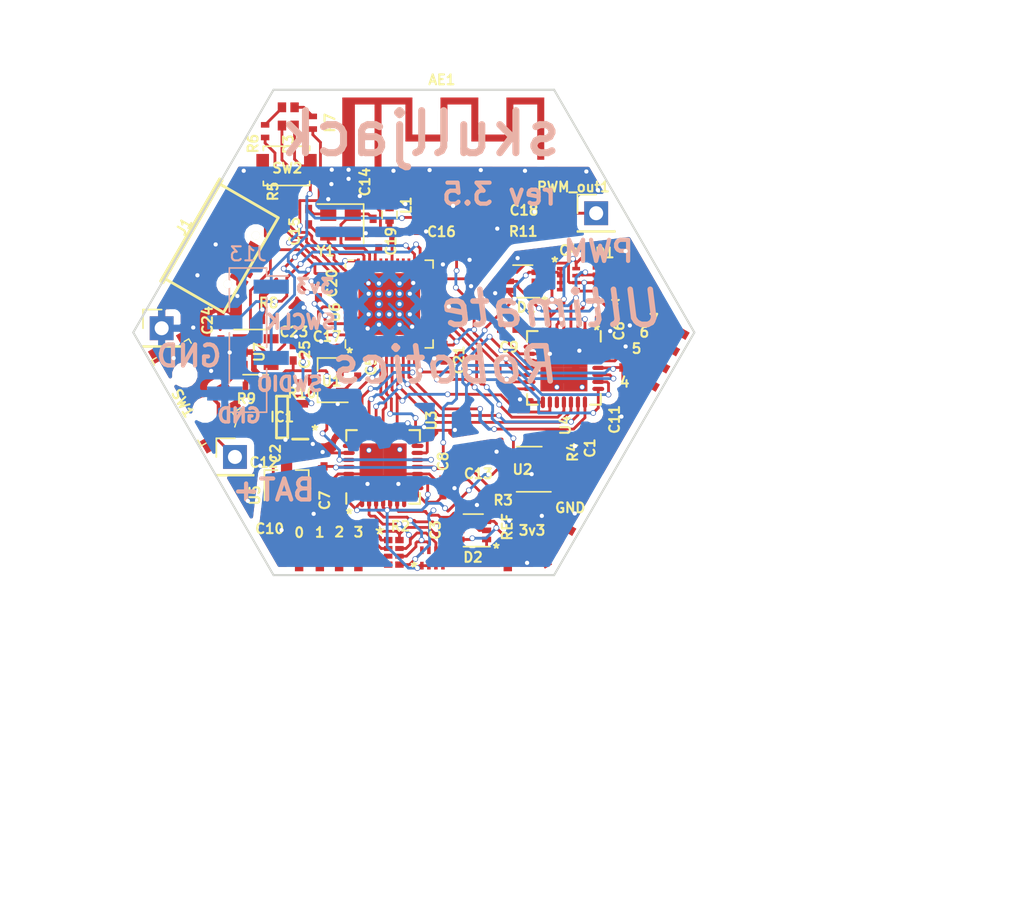
<source format=kicad_pcb>
(kicad_pcb (version 20171130) (host pcbnew 5.0.2-bee76a0~70~ubuntu18.04.1)
  (layers (0 F.Cu signal) (31 B.Cu signal hide) (34 B.Paste user hide) (35 F.Paste user) (36 B.SilkS user) (37 F.SilkS user) (38 B.Mask user hide) (39 F.Mask user hide) (44 Edge.Cuts user))
  (net 0 "")
  (net 1 "Net-(AE1-Pad1)")
  (net 2 GNDA)
  (net 3 "Net-(C1-Pad1)")
  (net 4 +BATT)
  (net 5 GND)
  (net 6 ADC_CH6)
  (net 7 ADC_CH2)
  (net 8 ADC_CH3)
  (net 9 ADC_CH7)
  (net 10 GNDREF)
  (net 11 ADC_CH5)
  (net 12 ADC_CH1)
  (net 13 ADC_CH0)
  (net 14 ADC_CH4)
  (net 15 +3V3)
  (net 16 +3.3VA)
  (net 17 "Net-(C8-Pad1)")
  (net 18 "Net-(C9-Pad1)")
  (net 19 "Net-(C12-Pad2)")
  (net 20 "Net-(C14-Pad1)")
  (net 21 "Net-(C15-Pad1)")
  (net 22 "Net-(C16-Pad2)")
  (net 23 "Net-(C17-Pad1)")
  (net 24 "Net-(C19-Pad1)")
  (net 25 "Net-(C20-Pad1)")
  (net 26 "Net-(D3-Pad4)")
  (net 27 "Net-(D3-Pad2)")
  (net 28 "Net-(D3-Pad1)")
  (net 29 Analog_PWR)
  (net 30 INPUT_CH4)
  (net 31 INPUT_CH5)
  (net 32 INPUT_CH6)
  (net 33 INPUT_CH7)
  (net 34 INPUT_CH3)
  (net 35 INPUT_CH2)
  (net 36 INPUT_CH1)
  (net 37 INPUT_CH0)
  (net 38 "Net-(R5-Pad2)")
  (net 39 "Net-(R6-Pad2)")
  (net 40 "Net-(R7-Pad2)")
  (net 41 MCP_1_DR)
  (net 42 MCP_CLK)
  (net 43 MCP_1_CS)
  (net 44 SPI_CLK)
  (net 45 SPI_MISO)
  (net 46 SPI_MOSI)
  (net 47 MCP_RST)
  (net 48 MCP_2_CS)
  (net 49 MCP_2_DR)
  (net 50 SWDCLK)
  (net 51 SWDIO)
  (net 52 "Net-(R8-Pad2)")
  (net 53 V_BAT)
  (net 54 Button)
  (net 55 +VSW)
  (net 56 "Net-(C23-Pad1)")
  (net 57 PWM_OUT)
  (net 58 "Net-(C18-Pad2)")
  (net 59 "Net-(J1-Pad2)")
  (net 60 "Net-(J1-Pad3)")
  (net 61 "Net-(J1-Pad4)")
  (net 62 "Net-(SW1-Pad3)")
  (net 63 "Net-(U6-Pad47)")
  (net 64 "Net-(U6-Pad44)")
  (net 65 "Net-(U6-Pad42)")
  (net 66 "Net-(U6-Pad41)")
  (net 67 "Net-(U6-Pad32)")
  (net 68 "Net-(U6-Pad29)")
  (net 69 "Net-(U6-Pad28)")
  (net 70 "Net-(U6-Pad27)")
  (net 71 "Net-(U6-Pad24)")
  (net 72 "Net-(U6-Pad22)")
  (net 73 "Net-(U6-Pad21)")
  (net 74 "Net-(U6-Pad20)")
  (net 75 "Net-(U6-Pad19)")
  (net 76 "Net-(U6-Pad18)")
  (net 77 "Net-(U6-Pad17)")
  (net 78 "Net-(U6-Pad16)")
  (net 79 "Net-(U6-Pad12)")
  (net 80 "Net-(U6-Pad3)")
  (net 81 "Net-(U6-Pad2)")
  (net 82 "Net-(U4-Pad17)")
  (net 83 "Net-(U3-Pad17)")
  (module ultimate_library:QFN-48-1EP_6x6mm_Pitch0.4mm_ThermalVias (layer F.Cu) (at 108.25 115.275 90)
    (fp_text reference U6 (at -0.585 -3.89 90) (layer F.SilkS) (effects (font (size 0.7 0.7))))
    (fp_text value nRF52832-QFxx)
    (pad 49 thru_hole circle (at 1.466667 0.733333 90) (size 0.6 0.6) (drill 0.3) (layers *.Cu) (net 5 GND))
    (pad 49 thru_hole circle (at 1.466667 -0.733333 90) (size 0.6 0.6) (drill 0.3) (layers *.Cu) (net 5 GND))
    (pad 49 thru_hole circle (at 0.733333 1.466667 90) (size 0.6 0.6) (drill 0.3) (layers *.Cu) (net 5 GND))
    (pad 49 thru_hole circle (at 0.733333 0.733333 90) (size 0.6 0.6) (drill 0.3) (layers *.Cu) (net 5 GND))
    (pad 49 thru_hole circle (at 0.733333 0 90) (size 0.6 0.6) (drill 0.3) (layers *.Cu) (net 5 GND))
    (pad 49 thru_hole circle (at 0.733333 -0.733333 90) (size 0.6 0.6) (drill 0.3) (layers *.Cu) (net 5 GND))
    (pad 49 thru_hole circle (at 0.733333 -1.466667 90) (size 0.6 0.6) (drill 0.3) (layers *.Cu) (net 5 GND))
    (pad 49 thru_hole circle (at 0 0.733333 90) (size 0.6 0.6) (drill 0.3) (layers *.Cu) (net 5 GND))
    (pad 49 thru_hole circle (at 0 -0.733333 90) (size 0.6 0.6) (drill 0.3) (layers *.Cu) (net 5 GND))
    (pad 49 thru_hole circle (at -0.733333 1.466667 90) (size 0.6 0.6) (drill 0.3) (layers *.Cu) (net 5 GND))
    (pad 49 thru_hole circle (at -0.733333 0.733333 90) (size 0.6 0.6) (drill 0.3) (layers *.Cu) (net 5 GND))
    (pad 49 thru_hole circle (at -0.733333 0 90) (size 0.6 0.6) (drill 0.3) (layers *.Cu) (net 5 GND))
    (pad 49 thru_hole circle (at -0.733333 -0.733333 90) (size 0.6 0.6) (drill 0.3) (layers *.Cu) (net 5 GND))
    (pad 49 thru_hole circle (at -0.733333 -1.466667 90) (size 0.6 0.6) (drill 0.3) (layers *.Cu) (net 5 GND))
    (pad 49 thru_hole circle (at -1.466667 0.733333 90) (size 0.6 0.6) (drill 0.3) (layers *.Cu) (net 5 GND))
    (pad 49 thru_hole circle (at -1.466667 -0.733333 90) (size 0.6 0.6) (drill 0.3) (layers *.Cu) (net 5 GND))
    (pad 49 smd rect (at 0 0 90) (size 4.4 4.4) (layers F.Cu F.Mask) (net 5 GND))
    (pad 48 smd rect (at -2.2 -2.925 180) (size 0.65 0.2) (layers F.Cu F.Paste F.Mask) (net 15 +3V3))
    (pad 47 smd rect (at -1.8 -2.925 180) (size 0.65 0.2) (layers F.Cu F.Paste F.Mask) (net 63 "Net-(U6-Pad47)"))
    (pad 46 smd rect (at -1.4 -2.925 180) (size 0.65 0.2) (layers F.Cu F.Paste F.Mask) (net 25 "Net-(C20-Pad1)"))
    (pad 45 smd rect (at -1 -2.925 180) (size 0.65 0.2) (layers F.Cu F.Paste F.Mask) (net 5 GND))
    (pad 44 smd rect (at -0.6 -2.925 180) (size 0.65 0.2) (layers F.Cu F.Paste F.Mask) (net 64 "Net-(U6-Pad44)"))
    (pad 43 smd rect (at -0.2 -2.925 180) (size 0.65 0.2) (layers F.Cu F.Paste F.Mask) (net 29 Analog_PWR))
    (pad 42 smd rect (at 0.2 -2.925 180) (size 0.65 0.2) (layers F.Cu F.Paste F.Mask) (net 65 "Net-(U6-Pad42)"))
    (pad 41 smd rect (at 0.6 -2.925 180) (size 0.65 0.2) (layers F.Cu F.Paste F.Mask) (net 66 "Net-(U6-Pad41)"))
    (pad 40 smd rect (at 1 -2.925 180) (size 0.65 0.2) (layers F.Cu F.Paste F.Mask) (net 54 Button))
    (pad 39 smd rect (at 1.4 -2.925 180) (size 0.65 0.2) (layers F.Cu F.Paste F.Mask) (net 40 "Net-(R7-Pad2)"))
    (pad 38 smd rect (at 1.8 -2.925 180) (size 0.65 0.2) (layers F.Cu F.Paste F.Mask) (net 39 "Net-(R6-Pad2)"))
    (pad 37 smd rect (at 2.2 -2.925 180) (size 0.65 0.2) (layers F.Cu F.Paste F.Mask) (net 38 "Net-(R5-Pad2)"))
    (pad 36 smd rect (at 2.925 -2.2 90) (size 0.65 0.2) (layers F.Cu F.Paste F.Mask) (net 15 +3V3))
    (pad 35 smd rect (at 2.925 -1.8 90) (size 0.65 0.2) (layers F.Cu F.Paste F.Mask) (net 21 "Net-(C15-Pad1)"))
    (pad 34 smd rect (at 2.925 -1.4 90) (size 0.65 0.2) (layers F.Cu F.Paste F.Mask) (net 20 "Net-(C14-Pad1)"))
    (pad 33 smd rect (at 2.925 -1 90) (size 0.65 0.2) (layers F.Cu F.Paste F.Mask) (net 24 "Net-(C19-Pad1)"))
    (pad 32 smd rect (at 2.925 -0.6 90) (size 0.65 0.2) (layers F.Cu F.Paste F.Mask) (net 67 "Net-(U6-Pad32)"))
    (pad 31 smd rect (at 2.925 -0.2 90) (size 0.65 0.2) (layers F.Cu F.Paste F.Mask) (net 5 GND))
    (pad 30 smd rect (at 2.925 0.2 90) (size 0.65 0.2) (layers F.Cu F.Paste F.Mask) (net 22 "Net-(C16-Pad2)"))
    (pad 29 smd rect (at 2.925 0.6 90) (size 0.65 0.2) (layers F.Cu F.Paste F.Mask) (net 68 "Net-(U6-Pad29)"))
    (pad 28 smd rect (at 2.925 1 90) (size 0.65 0.2) (layers F.Cu F.Paste F.Mask) (net 69 "Net-(U6-Pad28)"))
    (pad 27 smd rect (at 2.925 1.4 90) (size 0.65 0.2) (layers F.Cu F.Paste F.Mask) (net 70 "Net-(U6-Pad27)"))
    (pad 26 smd rect (at 2.925 1.8 90) (size 0.65 0.2) (layers F.Cu F.Paste F.Mask) (net 51 SWDIO))
    (pad 25 smd rect (at 2.925 2.2 90) (size 0.65 0.2) (layers F.Cu F.Paste F.Mask) (net 50 SWDCLK))
    (pad 24 smd rect (at 2.2 2.925 180) (size 0.65 0.2) (layers F.Cu F.Paste F.Mask) (net 71 "Net-(U6-Pad24)"))
    (pad 23 smd rect (at 1.8 2.925 180) (size 0.65 0.2) (layers F.Cu F.Paste F.Mask) (net 57 PWM_OUT))
    (pad 22 smd rect (at 1.4 2.925 180) (size 0.65 0.2) (layers F.Cu F.Paste F.Mask) (net 72 "Net-(U6-Pad22)"))
    (pad 21 smd rect (at 1 2.925 180) (size 0.65 0.2) (layers F.Cu F.Paste F.Mask) (net 73 "Net-(U6-Pad21)"))
    (pad 20 smd rect (at 0.6 2.925 180) (size 0.65 0.2) (layers F.Cu F.Paste F.Mask) (net 74 "Net-(U6-Pad20)"))
    (pad 19 smd rect (at 0.2 2.925 180) (size 0.65 0.2) (layers F.Cu F.Paste F.Mask) (net 75 "Net-(U6-Pad19)"))
    (pad 18 smd rect (at -0.2 2.925 180) (size 0.65 0.2) (layers F.Cu F.Paste F.Mask) (net 76 "Net-(U6-Pad18)"))
    (pad 17 smd rect (at -0.6 2.925 180) (size 0.65 0.2) (layers F.Cu F.Paste F.Mask) (net 77 "Net-(U6-Pad17)"))
    (pad 16 smd rect (at -1 2.925 180) (size 0.65 0.2) (layers F.Cu F.Paste F.Mask) (net 78 "Net-(U6-Pad16)"))
    (pad 15 smd rect (at -1.4 2.925 180) (size 0.65 0.2) (layers F.Cu F.Paste F.Mask) (net 49 MCP_2_DR))
    (pad 14 smd rect (at -1.8 2.925 180) (size 0.65 0.2) (layers F.Cu F.Paste F.Mask) (net 48 MCP_2_CS))
    (pad 13 smd rect (at -2.2 2.925 180) (size 0.65 0.2) (layers F.Cu F.Paste F.Mask) (net 15 +3V3))
    (pad 12 smd rect (at -2.925 2.2 90) (size 0.65 0.2) (layers F.Cu F.Paste F.Mask) (net 79 "Net-(U6-Pad12)"))
    (pad 11 smd rect (at -2.925 1.8 90) (size 0.65 0.2) (layers F.Cu F.Paste F.Mask) (net 47 MCP_RST))
    (pad 10 smd rect (at -2.925 1.4 90) (size 0.65 0.2) (layers F.Cu F.Paste F.Mask) (net 46 SPI_MOSI))
    (pad 9 smd rect (at -2.925 1 90) (size 0.65 0.2) (layers F.Cu F.Paste F.Mask) (net 45 SPI_MISO))
    (pad 8 smd rect (at -2.925 0.6 90) (size 0.65 0.2) (layers F.Cu F.Paste F.Mask) (net 44 SPI_CLK))
    (pad 7 smd rect (at -2.925 0.2 90) (size 0.65 0.2) (layers F.Cu F.Paste F.Mask) (net 42 MCP_CLK))
    (pad 6 smd rect (at -2.925 -0.2 90) (size 0.65 0.2) (layers F.Cu F.Paste F.Mask) (net 41 MCP_1_DR))
    (pad 5 smd rect (at -2.925 -0.6 90) (size 0.65 0.2) (layers F.Cu F.Paste F.Mask) (net 43 MCP_1_CS))
    (pad 4 smd rect (at -2.925 -1 90) (size 0.65 0.2) (layers F.Cu F.Paste F.Mask) (net 53 V_BAT))
    (pad 3 smd rect (at -2.925 -1.4 90) (size 0.65 0.2) (layers F.Cu F.Paste F.Mask) (net 80 "Net-(U6-Pad3)"))
    (pad 2 smd rect (at -2.925 -1.8 90) (size 0.65 0.2) (layers F.Cu F.Paste F.Mask) (net 81 "Net-(U6-Pad2)"))
    (pad 1 smd rect (at -2.925 -2.2 90) (size 0.65 0.2) (layers F.Cu F.Paste F.Mask) (net 23 "Net-(C17-Pad1)"))
  )
  (module Pin_Headers:Pin_Header_Straight_1x04_Pitch2.54mm_SMD_Pin1Left (layer B.Cu) (at 98.18 117.845 180)
    (fp_text reference J13 (at 0 6.14 180) (layer B.SilkS) (effects (justify mirror)))
    (fp_text value Conn_01x04)
    (pad 4 smd rect (at 1.655 -3.81 180) (size 2.51 1) (layers B.Cu B.Paste B.Mask) (net 5 GND))
    (pad 2 smd rect (at 1.655 1.27 180) (size 2.51 1) (layers B.Cu B.Paste B.Mask) (net 50 SWDCLK))
    (pad 3 smd rect (at -1.655 -1.27 180) (size 2.51 1) (layers B.Cu B.Paste B.Mask) (net 51 SWDIO))
    (pad 1 smd rect (at -1.655 3.81 180) (size 2.51 1) (layers B.Cu B.Paste B.Mask) (net 15 +3V3))
  )
  (module ultimate_library:LED_RGB_0603 (layer F.Cu) (at 101.05 101.85 90)
    (fp_text reference D3 (at -2.04 0.01 90) (layer F.SilkS) (effects (font (size 0.7 0.7))))
    (fp_text value "LED_ARGB(a3)")
    (pad 1 smd rect (at -0.7 -0.45 270) (size 0.7 0.6) (layers F.Cu F.Paste F.Mask) (net 28 "Net-(D3-Pad1)"))
    (pad 2 smd rect (at 0.6 -0.45 270) (size 0.7 0.6) (layers F.Cu F.Paste F.Mask) (net 27 "Net-(D3-Pad2)"))
    (pad 4 smd rect (at 0.6 0.45 270) (size 0.7 0.6) (layers F.Cu F.Paste F.Mask) (net 26 "Net-(D3-Pad4)"))
    (pad 3 smd rect (at -0.7 0.45 270) (size 0.7 0.6) (layers F.Cu F.Paste F.Mask) (net 15 +3V3))
  )
  (module ultimate_library:Slider_Switch_ali (layer F.Cu) (at 94.4 121.575 120)
    (fp_text reference SW1 (at -0.234571 -1.146288 120) (layer F.SilkS) (effects (font (size 0.7 0.7))))
    (fp_text value SW_SPDT)
    (pad 0 smd rect (at 3.7 1.15 120) (size 1 0.6) (layers F.Cu F.Paste F.Mask))
    (pad 0 smd rect (at 3.7 -1.15 120) (size 1 0.6) (layers F.Cu F.Paste F.Mask))
    (pad 0 smd rect (at -3.7 1.15 120) (size 1 0.6) (layers F.Cu F.Paste F.Mask))
    (pad 0 smd rect (at -3.7 -1.15 120) (size 1 0.6) (layers F.Cu F.Paste F.Mask))
    (pad "" np_thru_hole circle (at 1.45 0 120) (size 0.8 0.8) (drill 0.8) (layers *.Cu *.Mask))
    (pad "" np_thru_hole circle (at -1.45 0 120) (size 0.8 0.8) (drill 0.8) (layers *.Cu *.Mask))
    (pad 1 smd rect (at -2.2 1.85 120) (size 0.6 1) (layers F.Cu F.Paste F.Mask) (net 55 +VSW))
    (pad 2 smd rect (at -0.7 1.85 120) (size 0.6 1) (layers F.Cu F.Paste F.Mask) (net 4 +BATT))
    (pad 3 smd rect (at 2.2 1.85 120) (size 0.6 1) (layers F.Cu F.Paste F.Mask) (net 62 "Net-(SW1-Pad3)"))
  )
  (module ultimate_library:C_Array_4 (layer F.Cu) (at 121.025 113.75)
    (fp_text reference C4 (at 0.025 -2.3) (layer F.SilkS) (effects (font (size 0.7 0.7))))
    (fp_text value NCA0805X5R104K16TRPF)
    (pad 1 smd rect (at -0.55 -1) (size 0.55 0.25) (layers F.Cu F.Paste F.Mask) (net 10 GNDREF))
    (pad 2 smd rect (at -0.55 -0.5) (size 0.55 0.25) (layers F.Cu F.Paste F.Mask) (net 10 GNDREF))
    (pad 3 smd rect (at -0.55 0) (size 0.55 0.25) (layers F.Cu F.Paste F.Mask) (net 10 GNDREF))
    (pad 4 smd rect (at -0.55 0.5) (size 0.55 0.25) (layers F.Cu F.Paste F.Mask) (net 10 GNDREF))
    (pad 8 smd rect (at 0.55 -1) (size 0.55 0.25) (layers F.Cu F.Paste F.Mask) (net 9 ADC_CH7))
    (pad 7 smd rect (at 0.55 -0.5) (size 0.55 0.25) (layers F.Cu F.Paste F.Mask) (net 6 ADC_CH6))
    (pad 5 smd rect (at 0.55 0.5) (size 0.55 0.25) (layers F.Cu F.Paste F.Mask) (net 14 ADC_CH4))
    (pad 6 smd rect (at 0.55 0) (size 0.55 0.25) (layers F.Cu F.Paste F.Mask) (net 11 ADC_CH5))
  )
  (module ultimate_library:C_Array_4 (layer F.Cu) (at 111.575 133.375 90)
    (fp_text reference C3 (at 1.985 -0.035 90) (layer F.SilkS) (effects (font (size 0.7 0.7))))
    (fp_text value NCA0805X5R104K16TRPF)
    (pad 6 smd rect (at 0.55 0 90) (size 0.55 0.25) (layers F.Cu F.Paste F.Mask) (net 12 ADC_CH1))
    (pad 5 smd rect (at 0.55 0.5 90) (size 0.55 0.25) (layers F.Cu F.Paste F.Mask) (net 13 ADC_CH0))
    (pad 7 smd rect (at 0.55 -0.5 90) (size 0.55 0.25) (layers F.Cu F.Paste F.Mask) (net 7 ADC_CH2))
    (pad 8 smd rect (at 0.55 -1 90) (size 0.55 0.25) (layers F.Cu F.Paste F.Mask) (net 8 ADC_CH3))
    (pad 4 smd rect (at -0.55 0.5 90) (size 0.55 0.25) (layers F.Cu F.Paste F.Mask) (net 10 GNDREF))
    (pad 3 smd rect (at -0.55 0 90) (size 0.55 0.25) (layers F.Cu F.Paste F.Mask) (net 10 GNDREF))
    (pad 2 smd rect (at -0.55 -0.5 90) (size 0.55 0.25) (layers F.Cu F.Paste F.Mask) (net 10 GNDREF))
    (pad 1 smd rect (at -0.55 -1 90) (size 0.55 0.25) (layers F.Cu F.Paste F.Mask) (net 10 GNDREF))
  )
  (module footprints:YC124-JR-073K3L (layer F.Cu) (at 108.575 132.975)
    (fp_text reference R2 (at 0.475 -1.865) (layer F.SilkS) (effects (font (size 0.7 0.7))))
    (fp_text value YC124-JR-073K3L)
    (fp_text user * (at -0.995 -1.235) (layer F.SilkS))
    (pad 1 smd rect (at -0.4 -0.875) (size 0.6 0.45) (layers F.Cu F.Paste F.Mask) (net 37 INPUT_CH0))
    (pad 2 smd rect (at -0.4 -0.275) (size 0.6 0.3556) (layers F.Cu F.Paste F.Mask) (net 36 INPUT_CH1))
    (pad 3 smd rect (at -0.4 0.275) (size 0.6 0.3556) (layers F.Cu F.Paste F.Mask) (net 35 INPUT_CH2))
    (pad 4 smd rect (at -0.4 0.875) (size 0.6 0.45) (layers F.Cu F.Paste F.Mask) (net 34 INPUT_CH3))
    (pad 5 smd rect (at 0.4 0.875) (size 0.6 0.45) (layers F.Cu F.Paste F.Mask) (net 8 ADC_CH3))
    (pad 6 smd rect (at 0.4 0.275) (size 0.6 0.3556) (layers F.Cu F.Paste F.Mask) (net 7 ADC_CH2))
    (pad 7 smd rect (at 0.4 -0.275) (size 0.6 0.3556) (layers F.Cu F.Paste F.Mask) (net 12 ADC_CH1))
    (pad 8 smd rect (at 0.4 -0.875) (size 0.6 0.45) (layers F.Cu F.Paste F.Mask) (net 13 ADC_CH0))
  )
  (module footprints:YC124-JR-073K3L (layer F.Cu) (at 123.45 113.475 180)
    (fp_text reference R1 (at -0.16 1.845 180) (layer F.SilkS) (effects (font (size 0.7 0.7))))
    (fp_text value YC124-JR-073K3L)
    (fp_text user * (at -0.9271 -1.905 180) (layer F.SilkS))
    (pad 8 smd rect (at 0.4 -0.875 180) (size 0.6 0.45) (layers F.Cu F.Paste F.Mask) (net 14 ADC_CH4))
    (pad 7 smd rect (at 0.4 -0.275 180) (size 0.6 0.3556) (layers F.Cu F.Paste F.Mask) (net 11 ADC_CH5))
    (pad 6 smd rect (at 0.4 0.275 180) (size 0.6 0.3556) (layers F.Cu F.Paste F.Mask) (net 6 ADC_CH6))
    (pad 5 smd rect (at 0.4 0.875 180) (size 0.6 0.45) (layers F.Cu F.Paste F.Mask) (net 9 ADC_CH7))
    (pad 4 smd rect (at -0.4 0.875 180) (size 0.6 0.45) (layers F.Cu F.Paste F.Mask) (net 33 INPUT_CH7))
    (pad 3 smd rect (at -0.4 0.275 180) (size 0.6 0.3556) (layers F.Cu F.Paste F.Mask) (net 32 INPUT_CH6))
    (pad 2 smd rect (at -0.4 -0.275 180) (size 0.6 0.3556) (layers F.Cu F.Paste F.Mask) (net 31 INPUT_CH5))
    (pad 1 smd rect (at -0.4 -0.875 180) (size 0.6 0.45) (layers F.Cu F.Paste F.Mask) (net 30 INPUT_CH4))
  )
  (module ultimate_library:conn_usb_B_micro_smd_our (layer F.Cu) (at 95.875 111.05 240)
    (fp_text reference J1 (at 0 2.60096 240) (layer F.SilkS) (effects (font (size 0.7 0.7))))
    (fp_text value USB_B_Micro)
    (pad "" smd rect (at -1.19888 0 240) (size 1.89738 1.89738) (layers F.Cu F.Paste F.Mask) (net 5 GND))
    (pad "" smd rect (at 1.19888 0 240) (size 1.89738 1.89738) (layers F.Cu F.Paste F.Mask) (net 5 GND))
    (pad "" smd rect (at 3.9497 0 240) (size 1.9 1.9) (layers F.Cu F.Paste F.Mask) (net 5 GND))
    (pad "" smd rect (at -3.9497 0 240) (size 1.89738 1.89738) (layers F.Cu F.Paste F.Mask) (net 5 GND))
    (pad 1 smd rect (at -1.30048 -2.67462 240) (size 0.4 1.35) (layers F.Cu F.Paste F.Mask) (net 56 "Net-(C23-Pad1)"))
    (pad 2 smd rect (at -0.6477 -2.67462 240) (size 0.4 1.35) (layers F.Cu F.Paste F.Mask) (net 59 "Net-(J1-Pad2)"))
    (pad 3 smd rect (at 0 -2.67462 240) (size 0.4 1.35) (layers F.Cu F.Paste F.Mask) (net 60 "Net-(J1-Pad3)"))
    (pad 4 smd rect (at 0.6477 -2.67462 240) (size 0.4 1.35) (layers F.Cu F.Paste F.Mask) (net 61 "Net-(J1-Pad4)"))
    (pad 5 smd rect (at 1.30048 -2.67462 240) (size 0.4 1.35) (layers F.Cu F.Paste F.Mask) (net 5 GND))
    (pad "" np_thru_hole circle (at 2 -2.15 240) (size 0.6 0.6) (drill 0.6) (layers *.Cu *.Mask F.SilkS))
    (pad "" np_thru_hole circle (at -2 -2.15 240) (size 0.6 0.6) (drill 0.6) (layers *.Cu *.Mask F.SilkS))
  )
  (module Pin_Headers:Pin_Header_Straight_1x01_Pitch2.54mm (layer F.Cu) (at 92.025 117)
    (fp_text reference BAT-1)
    (fp_text value Conn_01x01_Male)
    (pad 1 thru_hole rect (at 0 0) (size 1.7 1.7) (drill 1) (layers *.Cu *.Mask) (net 5 GND))
  )
  (module Pin_Headers:Pin_Header_Straight_1x01_Pitch2.54mm (layer F.Cu) (at 97.25 126.175)
    (fp_text reference BAT+1)
    (fp_text value Conn_01x01_Male)
    (pad 1 thru_hole rect (at 0 0) (size 1.7 1.7) (drill 1) (layers *.Cu *.Mask) (net 4 +BATT))
  )
  (module Buttons_Switches_SMD:SW_SPST_B3U-1000P (layer F.Cu) (at 100.925 105.425 180)
    (fp_text reference SW2 (at -0.055 -0.165 180) (layer F.SilkS) (effects (font (size 0.7 0.7))))
    (fp_text value SW_Push)
    (pad 2 smd rect (at 1.7 0 180) (size 0.9 1.7) (layers F.Cu F.Paste F.Mask) (net 54 Button))
    (pad 1 smd rect (at -1.7 0 180) (size 0.9 1.7) (layers F.Cu F.Paste F.Mask) (net 15 +3V3))
  )
  (module Capacitors_SMD:C_0402_NoSilk (layer F.Cu) (at 96.25 117.25 270)
    (fp_text reference C24 (at -0.81 0.96 270) (layer F.SilkS) (effects (font (size 0.7 0.7))))
    (fp_text value "1 uF")
    (pad 2 smd rect (at 0.55 0 270) (size 0.6 0.5) (layers F.Cu F.Paste F.Mask) (net 4 +BATT))
    (pad 1 smd rect (at -0.55 0 270) (size 0.6 0.5) (layers F.Cu F.Paste F.Mask) (net 5 GND))
  )
  (module Capacitors_SMD:C_0402_NoSilk (layer F.Cu) (at 101.85 116.4)
    (fp_text reference C23 (at -0.4 0.86) (layer F.SilkS) (effects (font (size 0.7 0.7))))
    (fp_text value "4.7 uF")
    (pad 1 smd rect (at -0.55 0) (size 0.6 0.5) (layers F.Cu F.Paste F.Mask) (net 56 "Net-(C23-Pad1)"))
    (pad 2 smd rect (at 0.55 0) (size 0.6 0.5) (layers F.Cu F.Paste F.Mask) (net 5 GND))
  )
  (module Capacitors_SMD:C_0402_NoSilk (layer F.Cu) (at 101.4 118.75 90)
    (fp_text reference C25 (at -0.13 0.83 90) (layer F.SilkS) (effects (font (size 0.7 0.7))))
    (fp_text value "120 nF")
    (pad 2 smd rect (at 0.55 0 90) (size 0.6 0.5) (layers F.Cu F.Paste F.Mask) (net 5 GND))
    (pad 1 smd rect (at -0.55 0 90) (size 0.6 0.5) (layers F.Cu F.Paste F.Mask) (net 53 V_BAT))
  )
  (module Resistors_SMD:R_0402_NoSilk (layer F.Cu) (at 99.65 116.4)
    (fp_text reference R8 (at 0 -1.2) (layer F.SilkS) (effects (font (size 0.7 0.7))))
    (fp_text value 15k)
    (pad 1 smd rect (at -0.45 0) (size 0.4 0.6) (layers F.Cu F.Paste F.Mask) (net 5 GND))
    (pad 2 smd rect (at 0.45 0) (size 0.4 0.6) (layers F.Cu F.Paste F.Mask) (net 52 "Net-(R8-Pad2)"))
  )
  (module Resistors_SMD:R_0402_NoSilk (layer F.Cu) (at 100.35 121.1 180)
    (fp_text reference R10 (at -1.67 -0.51 180) (layer F.SilkS) (effects (font (size 0.7 0.7))))
    (fp_text value 510k)
    (pad 2 smd rect (at 0.45 0 180) (size 0.4 0.6) (layers F.Cu F.Paste F.Mask) (net 53 V_BAT))
    (pad 1 smd rect (at -0.45 0 180) (size 0.4 0.6) (layers F.Cu F.Paste F.Mask) (net 5 GND))
  )
  (module Resistors_SMD:R_0402_NoSilk (layer F.Cu) (at 119.85 110)
    (fp_text reference R11 (at -2.05 0.1) (layer F.SilkS) (effects (font (size 0.7 0.7))))
    (fp_text value 100k)
    (pad 1 smd rect (at -0.45 0) (size 0.4 0.6) (layers F.Cu F.Paste F.Mask) (net 57 PWM_OUT))
    (pad 2 smd rect (at 0.45 0) (size 0.4 0.6) (layers F.Cu F.Paste F.Mask) (net 58 "Net-(C18-Pad2)"))
  )
  (module Resistors_SMD:R_0402_NoSilk (layer F.Cu) (at 98.45 121.1 180)
    (fp_text reference R9 (at 0.39 -0.92 180) (layer F.SilkS) (effects (font (size 0.7 0.7))))
    (fp_text value 510k)
    (pad 2 smd rect (at 0.45 0 180) (size 0.4 0.6) (layers F.Cu F.Paste F.Mask) (net 4 +BATT))
    (pad 1 smd rect (at -0.45 0 180) (size 0.4 0.6) (layers F.Cu F.Paste F.Mask) (net 53 V_BAT))
  )
  (module TO_SOT_Packages_SMD:SOT-23-5 (layer F.Cu) (at 98.725 118.7)
    (fp_text reference U7 (at 0.255 0 90) (layer F.SilkS) (effects (font (size 0.7 0.7))))
    (fp_text value MCP73812T-420I-OT)
    (pad 5 smd rect (at 1.1 -0.95) (size 1.06 0.65) (layers F.Cu F.Paste F.Mask) (net 52 "Net-(R8-Pad2)"))
    (pad 4 smd rect (at 1.1 0.95) (size 1.06 0.65) (layers F.Cu F.Paste F.Mask) (net 56 "Net-(C23-Pad1)"))
    (pad 3 smd rect (at -1.1 0.95) (size 1.06 0.65) (layers F.Cu F.Paste F.Mask) (net 4 +BATT))
    (pad 2 smd rect (at -1.1 0) (size 1.06 0.65) (layers F.Cu F.Paste F.Mask) (net 5 GND))
    (pad 1 smd rect (at -1.1 -0.95) (size 1.06 0.65) (layers F.Cu F.Paste F.Mask) (net 56 "Net-(C23-Pad1)"))
  )
  (module RF_Antennas:Texas_SWRA117D_2.4GHz_Right (layer F.Cu) (at 107.45 105.7)
    (fp_text reference AE1 (at 4.55 -6.41) (layer F.SilkS) (effects (font (size 0.7 0.7))))
    (fp_text value Antenna)
    (fp_poly (pts (xy 2.45 -2.51) (xy 4.45 -2.51) (xy 4.45 -5.15) (xy 7.15 -5.15) (xy 7.15 -2.51) (xy 9.15 -2.51) (xy 9.15 -5.15) (xy 11.85 -5.15) (xy 11.85 -0.71) (xy 11.35 -0.71) (xy 11.35 -4.65) (xy 9.65 -4.65) (xy 9.65 -2.01) (xy 6.65 -2.01) (xy 6.65 -4.65) (xy 4.95 -4.65) (xy 4.95 -2.01) (xy 1.95 -2.01) (xy 1.95 -4.65) (xy 0.25 -4.65) (xy 0.25 0.25) (xy -0.25 0.25) (xy -0.25 -4.65) (xy -1.65 -4.65) (xy -1.65 0.25) (xy -2.55 0.25) (xy -2.55 0.006785) (xy -2.247583 0.006785) (xy -2.237742 0.054395) (xy -2.213674 0.096797) (xy -2.175731 0.129581) (xy -2.167819 0.133935) (xy -2.125156 0.146043) (xy -2.076637 0.1453) (xy -2.031122 0.1324) (xy -2.012511 0.121787) (xy -1.978868 0.086553) (xy -1.958309 0.041368) (xy -1.951778 -0.008158) (xy -1.960218 -0.056417) (xy -1.977112 -0.088643) (xy -2.012372 -0.121313) (xy -2.057682 -0.141408) (xy -2.107267 -0.147982) (xy -2.155353 -0.140092) (xy -2.188245 -0.123186) (xy -2.223185 -0.086416) (xy -2.242847 -0.041622) (xy -2.247583 0.006785) (xy -2.55 0.006785) (xy -2.55 -5.15) (xy 2.45 -5.15) (xy 2.45 -2.51)) (layer F.Cu) (width 0))
    (pad 1 connect rect (at 0 0) (size 0.5 0.5) (layers F.Cu) (net 1 "Net-(AE1-Pad1)"))
    (pad 2 thru_hole rect (at -2.1 0) (size 0.9 0.5) (drill 0.3) (layers *.Cu) (net 5 GND))
  )
  (module Capacitors_SMD:C_0402_NoSilk (layer F.Cu) (at 122.5 127.575 90)
    (fp_text reference C1 (at 2.035 0.06 90) (layer F.SilkS) (effects (font (size 0.7 0.7))))
    (fp_text value "120 nF")
    (pad 2 smd rect (at 0.55 0 90) (size 0.6 0.5) (layers F.Cu F.Paste F.Mask) (net 2 GNDA))
    (pad 1 smd rect (at -0.55 0 90) (size 0.6 0.5) (layers F.Cu F.Paste F.Mask) (net 3 "Net-(C1-Pad1)"))
  )
  (module Capacitors_SMD:C_0402_NoSilk (layer F.Cu) (at 99.3 125.9 90)
    (fp_text reference C2 (at -0.03 0.84 90) (layer F.SilkS) (effects (font (size 0.7 0.7))))
    (fp_text value "1 uF")
    (pad 2 smd rect (at 0.55 0 90) (size 0.6 0.5) (layers F.Cu F.Paste F.Mask) (net 55 +VSW))
    (pad 1 smd rect (at -0.55 0 90) (size 0.6 0.5) (layers F.Cu F.Paste F.Mask) (net 5 GND))
  )
  (module Capacitors_SMD:C_0402_NoSilk (layer F.Cu) (at 106 119.9 90)
    (fp_text reference C5 (at 0.2 0.96 90) (layer F.SilkS) (effects (font (size 0.7 0.7))))
    (fp_text value "1 uF")
    (pad 2 smd rect (at 0.55 0 90) (size 0.6 0.5) (layers F.Cu F.Paste F.Mask) (net 15 +3V3))
    (pad 1 smd rect (at -0.55 0 90) (size 0.6 0.5) (layers F.Cu F.Paste F.Mask) (net 5 GND))
  )
  (module Capacitors_SMD:C_0402_NoSilk (layer F.Cu) (at 124.9 119.25 90)
    (fp_text reference C6 (at 2.06 -0.27 90) (layer F.SilkS) (effects (font (size 0.7 0.7))))
    (fp_text value "1 uF")
    (pad 1 smd rect (at -0.55 0 90) (size 0.6 0.5) (layers F.Cu F.Paste F.Mask) (net 16 +3.3VA))
    (pad 2 smd rect (at 0.55 0 90) (size 0.6 0.5) (layers F.Cu F.Paste F.Mask) (net 2 GNDA))
  )
  (module Capacitors_SMD:C_0402_NoSilk (layer F.Cu) (at 103.6 127.4 270)
    (fp_text reference C7 (at 1.87 -0.05 270) (layer F.SilkS) (effects (font (size 0.7 0.7))))
    (fp_text value "1 uF")
    (pad 2 smd rect (at 0.55 0 270) (size 0.6 0.5) (layers F.Cu F.Paste F.Mask) (net 2 GNDA))
    (pad 1 smd rect (at -0.55 0 270) (size 0.6 0.5) (layers F.Cu F.Paste F.Mask) (net 16 +3.3VA))
  )
  (module Capacitors_SMD:C_0402_NoSilk (layer F.Cu) (at 112.075 128.35 90)
    (fp_text reference C8 (at 1.86 0.015 90) (layer F.SilkS) (effects (font (size 0.7 0.7))))
    (fp_text value "120 nF (NP0)")
    (pad 1 smd rect (at -0.55 0 90) (size 0.6 0.5) (layers F.Cu F.Paste F.Mask) (net 17 "Net-(C8-Pad1)"))
    (pad 2 smd rect (at 0.55 0 90) (size 0.6 0.5) (layers F.Cu F.Paste F.Mask) (net 2 GNDA))
  )
  (module Capacitors_SMD:C_0402_NoSilk (layer F.Cu) (at 116.78 117.08 180)
    (fp_text reference C9 (at 0 -1.27 180) (layer F.SilkS) (effects (font (size 0.7 0.7))))
    (fp_text value "120 nF (NP0)")
    (pad 1 smd rect (at -0.55 0 180) (size 0.6 0.5) (layers F.Cu F.Paste F.Mask) (net 18 "Net-(C9-Pad1)"))
    (pad 2 smd rect (at 0.55 0 180) (size 0.6 0.5) (layers F.Cu F.Paste F.Mask) (net 2 GNDA))
  )
  (module Capacitors_SMD:C_0402_NoSilk (layer F.Cu) (at 101.05 130.3 180)
    (fp_text reference C10 (at 1.33 -0.99 180) (layer F.SilkS) (effects (font (size 0.7 0.7))))
    (fp_text value "120 nF")
    (pad 1 smd rect (at -0.55 0 180) (size 0.6 0.5) (layers F.Cu F.Paste F.Mask) (net 16 +3.3VA))
    (pad 2 smd rect (at 0.55 0 180) (size 0.6 0.5) (layers F.Cu F.Paste F.Mask) (net 2 GNDA))
  )
  (module Capacitors_SMD:C_0402_NoSilk (layer F.Cu) (at 125.4 122.35 270)
    (fp_text reference C11 (at 1.15 1.09 270) (layer F.SilkS) (effects (font (size 0.7 0.7))))
    (fp_text value "120 nF")
    (pad 2 smd rect (at 0.55 0 270) (size 0.6 0.5) (layers F.Cu F.Paste F.Mask) (net 2 GNDA))
    (pad 1 smd rect (at -0.55 0 270) (size 0.6 0.5) (layers F.Cu F.Paste F.Mask) (net 16 +3.3VA))
  )
  (module Capacitors_SMD:C_0402_NoSilk (layer F.Cu) (at 100.75 125.65)
    (fp_text reference C12 (at -1.44 0.92) (layer F.SilkS) (effects (font (size 0.7 0.7))))
    (fp_text value "1 uF")
    (pad 1 smd rect (at -0.55 0) (size 0.6 0.5) (layers F.Cu F.Paste F.Mask) (net 5 GND))
    (pad 2 smd rect (at 0.55 0) (size 0.6 0.5) (layers F.Cu F.Paste F.Mask) (net 19 "Net-(C12-Pad2)"))
  )
  (module Capacitors_SMD:C_0402_NoSilk (layer F.Cu) (at 114.6 126.1 180)
    (fp_text reference C13 (at 0 -1.27 180) (layer F.SilkS) (effects (font (size 0.7 0.7))))
    (fp_text value "1 uF")
    (pad 2 smd rect (at 0.55 0 180) (size 0.6 0.5) (layers F.Cu F.Paste F.Mask) (net 16 +3.3VA))
    (pad 1 smd rect (at -0.55 0 180) (size 0.6 0.5) (layers F.Cu F.Paste F.Mask) (net 2 GNDA))
  )
  (module Capacitors_SMD:C_0402_NoSilk (layer F.Cu) (at 107.1 108.65 90)
    (fp_text reference C14 (at 2.08 -0.58 90) (layer F.SilkS) (effects (font (size 0.7 0.7))))
    (fp_text value "12 pF")
    (pad 2 smd rect (at 0.55 0 90) (size 0.6 0.5) (layers F.Cu F.Paste F.Mask) (net 5 GND))
    (pad 1 smd rect (at -0.55 0 90) (size 0.6 0.5) (layers F.Cu F.Paste F.Mask) (net 20 "Net-(C14-Pad1)"))
  )
  (module Capacitors_SMD:C_0402_NoSilk (layer F.Cu) (at 102.5 109.05 90)
    (fp_text reference C15 (at -1.04 -1 90) (layer F.SilkS) (effects (font (size 0.7 0.7))))
    (fp_text value "12 pF")
    (pad 1 smd rect (at -0.55 0 90) (size 0.6 0.5) (layers F.Cu F.Paste F.Mask) (net 21 "Net-(C15-Pad1)"))
    (pad 2 smd rect (at 0.55 0 90) (size 0.6 0.5) (layers F.Cu F.Paste F.Mask) (net 5 GND))
  )
  (module Capacitors_SMD:C_0402_NoSilk (layer F.Cu) (at 109.75 110.1 180)
    (fp_text reference C16 (at -2.22 -0.02 180) (layer F.SilkS) (effects (font (size 0.7 0.7))))
    (fp_text value "0.8 pF")
    (pad 1 smd rect (at -0.55 0 180) (size 0.6 0.5) (layers F.Cu F.Paste F.Mask) (net 5 GND))
    (pad 2 smd rect (at 0.55 0 180) (size 0.6 0.5) (layers F.Cu F.Paste F.Mask) (net 22 "Net-(C16-Pad2)"))
  )
  (module Capacitors_SMD:C_0402_NoSilk (layer F.Cu) (at 103.75 118.4 180)
    (fp_text reference C17 (at -0.07 0.81 180) (layer F.SilkS) (effects (font (size 0.7 0.7))))
    (fp_text value "120 nF")
    (pad 2 smd rect (at 0.55 0 180) (size 0.6 0.5) (layers F.Cu F.Paste F.Mask) (net 5 GND))
    (pad 1 smd rect (at -0.55 0 180) (size 0.6 0.5) (layers F.Cu F.Paste F.Mask) (net 23 "Net-(C17-Pad1)"))
  )
  (module Capacitors_SMD:C_0402_NoSilk (layer F.Cu) (at 119.9 108.7)
    (fp_text reference C18 (at -2.05 -0.11) (layer F.SilkS) (effects (font (size 0.7 0.7))))
    (fp_text value "1 uF")
    (pad 1 smd rect (at -0.55 0) (size 0.6 0.5) (layers F.Cu F.Paste F.Mask) (net 5 GND))
    (pad 2 smd rect (at 0.55 0) (size 0.6 0.5) (layers F.Cu F.Paste F.Mask) (net 58 "Net-(C18-Pad2)"))
  )
  (module Capacitors_SMD:C_0402_NoSilk (layer F.Cu) (at 107.5 110.75 90)
    (fp_text reference C19 (at -0.06 0.87 90) (layer F.SilkS) (effects (font (size 0.7 0.7))))
    (fp_text value "100 pF")
    (pad 2 smd rect (at 0.55 0 90) (size 0.6 0.5) (layers F.Cu F.Paste F.Mask) (net 5 GND))
    (pad 1 smd rect (at -0.55 0 90) (size 0.6 0.5) (layers F.Cu F.Paste F.Mask) (net 24 "Net-(C19-Pad1)"))
  )
  (module Capacitors_SMD:C_0402_NoSilk (layer F.Cu) (at 103.2 114.25 90)
    (fp_text reference C20 (at 0.47 0.96 90) (layer F.SilkS) (effects (font (size 0.7 0.7))))
    (fp_text value "1 uF")
    (pad 1 smd rect (at -0.55 0 90) (size 0.6 0.5) (layers F.Cu F.Paste F.Mask) (net 25 "Net-(C20-Pad1)"))
    (pad 2 smd rect (at 0.55 0 90) (size 0.6 0.5) (layers F.Cu F.Paste F.Mask) (net 5 GND))
  )
  (module Capacitors_SMD:C_0402_NoSilk (layer F.Cu) (at 112.15 118.75 90)
    (fp_text reference C21 (at -0.51 1.08 90) (layer F.SilkS) (effects (font (size 0.7 0.7))))
    (fp_text value "120 nF")
    (pad 2 smd rect (at 0.55 0 90) (size 0.6 0.5) (layers F.Cu F.Paste F.Mask) (net 15 +3V3))
    (pad 1 smd rect (at -0.55 0 90) (size 0.6 0.5) (layers F.Cu F.Paste F.Mask) (net 5 GND))
  )
  (module TO_SOT_Packages_SMD:SOT-363_SC-70-6 (layer F.Cu) (at 117.77 113.66 180)
    (fp_text reference D1 (at -0.25 -1.85 180) (layer F.SilkS) (effects (font (size 0.7 0.7))))
    (fp_text value BAV70S)
    (pad 6 smd rect (at 0.95 -0.65 180) (size 0.65 0.4) (layers F.Cu F.Paste F.Mask) (net 10 GNDREF))
    (pad 4 smd rect (at 0.95 0.65 180) (size 0.65 0.4) (layers F.Cu F.Paste F.Mask) (net 11 ADC_CH5))
    (pad 2 smd rect (at -0.95 0 180) (size 0.65 0.4) (layers F.Cu F.Paste F.Mask) (net 6 ADC_CH6))
    (pad 5 smd rect (at 0.95 0 180) (size 0.65 0.4) (layers F.Cu F.Paste F.Mask) (net 14 ADC_CH4))
    (pad 3 smd rect (at -0.95 0.65 180) (size 0.65 0.4) (layers F.Cu F.Paste F.Mask) (net 10 GNDREF))
    (pad 1 smd rect (at -0.95 -0.65 180) (size 0.65 0.4) (layers F.Cu F.Paste F.Mask) (net 9 ADC_CH7))
  )
  (module TO_SOT_Packages_SMD:SOT-363_SC-70-6 (layer F.Cu) (at 114.24 131.41 180)
    (fp_text reference D2 (at 0.02 -1.92 180) (layer F.SilkS) (effects (font (size 0.7 0.7))))
    (fp_text value BAV70S)
    (pad 1 smd rect (at -0.95 -0.65 180) (size 0.65 0.4) (layers F.Cu F.Paste F.Mask) (net 12 ADC_CH1))
    (pad 3 smd rect (at -0.95 0.65 180) (size 0.65 0.4) (layers F.Cu F.Paste F.Mask) (net 10 GNDREF))
    (pad 5 smd rect (at 0.95 0 180) (size 0.65 0.4) (layers F.Cu F.Paste F.Mask) (net 13 ADC_CH0))
    (pad 2 smd rect (at -0.95 0 180) (size 0.65 0.4) (layers F.Cu F.Paste F.Mask) (net 8 ADC_CH3))
    (pad 4 smd rect (at 0.95 0.65 180) (size 0.65 0.4) (layers F.Cu F.Paste F.Mask) (net 7 ADC_CH2))
    (pad 6 smd rect (at 0.95 -0.65 180) (size 0.65 0.4) (layers F.Cu F.Paste F.Mask) (net 10 GNDREF))
  )
  (module SIP32509DT-T1-GE3:SOT95P284X110-6N (layer F.Cu) (at 100.61 123.33 180)
    (fp_text reference IC1 (at 0 0 180) (layer F.SilkS) (effects (font (size 0.7 0.7))))
    (fp_text value SIP32509DT-T1-GE3 hide)
    (pad 1 smd rect (at -1.3 -0.95 270) (size 0.55 1.1) (layers F.Cu F.Paste F.Mask) (net 19 "Net-(C12-Pad2)"))
    (pad 2 smd rect (at -1.3 0 270) (size 0.55 1.1) (layers F.Cu F.Paste F.Mask) (net 19 "Net-(C12-Pad2)"))
    (pad 3 smd rect (at -1.3 0.95 270) (size 0.55 1.1) (layers F.Cu F.Paste F.Mask) (net 29 Analog_PWR))
    (pad 4 smd rect (at 1.3 0.95 270) (size 0.55 1.1) (layers F.Cu F.Paste F.Mask) (net 2 GNDA))
    (pad 5 smd rect (at 1.3 0 270) (size 0.55 1.1) (layers F.Cu F.Paste F.Mask) (net 55 +VSW))
    (pad 6 smd rect (at 1.3 -0.95 270) (size 0.55 1.1) (layers F.Cu F.Paste F.Mask) (net 55 +VSW))
  )
  (module Inductors_SMD:L_0402 (layer F.Cu) (at 108.27 108.91 270)
    (fp_text reference L1 (at -0.67 -1.19 270) (layer F.SilkS) (effects (font (size 0.7 0.7))))
    (fp_text value "3.9 nH")
    (pad 2 smd rect (at 0.45 0 270) (size 0.4 0.6) (layers F.Cu F.Paste F.Mask) (net 22 "Net-(C16-Pad2)"))
    (pad 1 smd rect (at -0.45 0 270) (size 0.4 0.6) (layers F.Cu F.Paste F.Mask) (net 1 "Net-(AE1-Pad1)"))
  )
  (module Resistors_SMD:R_0402_NoSilk (layer F.Cu) (at 117.925 129.625 180)
    (fp_text reference R3 (at 1.555 0.365 180) (layer F.SilkS) (effects (font (size 0.7 0.7))))
    (fp_text value 510k)
    (pad 1 smd rect (at -0.45 0 180) (size 0.4 0.6) (layers F.Cu F.Paste F.Mask) (net 3 "Net-(C1-Pad1)"))
    (pad 2 smd rect (at 0.45 0 180) (size 0.4 0.6) (layers F.Cu F.Paste F.Mask) (net 16 +3.3VA))
  )
  (module Resistors_SMD:R_0402_NoSilk (layer F.Cu) (at 121.35 127.6 270)
    (fp_text reference R4 (at -1.76 0.02 270) (layer F.SilkS) (effects (font (size 0.7 0.7))))
    (fp_text value 100k)
    (pad 2 smd rect (at 0.45 0 270) (size 0.4 0.6) (layers F.Cu F.Paste F.Mask) (net 3 "Net-(C1-Pad1)"))
    (pad 1 smd rect (at -0.45 0 270) (size 0.4 0.6) (layers F.Cu F.Paste F.Mask) (net 2 GNDA))
  )
  (module Resistors_SMD:R_0402_NoSilk (layer F.Cu) (at 100.95 107.5 270)
    (fp_text reference R5 (at -0.25 0.99 270) (layer F.SilkS) (effects (font (size 0.7 0.7))))
    (fp_text value 2k)
    (pad 2 smd rect (at 0.45 0 270) (size 0.4 0.6) (layers F.Cu F.Paste F.Mask) (net 38 "Net-(R5-Pad2)"))
    (pad 1 smd rect (at -0.45 0 270) (size 0.4 0.6) (layers F.Cu F.Paste F.Mask) (net 28 "Net-(D3-Pad1)"))
  )
  (module Resistors_SMD:R_0402_NoSilk (layer F.Cu) (at 99.4 102.95 270)
    (fp_text reference R6 (at 0.89 0.86 270) (layer F.SilkS) (effects (font (size 0.7 0.7))))
    (fp_text value 2k)
    (pad 1 smd rect (at -0.45 0 270) (size 0.4 0.6) (layers F.Cu F.Paste F.Mask) (net 27 "Net-(D3-Pad2)"))
    (pad 2 smd rect (at 0.45 0 270) (size 0.4 0.6) (layers F.Cu F.Paste F.Mask) (net 39 "Net-(R6-Pad2)"))
  )
  (module Resistors_SMD:R_0402_NoSilk (layer F.Cu) (at 102.8 102.35 270)
    (fp_text reference R7 (at 0.01 -1.22 270) (layer F.SilkS) (effects (font (size 0.7 0.7))))
    (fp_text value 2k)
    (pad 2 smd rect (at 0.45 0 270) (size 0.4 0.6) (layers F.Cu F.Paste F.Mask) (net 40 "Net-(R7-Pad2)"))
    (pad 1 smd rect (at -0.45 0 270) (size 0.4 0.6) (layers F.Cu F.Paste F.Mask) (net 26 "Net-(D3-Pad4)"))
  )
  (module TO_SOT_Packages_SMD:SOT-23 (layer F.Cu) (at 103.9 120.7 180)
    (fp_text reference U1 (at -0.24 -0.07 180) (layer F.SilkS) (effects (font (size 0.7 0.7))))
    (fp_text value MCP1700-3302E_SOT23)
    (pad 3 smd rect (at 1 0 180) (size 0.9 0.8) (layers F.Cu F.Paste F.Mask) (net 55 +VSW))
    (pad 2 smd rect (at -1 0.95 180) (size 0.9 0.8) (layers F.Cu F.Paste F.Mask) (net 15 +3V3))
    (pad 1 smd rect (at -1 -0.95 180) (size 0.9 0.8) (layers F.Cu F.Paste F.Mask) (net 5 GND))
  )
  (module TO_SOT_Packages_SMD:SOT-23-5 (layer F.Cu) (at 118.225 127.05 180)
    (fp_text reference U2 (at 0.475 -0.02 180) (layer F.SilkS) (effects (font (size 0.7 0.7))))
    (fp_text value LM321)
    (pad 5 smd rect (at 1.1 -0.95 180) (size 1.06 0.65) (layers F.Cu F.Paste F.Mask) (net 16 +3.3VA))
    (pad 4 smd rect (at 1.1 0.95 180) (size 1.06 0.65) (layers F.Cu F.Paste F.Mask) (net 10 GNDREF))
    (pad 3 smd rect (at -1.1 0.95 180) (size 1.06 0.65) (layers F.Cu F.Paste F.Mask) (net 10 GNDREF))
    (pad 2 smd rect (at -1.1 0 180) (size 1.06 0.65) (layers F.Cu F.Paste F.Mask) (net 2 GNDA))
    (pad 1 smd rect (at -1.1 -0.95 180) (size 1.06 0.65) (layers F.Cu F.Paste F.Mask) (net 3 "Net-(C1-Pad1)"))
  )
  (module Housings_DFN_QFN:QFN-28-1EP_5x5mm_Pitch0.5mm (layer F.Cu) (at 107.8125 126.8875 90)
    (fp_text reference U3 (at 3.3075 3.4475 90) (layer F.SilkS) (effects (font (size 0.7 0.7))))
    (fp_text value MCP3912)
    (pad 1 smd oval (at -2.45 -1.5 90) (size 0.85 0.3) (layers F.Cu F.Paste F.Mask) (net 10 GNDREF))
    (pad 2 smd oval (at -2.45 -1 90) (size 0.85 0.3) (layers F.Cu F.Paste F.Mask) (net 12 ADC_CH1))
    (pad 3 smd oval (at -2.45 -0.5 90) (size 0.85 0.3) (layers F.Cu F.Paste F.Mask) (net 7 ADC_CH2))
    (pad 4 smd oval (at -2.45 0 90) (size 0.85 0.3) (layers F.Cu F.Paste F.Mask) (net 10 GNDREF))
    (pad 5 smd oval (at -2.45 0.5 90) (size 0.85 0.3) (layers F.Cu F.Paste F.Mask) (net 10 GNDREF))
    (pad 6 smd oval (at -2.45 1 90) (size 0.85 0.3) (layers F.Cu F.Paste F.Mask) (net 8 ADC_CH3))
    (pad 7 smd oval (at -2.45 1.5 90) (size 0.85 0.3) (layers F.Cu F.Paste F.Mask))
    (pad 8 smd oval (at -1.5 2.45 180) (size 0.85 0.3) (layers F.Cu F.Paste F.Mask) (net 17 "Net-(C8-Pad1)"))
    (pad 9 smd oval (at -1 2.45 180) (size 0.85 0.3) (layers F.Cu F.Paste F.Mask) (net 10 GNDREF))
    (pad 10 smd oval (at -0.5 2.45 180) (size 0.85 0.3) (layers F.Cu F.Paste F.Mask) (net 2 GNDA))
    (pad 11 smd oval (at 0 2.45 180) (size 0.85 0.3) (layers F.Cu F.Paste F.Mask) (net 16 +3.3VA))
    (pad 12 smd oval (at 0.5 2.45 180) (size 0.85 0.3) (layers F.Cu F.Paste F.Mask) (net 15 +3V3))
    (pad 13 smd oval (at 1 2.45 180) (size 0.85 0.3) (layers F.Cu F.Paste F.Mask) (net 5 GND))
    (pad 14 smd oval (at 1.5 2.45 180) (size 0.85 0.3) (layers F.Cu F.Paste F.Mask) (net 41 MCP_1_DR))
    (pad 15 smd oval (at 2.45 1.5 90) (size 0.85 0.3) (layers F.Cu F.Paste F.Mask) (net 5 GND))
    (pad 16 smd oval (at 2.45 1 90) (size 0.85 0.3) (layers F.Cu F.Paste F.Mask) (net 42 MCP_CLK))
    (pad 17 smd oval (at 2.45 0.5 90) (size 0.85 0.3) (layers F.Cu F.Paste F.Mask) (net 83 "Net-(U3-Pad17)"))
    (pad 18 smd oval (at 2.45 0 90) (size 0.85 0.3) (layers F.Cu F.Paste F.Mask) (net 43 MCP_1_CS))
    (pad 19 smd oval (at 2.45 -0.5 90) (size 0.85 0.3) (layers F.Cu F.Paste F.Mask) (net 44 SPI_CLK))
    (pad 20 smd oval (at 2.45 -1 90) (size 0.85 0.3) (layers F.Cu F.Paste F.Mask) (net 45 SPI_MISO))
    (pad 21 smd oval (at 2.45 -1.5 90) (size 0.85 0.3) (layers F.Cu F.Paste F.Mask) (net 46 SPI_MOSI))
    (pad 22 smd oval (at 1.5 -2.45 180) (size 0.85 0.3) (layers F.Cu F.Paste F.Mask) (net 47 MCP_RST))
    (pad 23 smd oval (at 1 -2.45 180) (size 0.85 0.3) (layers F.Cu F.Paste F.Mask) (net 5 GND))
    (pad 24 smd oval (at 0.5 -2.45 180) (size 0.85 0.3) (layers F.Cu F.Paste F.Mask) (net 15 +3V3))
    (pad 25 smd oval (at 0 -2.45 180) (size 0.85 0.3) (layers F.Cu F.Paste F.Mask) (net 16 +3.3VA))
    (pad 26 smd oval (at -0.5 -2.45 180) (size 0.85 0.3) (layers F.Cu F.Paste F.Mask) (net 2 GNDA))
    (pad 27 smd oval (at -1 -2.45 180) (size 0.85 0.3) (layers F.Cu F.Paste F.Mask) (net 13 ADC_CH0))
    (pad 28 smd oval (at -1.5 -2.45 180) (size 0.85 0.3) (layers F.Cu F.Paste F.Mask) (net 10 GNDREF))
    (pad 29 smd rect (at 0.8375 0.8375 90) (size 1.675 1.675) (layers F.Cu F.Paste F.Mask) (net 2 GNDA))
    (pad 29 smd rect (at 0.8375 -0.8375 90) (size 1.675 1.675) (layers F.Cu F.Paste F.Mask) (net 2 GNDA))
    (pad 29 smd rect (at -0.8375 0.8375 90) (size 1.675 1.675) (layers F.Cu F.Paste F.Mask) (net 2 GNDA))
    (pad 29 smd rect (at -0.8375 -0.8375 90) (size 1.675 1.675) (layers F.Cu F.Paste F.Mask) (net 2 GNDA))
  )
  (module Housings_DFN_QFN:QFN-28-1EP_5x5mm_Pitch0.5mm (layer F.Cu) (at 120.7 119.825 270)
    (fp_text reference U4 (at 4.095 -0.11 270) (layer F.SilkS) (effects (font (size 0.7 0.7))))
    (fp_text value MCP3912)
    (pad 29 smd rect (at -0.8375 -0.8375 270) (size 1.675 1.675) (layers F.Cu F.Paste F.Mask) (net 2 GNDA))
    (pad 29 smd rect (at -0.8375 0.8375 270) (size 1.675 1.675) (layers F.Cu F.Paste F.Mask) (net 2 GNDA))
    (pad 29 smd rect (at 0.8375 -0.8375 270) (size 1.675 1.675) (layers F.Cu F.Paste F.Mask) (net 2 GNDA))
    (pad 29 smd rect (at 0.8375 0.8375 270) (size 1.675 1.675) (layers F.Cu F.Paste F.Mask) (net 2 GNDA))
    (pad 28 smd oval (at -1.5 -2.45) (size 0.85 0.3) (layers F.Cu F.Paste F.Mask) (net 10 GNDREF))
    (pad 27 smd oval (at -1 -2.45) (size 0.85 0.3) (layers F.Cu F.Paste F.Mask) (net 14 ADC_CH4))
    (pad 26 smd oval (at -0.5 -2.45) (size 0.85 0.3) (layers F.Cu F.Paste F.Mask) (net 2 GNDA))
    (pad 25 smd oval (at 0 -2.45) (size 0.85 0.3) (layers F.Cu F.Paste F.Mask) (net 16 +3.3VA))
    (pad 24 smd oval (at 0.5 -2.45) (size 0.85 0.3) (layers F.Cu F.Paste F.Mask) (net 15 +3V3))
    (pad 23 smd oval (at 1 -2.45) (size 0.85 0.3) (layers F.Cu F.Paste F.Mask) (net 5 GND))
    (pad 22 smd oval (at 1.5 -2.45) (size 0.85 0.3) (layers F.Cu F.Paste F.Mask) (net 47 MCP_RST))
    (pad 21 smd oval (at 2.45 -1.5 270) (size 0.85 0.3) (layers F.Cu F.Paste F.Mask) (net 46 SPI_MOSI))
    (pad 20 smd oval (at 2.45 -1 270) (size 0.85 0.3) (layers F.Cu F.Paste F.Mask) (net 45 SPI_MISO))
    (pad 19 smd oval (at 2.45 -0.5 270) (size 0.85 0.3) (layers F.Cu F.Paste F.Mask) (net 44 SPI_CLK))
    (pad 18 smd oval (at 2.45 0 270) (size 0.85 0.3) (layers F.Cu F.Paste F.Mask) (net 48 MCP_2_CS))
    (pad 17 smd oval (at 2.45 0.5 270) (size 0.85 0.3) (layers F.Cu F.Paste F.Mask) (net 82 "Net-(U4-Pad17)"))
    (pad 16 smd oval (at 2.45 1 270) (size 0.85 0.3) (layers F.Cu F.Paste F.Mask) (net 42 MCP_CLK))
    (pad 15 smd oval (at 2.45 1.5 270) (size 0.85 0.3) (layers F.Cu F.Paste F.Mask) (net 5 GND))
    (pad 14 smd oval (at 1.5 2.45) (size 0.85 0.3) (layers F.Cu F.Paste F.Mask) (net 49 MCP_2_DR))
    (pad 13 smd oval (at 1 2.45) (size 0.85 0.3) (layers F.Cu F.Paste F.Mask) (net 5 GND))
    (pad 12 smd oval (at 0.5 2.45) (size 0.85 0.3) (layers F.Cu F.Paste F.Mask) (net 15 +3V3))
    (pad 11 smd oval (at 0 2.45) (size 0.85 0.3) (layers F.Cu F.Paste F.Mask) (net 16 +3.3VA))
    (pad 10 smd oval (at -0.5 2.45) (size 0.85 0.3) (layers F.Cu F.Paste F.Mask) (net 2 GNDA))
    (pad 9 smd oval (at -1 2.45) (size 0.85 0.3) (layers F.Cu F.Paste F.Mask) (net 2 GNDA))
    (pad 8 smd oval (at -1.5 2.45) (size 0.85 0.3) (layers F.Cu F.Paste F.Mask) (net 18 "Net-(C9-Pad1)"))
    (pad 7 smd oval (at -2.45 1.5 270) (size 0.85 0.3) (layers F.Cu F.Paste F.Mask))
    (pad 6 smd oval (at -2.45 1 270) (size 0.85 0.3) (layers F.Cu F.Paste F.Mask) (net 9 ADC_CH7))
    (pad 5 smd oval (at -2.45 0.5 270) (size 0.85 0.3) (layers F.Cu F.Paste F.Mask) (net 10 GNDREF))
    (pad 4 smd oval (at -2.45 0 270) (size 0.85 0.3) (layers F.Cu F.Paste F.Mask) (net 10 GNDREF))
    (pad 3 smd oval (at -2.45 -0.5 270) (size 0.85 0.3) (layers F.Cu F.Paste F.Mask) (net 6 ADC_CH6))
    (pad 2 smd oval (at -2.45 -1 270) (size 0.85 0.3) (layers F.Cu F.Paste F.Mask) (net 11 ADC_CH5))
    (pad 1 smd oval (at -2.45 -1.5 270) (size 0.85 0.3) (layers F.Cu F.Paste F.Mask) (net 10 GNDREF))
  )
  (module TO_SOT_Packages_SMD:SOT-23 (layer F.Cu) (at 100.93 127.87 90)
    (fp_text reference U5 (at -1.04 -2.26 90) (layer F.SilkS) (effects (font (size 0.7 0.7))))
    (fp_text value MCP1700-3302E_SOT23)
    (pad 1 smd rect (at -1 -0.95 90) (size 0.9 0.8) (layers F.Cu F.Paste F.Mask) (net 2 GNDA))
    (pad 2 smd rect (at -1 0.95 90) (size 0.9 0.8) (layers F.Cu F.Paste F.Mask) (net 16 +3.3VA))
    (pad 3 smd rect (at 1 0 90) (size 0.9 0.8) (layers F.Cu F.Paste F.Mask) (net 19 "Net-(C12-Pad2)"))
  )
  (module ultimate_library:Crystal_SMD_2520-4pin_2.5x2.0mm (layer F.Cu) (at 104.775 109.55 180)
    (fp_text reference Y1 (at 1.055 -1.95 180) (layer F.SilkS) (effects (font (size 0.7 0.7))))
    (fp_text value Crystal_GND24)
    (pad 1 smd rect (at -0.875 0.7 180) (size 1.15 1) (layers F.Cu F.Paste F.Mask) (net 20 "Net-(C14-Pad1)"))
    (pad 2 smd rect (at 0.875 0.7 180) (size 1.15 1) (layers F.Cu F.Paste F.Mask) (net 5 GND))
    (pad 3 smd rect (at 0.875 -0.7 180) (size 1.15 1) (layers F.Cu F.Paste F.Mask) (net 21 "Net-(C15-Pad1)"))
    (pad 4 smd rect (at -0.875 -0.7 180) (size 1.15 1) (layers F.Cu F.Paste F.Mask) (net 5 GND))
  )
  (module ultimate_library:conn_06_20 (layer F.Cu) (at 101.825 133.325)
    (fp_text reference J2)
    (fp_text value Conn_01x01_Female)
    (pad 1 smd rect (at 0 0) (size 0.6 2) (layers F.Cu F.Paste F.Mask) (net 37 INPUT_CH0))
  )
  (module ultimate_library:conn_06_20 (layer F.Cu) (at 103.3 133.325)
    (fp_text reference J3)
    (fp_text value Conn_01x01_Female)
    (pad 1 smd rect (at 0 0) (size 0.6 2) (layers F.Cu F.Paste F.Mask) (net 36 INPUT_CH1))
  )
  (module ultimate_library:conn_06_20 (layer F.Cu) (at 104.675 133.325)
    (fp_text reference J4)
    (fp_text value Conn_01x01_Female)
    (pad 1 smd rect (at 0 0) (size 0.6 2) (layers F.Cu F.Paste F.Mask) (net 35 INPUT_CH2))
  )
  (module ultimate_library:conn_06_20 (layer F.Cu) (at 106.05 133.325)
    (fp_text reference J5)
    (fp_text value Conn_01x01_Female)
    (pad 1 smd rect (at 0 0) (size 0.6 2) (layers F.Cu F.Paste F.Mask) (net 34 INPUT_CH3))
  )
  (module ultimate_library:conn_06_20 (layer F.Cu) (at 126.525 120.775 60)
    (fp_text reference J6)
    (fp_text value Conn_01x01_Female)
    (pad 1 smd rect (at 0 0 60) (size 0.6 2) (layers F.Cu F.Paste F.Mask) (net 30 INPUT_CH4))
  )
  (module ultimate_library:conn_06_20 (layer F.Cu) (at 127.275 119.475 60)
    (fp_text reference J7)
    (fp_text value Conn_01x01_Female)
    (pad 1 smd rect (at 0 0 60) (size 0.6 2) (layers F.Cu F.Paste F.Mask) (net 31 INPUT_CH5))
  )
  (module ultimate_library:conn_06_20 (layer F.Cu) (at 127.975 118.25 60)
    (fp_text reference J8)
    (fp_text value Conn_01x01_Female)
    (pad 1 smd rect (at 0 0 60) (size 0.6 2) (layers F.Cu F.Paste F.Mask) (net 32 INPUT_CH6))
  )
  (module ultimate_library:conn_06_20 (layer F.Cu) (at 128.65 117.075 60)
    (fp_text reference J9)
    (fp_text value Conn_01x01_Female)
    (pad 1 smd rect (at 0 0 60) (size 0.6 2) (layers F.Cu F.Paste F.Mask) (net 33 INPUT_CH7))
  )
  (module ultimate_library:conn_06_20 (layer F.Cu) (at 119.1 133.125 30)
    (fp_text reference J10)
    (fp_text value Conn_01x01_Female)
    (pad 1 smd rect (at 0 0 30) (size 0.6 2) (layers F.Cu F.Paste F.Mask) (net 16 +3.3VA))
  )
  (module ultimate_library:conn_06_20 (layer F.Cu) (at 116.7 133.325)
    (fp_text reference J11)
    (fp_text value Conn_01x01_Female)
    (pad 1 smd rect (at 0 0) (size 0.6 2) (layers F.Cu F.Paste F.Mask) (net 10 GNDREF))
  )
  (module ultimate_library:conn_06_20 (layer F.Cu) (at 120.575 131.05 60)
    (fp_text reference J12)
    (fp_text value Conn_01x01_Female)
    (pad 1 smd rect (at 0 0 60) (size 0.6 2) (layers F.Cu F.Paste F.Mask) (net 2 GNDA))
  )
  (module Pin_Headers:Pin_Header_Straight_1x01_Pitch2.54mm (layer F.Cu) (at 123 108.8)
    (fp_text reference PWM_out1 (at -1.63 -1.87) (layer F.SilkS) (effects (font (size 0.7 0.7))))
    (fp_text value Conn_01x01_Male)
    (pad 1 thru_hole rect (at 0 0) (size 1.7 1.7) (drill 1) (layers *.Cu *.Mask) (net 58 "Net-(C18-Pad2)"))
  )
  (gr_text GND (at 97.55 123.225) (layer B.SilkS) (effects (font (size 1 1) (thickness 0.25)) (justify mirror)))
  (gr_text SWDIO (at 101.15 120.975) (layer B.SilkS) (effects (font (size 1 1) (thickness 0.25)) (justify mirror)))
  (gr_text SWCLK (at 101.95 116.55) (layer B.SilkS) (effects (font (size 1 1) (thickness 0.25)) (justify mirror)))
  (gr_text 3v3 (at 102.95 114) (layer B.SilkS) (effects (font (size 1 1) (thickness 0.25)) (justify mirror)))
  (gr_text "rev 3.5" (at 116.078 107.442) (layer B.SilkS) (effects (font (size 1.5 1.5) (thickness 0.3)) (justify mirror)))
  (gr_text skulljack (at 110.49 103.124) (layer B.SilkS) (effects (font (size 3 3) (thickness 0.5)) (justify mirror)))
  (gr_text "Ultimate\n        Robotics" (at 119.888 117.602) (layer B.SilkS) (effects (font (size 2.5 2.5) (thickness 0.4) italic) (justify mirror)))
  (gr_text PWM (at 123.17 111.52) (layer B.SilkS) (effects (font (size 1.5 1.5) (thickness 0.3)) (justify mirror)))
  (gr_text GND (at 93.975 118.975) (layer B.SilkS) (effects (font (size 1.5 1.5) (thickness 0.3)) (justify mirror)))
  (gr_text BAT+ (at 100.01 128.53) (layer B.SilkS) (effects (font (size 1.5 1.5) (thickness 0.3)) (justify mirror)))
  (gr_text * (at 119.32 115.14) (layer F.SilkS) (effects (font (size 0.7 0.7))))
  (gr_text * (at 120.05 112.32) (layer F.SilkS) (effects (font (size 0.7 0.7))))
  (gr_text * (at 115.88 132.73) (layer F.SilkS) (effects (font (size 0.7 0.7))))
  (gr_text * (at 110.02 134.07) (layer F.SilkS) (effects (font (size 0.7 0.7))))
  (gr_text * (at 102.95 124.31) (layer F.SilkS) (effects (font (size 0.7 0.7))))
  (gr_text * (at 105.42 118.8) (layer F.SilkS) (effects (font (size 0.7 0.7))))
  (gr_text * (at 123.03 117.16) (layer F.SilkS) (effects (font (size 0.7 0.7))))
  (gr_text * (at 105.4 130.26) (layer F.SilkS) (effects (font (size 0.7 0.7))))
  (gr_text 3 (at 106.06 131.54) (layer F.SilkS) (effects (font (size 0.7 0.7))))
  (gr_text 2 (at 104.69 131.53) (layer F.SilkS) (effects (font (size 0.7 0.7))))
  (gr_text 1 (at 103.3 131.55) (layer F.SilkS) (effects (font (size 0.7 0.7))))
  (gr_text 0 (at 101.83 131.57) (layer F.SilkS) (effects (font (size 0.7 0.7))))
  (gr_text REF (at 116.66 131.16 90) (layer F.SilkS) (effects (font (size 0.7 0.7))))
  (gr_text 3v3 (at 118.43 131.41) (layer F.SilkS) (effects (font (size 0.7 0.7))))
  (gr_text GND (at 121.15 129.8) (layer F.SilkS) (effects (font (size 0.7 0.7))))
  (gr_text 7 (at 127.11 116.36) (layer F.SilkS) (effects (font (size 0.7 0.7))))
  (gr_text 6 (at 126.43 117.29) (layer F.SilkS) (effects (font (size 0.7 0.7))))
  (gr_text 5 (at 125.88 118.45) (layer F.SilkS) (effects (font (size 0.7 0.7))))
  (gr_text 4 (at 125.03 120.85) (layer F.SilkS) (effects (font (size 0.7 0.7))))
  (gr_line (start 100 134.6) (end 90 117.3) (layer Edge.Cuts) (width 0.15))
  (gr_line (start 120 134.6) (end 100 134.6) (layer Edge.Cuts) (width 0.15))
  (gr_line (start 130 117.3) (end 120 134.6) (layer Edge.Cuts) (width 0.15))
  (gr_line (start 120 100) (end 130 117.3) (layer Edge.Cuts) (width 0.15))
  (gr_line (start 100 100) (end 120 100) (layer Edge.Cuts) (width 0.15))
  (gr_line (start 90 117.3) (end 100 100) (layer Edge.Cuts) (width 0.15))
  (via (at 97.875 105.775) (size 0.4) (drill 0.3) (layers F.Cu B.Cu) (net 5))
  (segment (start 97.875 107.604309) (end 97.84985 107.629459) (width 0.25) (layer F.Cu) (net 5))
  (segment (start 97.875 105.775) (end 97.875 107.604309) (width 0.25) (layer F.Cu) (net 5))
  (segment (start 108.27 108.46) (end 108.27 107.75) (width 0.4) (layer F.Cu) (net 1))
  (segment (start 107.45 106.93) (end 107.45 105.7) (width 0.4) (layer F.Cu) (net 1))
  (segment (start 108.27 107.75) (end 107.45 106.93) (width 0.4) (layer F.Cu) (net 1))
  (via (at 118.075 133.725) (size 0.4) (drill 0.3) (layers F.Cu B.Cu) (net 2))
  (via (at 121.475 130.2) (size 0.4) (drill 0.3) (layers F.Cu B.Cu) (net 2))
  (via (at 108.9 128.1) (size 0.4) (drill 0.3) (layers F.Cu B.Cu) (net 2))
  (via (at 106.7 128.1) (size 0.4) (drill 0.3) (layers F.Cu B.Cu) (net 2))
  (via (at 109 125.65) (size 0.4) (drill 0.3) (layers F.Cu B.Cu) (net 2))
  (via (at 106.8 125.7) (size 0.4) (drill 0.3) (layers F.Cu B.Cu) (net 2))
  (via (at 120.2 121.2) (size 0.4) (drill 0.3) (layers F.Cu B.Cu) (net 2))
  (via (at 122 121.2) (size 0.4) (drill 0.3) (layers F.Cu B.Cu) (net 2))
  (via (at 121.8 118.6) (size 0.4) (drill 0.3) (layers F.Cu B.Cu) (net 2))
  (segment (start 106.6375 127.3875) (end 106.975 127.725) (width 0.2) (layer F.Cu) (net 2))
  (segment (start 105.3625 127.3875) (end 106.6375 127.3875) (width 0.2) (layer F.Cu) (net 2))
  (segment (start 108.9875 127.3875) (end 108.65 127.725) (width 0.2) (layer F.Cu) (net 2))
  (segment (start 110.2625 127.3875) (end 108.9875 127.3875) (width 0.2) (layer F.Cu) (net 2))
  (segment (start 110.8875 127.3875) (end 110.2625 127.3875) (width 0.2) (layer F.Cu) (net 2))
  (segment (start 111.509998 127.8) (end 111.097498 127.3875) (width 0.2) (layer F.Cu) (net 2))
  (segment (start 111.097498 127.3875) (end 110.8875 127.3875) (width 0.2) (layer F.Cu) (net 2))
  (segment (start 112.075 127.8) (end 111.509998 127.8) (width 0.2) (layer F.Cu) (net 2))
  (via (at 116.8 130.725) (size 0.4) (drill 0.3) (layers F.Cu B.Cu) (net 2))
  (segment (start 112.075 127.8) (end 113.875 127.8) (width 0.2) (layer F.Cu) (net 2))
  (segment (start 113.875 127.8) (end 116.8 130.725) (width 0.2) (layer F.Cu) (net 2))
  (via (at 119.125 130.375) (size 0.4) (drill 0.3) (layers F.Cu B.Cu) (net 2))
  (segment (start 116.8 130.725) (end 117.35 130.175) (width 0.2) (layer B.Cu) (net 2))
  (segment (start 117.35 130.175) (end 119.1 130.175) (width 0.2) (layer B.Cu) (net 2))
  (segment (start 119.7 130.175) (end 120.575 131.05) (width 0.2) (layer F.Cu) (net 2))
  (segment (start 119.1 130.175) (end 119.7 130.175) (width 0.2) (layer F.Cu) (net 2))
  (segment (start 121.25 127.05) (end 121.35 127.15) (width 0.2) (layer F.Cu) (net 2))
  (segment (start 119.325 127.05) (end 121.25 127.05) (width 0.2) (layer F.Cu) (net 2))
  (segment (start 121.475 127.025) (end 121.35 127.15) (width 0.2) (layer F.Cu) (net 2))
  (segment (start 122.5 127.025) (end 121.475 127.025) (width 0.2) (layer F.Cu) (net 2))
  (via (at 118.4 127.4) (size 0.4) (drill 0.3) (layers F.Cu B.Cu) (net 2))
  (segment (start 119.325 127.05) (end 118.75 127.05) (width 0.2) (layer F.Cu) (net 2))
  (segment (start 118.75 127.05) (end 118.4 127.4) (width 0.2) (layer F.Cu) (net 2))
  (segment (start 118.4 129.475) (end 119.1 130.175) (width 0.2) (layer B.Cu) (net 2))
  (segment (start 118.4 127.4) (end 118.4 129.475) (width 0.2) (layer B.Cu) (net 2))
  (segment (start 119.525 119.325) (end 119.7 118.825) (width 0.2) (layer F.Cu) (net 2))
  (segment (start 118.25 119.325) (end 119.525 119.325) (width 0.2) (layer F.Cu) (net 2))
  (segment (start 119.7 118.825) (end 119.8625 118.9875) (width 0.2) (layer F.Cu) (net 2))
  (segment (start 118.25 118.825) (end 119.7 118.825) (width 0.2) (layer F.Cu) (net 2))
  (segment (start 121.875 119.325) (end 121.5375 118.9875) (width 0.2) (layer F.Cu) (net 2))
  (segment (start 123.15 119.325) (end 121.875 119.325) (width 0.2) (layer F.Cu) (net 2))
  (segment (start 116.23 117.53) (end 116.23 117.08) (width 0.2) (layer F.Cu) (net 2))
  (segment (start 117.525 118.825) (end 116.23 117.53) (width 0.2) (layer F.Cu) (net 2))
  (segment (start 118.25 118.825) (end 117.525 118.825) (width 0.2) (layer F.Cu) (net 2))
  (segment (start 99.98 124.921002) (end 100.6 124.301002) (width 0.2) (layer F.Cu) (net 2))
  (segment (start 99.98 128.87) (end 99.98 126.4) (width 0.2) (layer F.Cu) (net 2))
  (segment (start 100.6 124.301002) (end 100.6 122.78) (width 0.2) (layer F.Cu) (net 2))
  (segment (start 100.2 122.38) (end 99.31 122.38) (width 0.2) (layer F.Cu) (net 2))
  (segment (start 100.6 122.78) (end 100.2 122.38) (width 0.2) (layer F.Cu) (net 2))
  (segment (start 124.9 118.75) (end 124.9 118.7) (width 0.2) (layer F.Cu) (net 2))
  (segment (start 124.325 119.325) (end 124.9 118.75) (width 0.2) (layer F.Cu) (net 2))
  (segment (start 123.15 119.325) (end 124.325 119.325) (width 0.2) (layer F.Cu) (net 2))
  (segment (start 104.05 127.95) (end 103.6 127.95) (width 0.2) (layer F.Cu) (net 2))
  (segment (start 104.604999 127.395001) (end 104.05 127.95) (width 0.2) (layer F.Cu) (net 2))
  (segment (start 104.729999 127.395001) (end 104.604999 127.395001) (width 0.2) (layer F.Cu) (net 2))
  (segment (start 104.7375 127.3875) (end 104.729999 127.395001) (width 0.2) (layer F.Cu) (net 2))
  (segment (start 105.3625 127.3875) (end 104.7375 127.3875) (width 0.2) (layer F.Cu) (net 2))
  (segment (start 100.5 129.39) (end 99.98 128.87) (width 0.2) (layer F.Cu) (net 2))
  (segment (start 100.5 130.3) (end 100.5 129.39) (width 0.2) (layer F.Cu) (net 2))
  (via (at 115.9 125.8) (size 0.4) (drill 0.3) (layers F.Cu B.Cu) (net 2))
  (segment (start 115.15 126.1) (end 115.6 126.1) (width 0.2) (layer F.Cu) (net 2))
  (segment (start 115.6 126.1) (end 115.9 125.8) (width 0.2) (layer F.Cu) (net 2))
  (via (at 125.1 118.3) (size 0.4) (drill 0.3) (layers F.Cu B.Cu) (net 2))
  (segment (start 124.9 118.7) (end 124.9 118.5) (width 0.2) (layer F.Cu) (net 2))
  (segment (start 124.9 118.5) (end 125.1 118.3) (width 0.2) (layer F.Cu) (net 2))
  (via (at 115.8 114.5) (size 0.4) (drill 0.3) (layers F.Cu B.Cu) (net 2))
  (via (at 117.4 112) (size 0.4) (drill 0.3) (layers F.Cu B.Cu) (net 2))
  (via (at 125.1 111.5) (size 0.4) (drill 0.3) (layers F.Cu B.Cu) (net 2))
  (via (at 125.4 116.8) (size 0.4) (drill 0.3) (layers F.Cu B.Cu) (net 2))
  (via (at 124 117.2) (size 0.4) (drill 0.3) (layers F.Cu B.Cu) (net 2))
  (segment (start 119.7 118.825) (end 119.8625 118.9875) (width 0.2) (layer F.Cu) (net 2))
  (via (at 119.7 118.825) (size 0.4) (drill 0.3) (layers F.Cu B.Cu) (net 2))
  (via (at 124.8 123.3) (size 0.4) (drill 0.3) (layers F.Cu B.Cu) (net 2))
  (via (at 121.5 125.4) (size 0.4) (drill 0.3) (layers F.Cu B.Cu) (net 2))
  (via (at 114.5 129.6) (size 0.4) (drill 0.3) (layers F.Cu B.Cu) (net 2))
  (via (at 112.9 128.4) (size 0.4) (drill 0.3) (layers F.Cu B.Cu) (net 2))
  (segment (start 125.2 122.9) (end 124.8 123.3) (width 0.2) (layer F.Cu) (net 2))
  (segment (start 125.4 122.9) (end 125.2 122.9) (width 0.2) (layer F.Cu) (net 2))
  (segment (start 106.975 125.875) (end 106.8 125.7) (width 0.2) (layer F.Cu) (net 2))
  (segment (start 106.975 126.05) (end 106.975 125.875) (width 0.2) (layer F.Cu) (net 2))
  (segment (start 108.65 126) (end 109 125.65) (width 0.2) (layer F.Cu) (net 2))
  (segment (start 108.65 126.05) (end 108.65 126) (width 0.2) (layer F.Cu) (net 2))
  (segment (start 102.86 129.241727) (end 102.86 130.23) (width 0.2) (layer F.Cu) (net 2))
  (via (at 102.86 130.23) (size 0.4) (drill 0.3) (layers F.Cu B.Cu) (net 2))
  (segment (start 103.6 127.95) (end 103.6 128.501727) (width 0.2) (layer F.Cu) (net 2))
  (segment (start 103.6 128.501727) (end 102.86 129.241727) (width 0.2) (layer F.Cu) (net 2))
  (segment (start 102.86 130.23) (end 101.73 130.23) (width 0.2) (layer B.Cu) (net 2))
  (via (at 100.57 131.39) (size 0.4) (drill 0.3) (layers F.Cu B.Cu) (net 2))
  (segment (start 101.73 130.23) (end 100.57 131.39) (width 0.2) (layer B.Cu) (net 2))
  (segment (start 100.57 130.37) (end 100.5 130.3) (width 0.2) (layer F.Cu) (net 2))
  (segment (start 100.57 131.39) (end 100.57 130.37) (width 0.2) (layer F.Cu) (net 2))
  (segment (start 106.975 126.05) (end 106.975 127.725) (width 0.2) (layer F.Cu) (net 2))
  (segment (start 99.98 126.4) (end 99.98 124.921002) (width 0.2) (layer F.Cu) (net 2))
  (segment (start 118.775 129.625) (end 118.375 129.625) (width 0.2) (layer F.Cu) (net 3))
  (segment (start 119.325 129.075) (end 118.775 129.625) (width 0.2) (layer F.Cu) (net 3))
  (segment (start 119.325 128) (end 119.325 129.075) (width 0.2) (layer F.Cu) (net 3))
  (segment (start 121.3 128) (end 121.35 128.05) (width 0.2) (layer F.Cu) (net 3))
  (segment (start 119.325 128) (end 121.3 128) (width 0.2) (layer F.Cu) (net 3))
  (segment (start 122.425 128.05) (end 122.5 128.125) (width 0.2) (layer F.Cu) (net 3))
  (segment (start 121.35 128.05) (end 122.425 128.05) (width 0.2) (layer F.Cu) (net 3))
  (segment (start 95.915412 121.692953) (end 96.352147 121.256218) (width 0.2) (layer F.Cu) (net 4))
  (segment (start 95.795001 121.813364) (end 95.915412 121.692953) (width 0.2) (layer F.Cu) (net 4))
  (segment (start 97.25 126.175) (end 95.795001 124.720001) (width 0.2) (layer F.Cu) (net 4))
  (segment (start 97.625 119.983365) (end 97.625 119.65) (width 0.2) (layer F.Cu) (net 4))
  (segment (start 96.352147 121.256218) (end 97.625 119.983365) (width 0.2) (layer F.Cu) (net 4))
  (segment (start 98 120.025) (end 97.625 119.65) (width 0.2) (layer F.Cu) (net 4))
  (segment (start 98 121.1) (end 98 120.025) (width 0.2) (layer F.Cu) (net 4))
  (segment (start 95.795001 121.813364) (end 95.795001 122.120001) (width 0.25) (layer F.Cu) (net 4))
  (segment (start 95.795001 122.120001) (end 96.075 122.4) (width 0.25) (layer F.Cu) (net 4))
  (segment (start 96.075 122.4) (end 96.075 123.375) (width 0.25) (layer F.Cu) (net 4))
  (segment (start 95.795001 123.654999) (end 95.795001 124.720001) (width 0.25) (layer F.Cu) (net 4))
  (segment (start 96.075 123.375) (end 95.795001 123.654999) (width 0.25) (layer F.Cu) (net 4))
  (segment (start 96.2 117.85) (end 96.25 117.8) (width 0.2) (layer F.Cu) (net 4))
  (segment (start 96.2 118.955) (end 96.2 117.85) (width 0.2) (layer F.Cu) (net 4))
  (segment (start 96.895 119.65) (end 96.2 118.955) (width 0.2) (layer F.Cu) (net 4))
  (segment (start 97.625 119.65) (end 96.895 119.65) (width 0.2) (layer F.Cu) (net 4))
  (via (at 106.575 110.225) (size 0.4) (drill 0.3) (layers F.Cu B.Cu) (net 5))
  (via (at 104.125 106.725) (size 0.4) (drill 0.3) (layers F.Cu B.Cu) (net 5))
  (via (at 104.15 105.7) (size 0.4) (drill 0.3) (layers F.Cu B.Cu) (net 5))
  (via (at 95.875 111.025) (size 0.4) (drill 0.3) (layers F.Cu B.Cu) (net 5))
  (via (at 94.575 113.225) (size 0.4) (drill 0.3) (layers F.Cu B.Cu) (net 5))
  (via (at 108.55 105.775) (size 0.4) (drill 0.3) (layers F.Cu B.Cu) (net 5))
  (via (at 109.4 108.15) (size 0.4) (drill 0.3) (layers F.Cu B.Cu) (net 5))
  (via (at 114.775 105.725) (size 0.4) (drill 0.3) (layers F.Cu B.Cu) (net 5))
  (via (at 123.125 107.15) (size 0.4) (drill 0.3) (layers F.Cu B.Cu) (net 5))
  (via (at 103.5 125.825) (size 0.4) (drill 0.3) (layers F.Cu B.Cu) (net 5))
  (via (at 106.15 107.575) (size 0.4) (drill 0.3) (layers F.Cu B.Cu) (net 5))
  (via (at 117.925 105.775) (size 0.4) (drill 0.3) (layers F.Cu B.Cu) (net 5))
  (via (at 112.075 112.45) (size 0.4) (drill 0.3) (layers F.Cu B.Cu) (net 5))
  (via (at 113.975 112.125) (size 0.4) (drill 0.3) (layers F.Cu B.Cu) (net 5))
  (via (at 106.71 117.02) (size 0.4) (drill 0.3) (layers F.Cu B.Cu) (net 5))
  (via (at 109.88 116.89) (size 0.4) (drill 0.3) (layers F.Cu B.Cu) (net 5))
  (via (at 109.96 113.77) (size 0.4) (drill 0.3) (layers F.Cu B.Cu) (net 5))
  (via (at 106.76 113.79) (size 0.4) (drill 0.3) (layers F.Cu B.Cu) (net 5))
  (via (at 109.56 123.77) (size 0.4) (drill 0.3) (layers F.Cu B.Cu) (net 5))
  (segment (start 109.3125 124.4375) (end 109.3125 124.0175) (width 0.2) (layer F.Cu) (net 5))
  (segment (start 109.3125 124.0175) (end 109.56 123.77) (width 0.2) (layer F.Cu) (net 5))
  (via (at 110.73 124.05) (size 0.4) (drill 0.3) (layers F.Cu B.Cu) (net 5))
  (segment (start 109.56 123.77) (end 109.84 124.05) (width 0.2) (layer B.Cu) (net 5))
  (segment (start 109.84 124.05) (end 110.73 124.05) (width 0.2) (layer B.Cu) (net 5))
  (segment (start 110.8875 125.8875) (end 110.2625 125.8875) (width 0.2) (layer F.Cu) (net 5))
  (segment (start 110.95751 125.81749) (end 110.8875 125.8875) (width 0.2) (layer F.Cu) (net 5))
  (segment (start 110.95751 124.27751) (end 110.95751 125.81749) (width 0.2) (layer F.Cu) (net 5))
  (segment (start 110.73 124.05) (end 110.95751 124.27751) (width 0.2) (layer F.Cu) (net 5))
  (segment (start 102.8575 125.8875) (end 102.82 125.85) (width 0.2) (layer F.Cu) (net 5))
  (segment (start 102.82 125.85) (end 102.87 125.85) (width 0.2) (layer F.Cu) (net 5))
  (via (at 116.62 120.662659) (size 0.4) (drill 0.3) (layers F.Cu B.Cu) (net 5))
  (segment (start 114.207341 120.662659) (end 116.62 120.662659) (width 0.2) (layer B.Cu) (net 5))
  (segment (start 116.782341 120.825) (end 118.25 120.825) (width 0.2) (layer F.Cu) (net 5))
  (segment (start 116.62 120.662659) (end 116.782341 120.825) (width 0.2) (layer F.Cu) (net 5))
  (via (at 117.57 122.07) (size 0.4) (drill 0.3) (layers F.Cu B.Cu) (net 5))
  (segment (start 119.2 122.275) (end 117.775 122.275) (width 0.2) (layer F.Cu) (net 5))
  (segment (start 117.775 122.275) (end 117.57 122.07) (width 0.2) (layer F.Cu) (net 5))
  (segment (start 117.57 121.612659) (end 116.62 120.662659) (width 0.2) (layer B.Cu) (net 5))
  (segment (start 117.57 122.07) (end 117.57 121.612659) (width 0.2) (layer B.Cu) (net 5))
  (segment (start 123.88 120.93) (end 123.88 121.73) (width 0.2) (layer F.Cu) (net 5))
  (via (at 123.88 121.73) (size 0.4) (drill 0.3) (layers F.Cu B.Cu) (net 5))
  (segment (start 123.15 120.825) (end 123.775 120.825) (width 0.2) (layer F.Cu) (net 5))
  (segment (start 123.775 120.825) (end 123.88 120.93) (width 0.2) (layer F.Cu) (net 5))
  (segment (start 117.053272 119.649999) (end 113.650001 119.649999) (width 0.2) (layer B.Cu) (net 5))
  (segment (start 123.88 121.73) (end 119.133273 121.73) (width 0.2) (layer B.Cu) (net 5))
  (segment (start 119.133273 121.73) (end 117.053272 119.649999) (width 0.2) (layer B.Cu) (net 5))
  (segment (start 113.489999 120.859999) (end 113.75 121.12) (width 0.2) (layer B.Cu) (net 5))
  (segment (start 113.489999 119.810001) (end 113.489999 120.859999) (width 0.2) (layer B.Cu) (net 5))
  (segment (start 113.75 121.12) (end 114.207341 120.662659) (width 0.2) (layer B.Cu) (net 5))
  (segment (start 93.132317 116.942683) (end 95.137683 116.942683) (width 0.2) (layer F.Cu) (net 5))
  (segment (start 93.075 117) (end 93.132317 116.942683) (width 0.2) (layer F.Cu) (net 5))
  (segment (start 92.025 117) (end 93.075 117) (width 0.2) (layer F.Cu) (net 5))
  (segment (start 97.541049 113.513559) (end 97.541049 114.633951) (width 0.2) (layer F.Cu) (net 5))
  (segment (start 95.137683 116.942683) (end 95.185 116.99) (width 0.2) (layer F.Cu) (net 5))
  (via (at 99.2 115.675) (size 0.4) (drill 0.3) (layers F.Cu B.Cu) (net 5))
  (segment (start 108.25 113.075) (end 108.25 115.275) (width 0.2) (layer F.Cu) (net 5))
  (segment (start 108.05 112.875) (end 108.25 113.075) (width 0.2) (layer F.Cu) (net 5))
  (segment (start 108.05 112.35) (end 108.05 112.875) (width 0.2) (layer F.Cu) (net 5))
  (segment (start 103.9 107.8) (end 103.9 107.8) (width 0.4) (layer F.Cu) (net 5))
  (segment (start 105.65 110.25) (end 106.425 110.25) (width 0.2) (layer F.Cu) (net 5))
  (segment (start 106.55 107.66) (end 104.04 107.66) (width 0.2) (layer F.Cu) (net 5))
  (segment (start 106.88 107.99) (end 106.55 107.66) (width 0.2) (layer F.Cu) (net 5))
  (segment (start 104.04 107.66) (end 103.9 107.8) (width 0.4) (layer F.Cu) (net 5))
  (segment (start 107.5 110.2) (end 107.5 110.15) (width 0.2) (layer F.Cu) (net 5))
  (segment (start 106.475 110.2) (end 107.5 110.2) (width 0.2) (layer F.Cu) (net 5))
  (segment (start 106.425 110.25) (end 106.475 110.2) (width 0.2) (layer F.Cu) (net 5))
  (segment (start 107.620001 108.670001) (end 107.1 108.15) (width 0.2) (layer F.Cu) (net 5))
  (segment (start 107.620001 110.079999) (end 107.620001 108.670001) (width 0.2) (layer F.Cu) (net 5))
  (segment (start 107.1 108.15) (end 107.1 108.1) (width 0.2) (layer F.Cu) (net 5))
  (segment (start 107.5 110.2) (end 107.620001 110.079999) (width 0.2) (layer F.Cu) (net 5))
  (segment (start 99.2 116.2) (end 99.2 115.55) (width 0.2) (layer F.Cu) (net 5))
  (via (at 101.5 121.1) (size 0.4) (drill 0.3) (layers F.Cu B.Cu) (net 5))
  (segment (start 100.8 121.1) (end 101.5 121.1) (width 0.2) (layer F.Cu) (net 5))
  (via (at 103.4 117.945) (size 0.4) (drill 0.3) (layers F.Cu B.Cu) (net 5))
  (segment (start 103.2 118.4) (end 103.2 118.145) (width 0.2) (layer F.Cu) (net 5))
  (segment (start 103.2 118.145) (end 103.4 117.945) (width 0.2) (layer F.Cu) (net 5))
  (via (at 96.875 118.725) (size 0.4) (drill 0.3) (layers F.Cu B.Cu) (net 5))
  (segment (start 96.2 117.05) (end 95.8 116.65) (width 0.2) (layer F.Cu) (net 5))
  (segment (start 96.2 117.1) (end 96.2 117.05) (width 0.2) (layer F.Cu) (net 5))
  (segment (start 95.8 116.65) (end 95.8 116.375) (width 0.2) (layer F.Cu) (net 5))
  (segment (start 97.541049 114.633951) (end 95.8 116.375) (width 0.2) (layer F.Cu) (net 5))
  (segment (start 95.8 116.375) (end 95.185 116.99) (width 0.2) (layer F.Cu) (net 5))
  (via (at 101.6 117.6) (size 0.4) (drill 0.3) (layers F.Cu B.Cu) (net 5))
  (segment (start 101.4 118.2) (end 101.4 117.8) (width 0.2) (layer F.Cu) (net 5))
  (segment (start 101.4 117.8) (end 101.6 117.6) (width 0.2) (layer F.Cu) (net 5))
  (segment (start 102.4 116.8) (end 101.6 117.6) (width 0.2) (layer F.Cu) (net 5))
  (segment (start 102.4 116.4) (end 102.4 116.8) (width 0.2) (layer F.Cu) (net 5))
  (via (at 118.6 108.7) (size 0.4) (drill 0.3) (layers F.Cu B.Cu) (net 5))
  (segment (start 119.35 108.7) (end 118.6 108.7) (width 0.2) (layer F.Cu) (net 5))
  (segment (start 105.35 106.35) (end 105.35 106.35) (width 0.4) (layer F.Cu) (net 5))
  (via (at 105.35 106.35) (size 0.4) (drill 0.3) (layers F.Cu B.Cu) (net 5))
  (segment (start 104.9 121.55) (end 106 120.45) (width 0.2) (layer F.Cu) (net 5))
  (segment (start 104.9 121.65) (end 104.9 121.55) (width 0.2) (layer F.Cu) (net 5))
  (segment (start 104.9 121.65) (end 104.9 122) (width 0.2) (layer F.Cu) (net 5))
  (via (at 104.575 122.4) (size 0.4) (drill 0.3) (layers F.Cu B.Cu) (net 5))
  (segment (start 104.9 122) (end 104.5 122.4) (width 0.2) (layer F.Cu) (net 5))
  (segment (start 102.85 108.85) (end 102.5 108.5) (width 0.2) (layer F.Cu) (net 5))
  (segment (start 103.9 108.85) (end 102.85 108.85) (width 0.2) (layer F.Cu) (net 5))
  (via (at 102.7 113.65) (size 0.4) (drill 0.3) (layers F.Cu B.Cu) (net 5))
  (segment (start 103.2 113.7) (end 102.9 113.7) (width 0.2) (layer F.Cu) (net 5))
  (segment (start 102.9 113.7) (end 102.8 113.6) (width 0.2) (layer F.Cu) (net 5))
  (via (at 99.05 126.8) (size 0.4) (drill 0.3) (layers F.Cu B.Cu) (net 5))
  (segment (start 99.3 126.45) (end 99.3 126.55) (width 0.2) (layer F.Cu) (net 5))
  (segment (start 99.3 126.55) (end 99.05 126.8) (width 0.2) (layer F.Cu) (net 5))
  (via (at 102.8 125.25) (size 0.4) (drill 0.3) (layers F.Cu B.Cu) (net 5))
  (segment (start 100.6 125.25) (end 102.8 125.25) (width 0.2) (layer B.Cu) (net 5))
  (segment (start 102.8 125.83) (end 102.82 125.85) (width 0.2) (layer F.Cu) (net 5))
  (via (at 111.45 119.15) (size 0.4) (drill 0.3) (layers F.Cu B.Cu) (net 5))
  (segment (start 112.15 119.3) (end 111.6 119.3) (width 0.2) (layer F.Cu) (net 5))
  (segment (start 111.6 119.3) (end 111.45 119.15) (width 0.2) (layer F.Cu) (net 5))
  (via (at 110.875 110.1) (size 0.4) (drill 0.3) (layers F.Cu B.Cu) (net 5))
  (via (at 102.15 115.525) (size 0.4) (drill 0.3) (layers F.Cu B.Cu) (net 5))
  (segment (start 106.516666 116.275) (end 106.783333 116.008333) (width 0.2) (layer F.Cu) (net 5))
  (segment (start 105.325 116.275) (end 106.516666 116.275) (width 0.2) (layer F.Cu) (net 5))
  (segment (start 105.575 114.8) (end 106.783333 116.008333) (width 0.2) (layer B.Cu) (net 5))
  (segment (start 104.55 114.8) (end 105.575 114.8) (width 0.2) (layer B.Cu) (net 5))
  (via (at 111.125 105.725) (size 0.4) (drill 0.3) (layers F.Cu B.Cu) (net 5))
  (via (at 112.8 108.275) (size 0.4) (drill 0.3) (layers F.Cu B.Cu) (net 5))
  (via (at 115.95 109.9) (size 0.4) (drill 0.3) (layers F.Cu B.Cu) (net 5))
  (segment (start 103.9 107.8) (end 103.9 108.85) (width 0.4) (layer F.Cu) (net 5))
  (via (at 103.9 107.8) (size 0.4) (drill 0.3) (layers F.Cu B.Cu) (net 5))
  (via (at 112.5 115.46) (size 0.4) (drill 0.3) (layers F.Cu B.Cu) (net 5))
  (via (at 122.3 105.825) (size 0.4) (drill 0.3) (layers F.Cu B.Cu) (net 5))
  (via (at 114.08 114) (size 0.4) (drill 0.3) (layers F.Cu B.Cu) (net 5))
  (via (at 95.55 120.04) (size 0.4) (drill 0.3) (layers F.Cu B.Cu) (net 5))
  (via (at 94.275 116.95) (size 0.4) (drill 0.3) (layers F.Cu B.Cu) (net 5))
  (via (at 92.88 119.13) (size 0.4) (drill 0.3) (layers F.Cu B.Cu) (net 5))
  (via (at 98.17 129.31) (size 0.4) (drill 0.3) (layers F.Cu B.Cu) (net 5))
  (segment (start 100.6 125.25) (end 100.6 125.25) (width 0.2) (layer B.Cu) (net 5))
  (via (at 100.85 124.95) (size 0.4) (drill 0.3) (layers F.Cu B.Cu) (net 5))
  (via (at 97.42 114.7) (size 0.4) (drill 0.3) (layers F.Cu B.Cu) (net 5))
  (segment (start 111.45 119.15) (end 111.45 118.81) (width 0.2) (layer B.Cu) (net 5))
  (segment (start 111.45 118.81) (end 110.64 118) (width 0.2) (layer B.Cu) (net 5))
  (segment (start 110.64 117.665) (end 108.25 115.275) (width 0.2) (layer B.Cu) (net 5))
  (segment (start 110.64 118) (end 110.64 117.665) (width 0.2) (layer B.Cu) (net 5))
  (segment (start 112.59249 124.27751) (end 110.95751 124.27751) (width 0.2) (layer F.Cu) (net 5))
  (segment (start 112.925 124.25) (end 112.59249 124.27751) (width 0.2) (layer F.Cu) (net 5))
  (via (at 112.925 124.25) (size 0.4) (drill 0.3) (layers F.Cu B.Cu) (net 5))
  (segment (start 113.489999 119.810001) (end 113.650001 119.649999) (width 0.2) (layer B.Cu) (net 5))
  (segment (start 113.75 123.425) (end 112.925 124.25) (width 0.2) (layer B.Cu) (net 5))
  (segment (start 113.75 121.12) (end 113.75 123.425) (width 0.2) (layer B.Cu) (net 5))
  (segment (start 103.699999 125.625001) (end 103.774999 125.625001) (width 0.2) (layer F.Cu) (net 5))
  (segment (start 103.5 125.825) (end 103.699999 125.625001) (width 0.2) (layer F.Cu) (net 5))
  (segment (start 103.774999 125.625001) (end 104.3 125.1) (width 0.2) (layer F.Cu) (net 5))
  (segment (start 104.3 125.1) (end 104.3 124.875) (width 0.2) (layer F.Cu) (net 5))
  (segment (start 104.3 124.875) (end 104.675 124.5) (width 0.2) (layer F.Cu) (net 5))
  (segment (start 104.575 124.4) (end 104.575 122.4) (width 0.2) (layer F.Cu) (net 5))
  (segment (start 104.675 124.5) (end 104.575 124.4) (width 0.2) (layer F.Cu) (net 5))
  (segment (start 103.5625 125.8875) (end 103.5 125.825) (width 0.2) (layer F.Cu) (net 5))
  (segment (start 105.3625 125.8875) (end 103.5625 125.8875) (width 0.2) (layer F.Cu) (net 5))
  (segment (start 100.35001 125.167148) (end 100.35001 125.65) (width 0.2) (layer F.Cu) (net 5))
  (segment (start 100.567158 124.95) (end 100.35001 125.167148) (width 0.2) (layer F.Cu) (net 5))
  (segment (start 100.85 124.95) (end 100.567158 124.95) (width 0.2) (layer F.Cu) (net 5))
  (segment (start 97.42 114.7) (end 97.725 114.395) (width 0.4) (layer F.Cu) (net 5))
  (segment (start 97.725 114.395) (end 97.725 114.075) (width 0.4) (layer F.Cu) (net 5))
  (segment (start 97.541049 113.844499) (end 97.541049 113.513559) (width 0.4) (layer F.Cu) (net 5))
  (segment (start 97.77155 114.075) (end 97.541049 113.844499) (width 0.4) (layer F.Cu) (net 5))
  (segment (start 97.725 114.075) (end 97.77155 114.075) (width 0.4) (layer F.Cu) (net 5))
  (segment (start 97.6 118.725) (end 97.625 118.7) (width 0.4) (layer F.Cu) (net 5))
  (segment (start 96.875 118.725) (end 97.6 118.725) (width 0.4) (layer F.Cu) (net 5))
  (segment (start 98.555 118.7) (end 98.6 118.745) (width 0.4) (layer F.Cu) (net 5))
  (segment (start 97.625 118.7) (end 98.555 118.7) (width 0.4) (layer F.Cu) (net 5))
  (segment (start 98.6 119.946002) (end 99.003998 120.35) (width 0.4) (layer F.Cu) (net 5))
  (segment (start 98.6 118.745) (end 98.6 119.946002) (width 0.4) (layer F.Cu) (net 5))
  (segment (start 99.175 120.35) (end 99.179999 120.345001) (width 0.4) (layer F.Cu) (net 5))
  (segment (start 99.003998 120.35) (end 99.175 120.35) (width 0.4) (layer F.Cu) (net 5))
  (via (at 99.05 120.325) (size 0.4) (drill 0.3) (layers F.Cu B.Cu) (net 5))
  (segment (start 105.35 105.7) (end 104.15 105.7) (width 0.4) (layer F.Cu) (net 5))
  (segment (start 105.35 105.7) (end 106.5 105.7) (width 0.4) (layer F.Cu) (net 5))
  (segment (start 106.5 105.7) (end 106.525 105.725) (width 0.4) (layer F.Cu) (net 5))
  (segment (start 106.525 107.2) (end 106.15 107.575) (width 0.4) (layer F.Cu) (net 5))
  (segment (start 106.525 105.725) (end 106.525 107.2) (width 0.4) (layer F.Cu) (net 5))
  (segment (start 105.35 105.7) (end 105.35 106.35) (width 0.4) (layer F.Cu) (net 5))
  (segment (start 121.625 113.2) (end 121.575 113.25) (width 0.2) (layer F.Cu) (net 6))
  (via (at 122.224533 113.01545) (size 0.4) (drill 0.3) (layers F.Cu B.Cu) (net 6))
  (segment (start 122.039983 113.2) (end 122.224533 113.01545) (width 0.2) (layer F.Cu) (net 6))
  (segment (start 122.025 113.2) (end 122.039983 113.2) (width 0.2) (layer F.Cu) (net 6))
  (segment (start 122.025 113.2) (end 121.625 113.2) (width 0.2) (layer F.Cu) (net 6))
  (segment (start 123.05 113.2) (end 122.025 113.2) (width 0.2) (layer F.Cu) (net 6))
  (via (at 121.560481 114.836709) (size 0.4) (drill 0.3) (layers F.Cu B.Cu) (net 6))
  (segment (start 121.560481 113.39666) (end 121.560481 114.836709) (width 0.2) (layer B.Cu) (net 6))
  (segment (start 122.224533 113.01545) (end 121.941691 113.01545) (width 0.2) (layer B.Cu) (net 6))
  (segment (start 121.941691 113.01545) (end 121.560481 113.39666) (width 0.2) (layer B.Cu) (net 6))
  (segment (start 121.2 115.19719) (end 121.2 117.375) (width 0.2) (layer F.Cu) (net 6))
  (segment (start 121.560481 114.836709) (end 121.2 115.19719) (width 0.2) (layer F.Cu) (net 6))
  (via (at 119.85 114.95) (size 0.4) (drill 0.3) (layers F.Cu B.Cu) (net 6))
  (segment (start 119.85 114.265) (end 119.85 114.95) (width 0.2) (layer F.Cu) (net 6))
  (segment (start 118.72 113.66) (end 119.245 113.66) (width 0.2) (layer F.Cu) (net 6))
  (segment (start 119.245 113.66) (end 119.85 114.265) (width 0.2) (layer F.Cu) (net 6))
  (segment (start 121.002189 115.395001) (end 121.360482 115.036708) (width 0.2) (layer B.Cu) (net 6))
  (segment (start 120.295001 115.395001) (end 121.002189 115.395001) (width 0.2) (layer B.Cu) (net 6))
  (segment (start 121.360482 115.036708) (end 121.560481 114.836709) (width 0.2) (layer B.Cu) (net 6))
  (segment (start 119.85 114.95) (end 120.295001 115.395001) (width 0.2) (layer B.Cu) (net 6))
  (segment (start 108.975 133.25) (end 109.475 133.25) (width 0.2) (layer F.Cu) (net 7))
  (segment (start 110.149999 132.309999) (end 110.234998 132.225) (width 0.2) (layer F.Cu) (net 7))
  (segment (start 109.475 133.25) (end 110.149999 132.575001) (width 0.2) (layer F.Cu) (net 7))
  (segment (start 110.149999 132.575001) (end 110.149999 132.309999) (width 0.2) (layer F.Cu) (net 7))
  (segment (start 110.95 132.225) (end 111.075 132.35) (width 0.2) (layer F.Cu) (net 7))
  (segment (start 111.075 132.35) (end 111.075 132.825) (width 0.2) (layer F.Cu) (net 7))
  (via (at 110.553554 132.1) (size 0.4) (drill 0.3) (layers F.Cu B.Cu) (net 7))
  (segment (start 110.45 132.203554) (end 110.553554 132.1) (width 0.2) (layer F.Cu) (net 7))
  (segment (start 110.45 132.225) (end 110.45 132.203554) (width 0.2) (layer F.Cu) (net 7))
  (segment (start 110.45 132.225) (end 110.95 132.225) (width 0.2) (layer F.Cu) (net 7))
  (segment (start 110.234998 132.225) (end 110.45 132.225) (width 0.2) (layer F.Cu) (net 7))
  (via (at 109.75 130.69999) (size 0.4) (drill 0.3) (layers F.Cu B.Cu) (net 7))
  (segment (start 110.553554 132.1) (end 110.553554 131.503544) (width 0.2) (layer B.Cu) (net 7))
  (segment (start 110.553554 131.503544) (end 109.75 130.69999) (width 0.2) (layer B.Cu) (net 7))
  (segment (start 109.75 130.69999) (end 109.517901 130.467891) (width 0.2) (layer F.Cu) (net 7))
  (segment (start 107.3125 129.919006) (end 107.3125 129.3375) (width 0.2) (layer F.Cu) (net 7))
  (segment (start 107.861385 130.467891) (end 107.3125 129.919006) (width 0.2) (layer F.Cu) (net 7))
  (segment (start 109.517901 130.467891) (end 107.861385 130.467891) (width 0.2) (layer F.Cu) (net 7))
  (segment (start 113.174989 130.875011) (end 111.415011 130.875011) (width 0.2) (layer F.Cu) (net 7))
  (segment (start 113.29 130.76) (end 113.174989 130.875011) (width 0.2) (layer F.Cu) (net 7))
  (segment (start 110.132832 130.79998) (end 110.032842 130.69999) (width 0.2) (layer F.Cu) (net 7))
  (segment (start 110.032842 130.69999) (end 109.75 130.69999) (width 0.2) (layer F.Cu) (net 7))
  (segment (start 111.33998 130.79998) (end 110.132832 130.79998) (width 0.2) (layer F.Cu) (net 7))
  (segment (start 111.415011 130.875011) (end 111.33998 130.79998) (width 0.2) (layer F.Cu) (net 7))
  (segment (start 110.575 132.975) (end 110.575 132.825) (width 0.2) (layer F.Cu) (net 8))
  (segment (start 109.7 133.85) (end 110.575 132.975) (width 0.2) (layer F.Cu) (net 8))
  (segment (start 108.975 133.85) (end 109.7 133.85) (width 0.2) (layer F.Cu) (net 8))
  (via (at 110.102701 133.451544) (size 0.4) (drill 0.3) (layers F.Cu B.Cu) (net 8))
  (segment (start 111.124999 132.429246) (end 110.102701 133.451544) (width 0.2) (layer B.Cu) (net 8))
  (segment (start 111.124999 130.849999) (end 111.124999 132.429246) (width 0.2) (layer B.Cu) (net 8))
  (segment (start 108.8125 129.9625) (end 108.8125 129.3375) (width 0.2) (layer F.Cu) (net 8))
  (segment (start 108.91251 130.06251) (end 108.8125 129.9625) (width 0.2) (layer F.Cu) (net 8))
  (segment (start 110.841307 130.06251) (end 108.91251 130.06251) (width 0.2) (layer F.Cu) (net 8))
  (segment (start 110.860943 130.082146) (end 110.841307 130.06251) (width 0.2) (layer F.Cu) (net 8))
  (segment (start 114.665 131.41) (end 115.19 131.41) (width 0.2) (layer F.Cu) (net 8))
  (segment (start 114.52 130.54) (end 114.52 131.265) (width 0.2) (layer F.Cu) (net 8))
  (segment (start 114.52 131.265) (end 114.665 131.41) (width 0.2) (layer F.Cu) (net 8))
  (segment (start 114.17 130.19) (end 114.52 130.54) (width 0.2) (layer F.Cu) (net 8))
  (segment (start 112.565698 130.475001) (end 112.850699 130.19) (width 0.2) (layer F.Cu) (net 8))
  (segment (start 112.850699 130.19) (end 114.17 130.19) (width 0.2) (layer F.Cu) (net 8))
  (segment (start 110.841307 130.06251) (end 110.841307 130.110253) (width 0.2) (layer F.Cu) (net 8))
  (segment (start 110.841307 130.110253) (end 111.061054 130.33) (width 0.2) (layer F.Cu) (net 8))
  (segment (start 111.061054 130.612842) (end 111.124999 130.676787) (width 0.2) (layer B.Cu) (net 8))
  (segment (start 111.124999 130.676787) (end 111.124999 130.849999) (width 0.2) (layer B.Cu) (net 8))
  (segment (start 111.061054 130.33) (end 111.061054 130.612842) (width 0.2) (layer B.Cu) (net 8))
  (segment (start 112.565698 130.475001) (end 111.885001 130.475001) (width 0.2) (layer F.Cu) (net 8))
  (segment (start 111.885001 130.475001) (end 111.74 130.33) (width 0.2) (layer F.Cu) (net 8))
  (segment (start 111.061054 130.33) (end 111.061054 130.318946) (width 0.2) (layer B.Cu) (net 8))
  (via (at 111.4 129.98) (size 0.4) (drill 0.3) (layers F.Cu B.Cu) (net 8))
  (segment (start 111.061054 130.318946) (end 111.4 129.98) (width 0.2) (layer B.Cu) (net 8))
  (segment (start 111.200001 130.179999) (end 111.200001 130.270001) (width 0.2) (layer F.Cu) (net 8))
  (segment (start 111.74 130.33) (end 111.26 130.33) (width 0.2) (layer F.Cu) (net 8))
  (segment (start 111.200001 130.270001) (end 111.26 130.33) (width 0.2) (layer F.Cu) (net 8))
  (segment (start 111.4 129.98) (end 111.200001 130.179999) (width 0.2) (layer F.Cu) (net 8))
  (segment (start 111.26 130.33) (end 111.061054 130.33) (width 0.2) (layer F.Cu) (net 8))
  (segment (start 123.05 112.175) (end 122.9 112.025) (width 0.2) (layer F.Cu) (net 9))
  (segment (start 123.05 112.6) (end 123.05 112.175) (width 0.2) (layer F.Cu) (net 9))
  (segment (start 122.9 112.025) (end 121.925 112.025) (width 0.2) (layer F.Cu) (net 9))
  (segment (start 121.575 112.375) (end 121.575 112.75) (width 0.2) (layer F.Cu) (net 9))
  (segment (start 121.925 112.025) (end 121.575 112.375) (width 0.2) (layer F.Cu) (net 9))
  (via (at 121.35 112.05) (size 0.4) (drill 0.3) (layers F.Cu B.Cu) (net 9))
  (segment (start 121.575 112.375) (end 121.575 112.275) (width 0.2) (layer F.Cu) (net 9))
  (segment (start 121.575 112.275) (end 121.35 112.05) (width 0.2) (layer F.Cu) (net 9))
  (via (at 120.7 114.925) (size 0.4) (drill 0.3) (layers F.Cu B.Cu) (net 9))
  (segment (start 121.35 112.05) (end 120.7 112.7) (width 0.2) (layer B.Cu) (net 9))
  (segment (start 120.7 112.7) (end 120.7 114.925) (width 0.2) (layer B.Cu) (net 9))
  (segment (start 119.7 116.207842) (end 119.7 116.75) (width 0.2) (layer F.Cu) (net 9))
  (segment (start 120.7 115.207842) (end 119.7 116.207842) (width 0.2) (layer F.Cu) (net 9))
  (segment (start 119.7 116.75) (end 119.7 117.375) (width 0.2) (layer F.Cu) (net 9))
  (segment (start 120.7 114.925) (end 120.7 115.207842) (width 0.2) (layer F.Cu) (net 9))
  (segment (start 119.7 115.69) (end 119.7 116.207842) (width 0.2) (layer F.Cu) (net 9))
  (segment (start 118.72 114.71) (end 119.7 115.69) (width 0.2) (layer F.Cu) (net 9))
  (segment (start 118.72 114.31) (end 118.72 114.71) (width 0.2) (layer F.Cu) (net 9))
  (segment (start 107.8125 129.3375) (end 107.8125 129.7625) (width 0.2) (layer F.Cu) (net 10))
  (segment (start 107.8125 129.7625) (end 108 129.95) (width 0.2) (layer F.Cu) (net 10))
  (segment (start 108.3125 129.9125) (end 108.3125 129.3375) (width 0.2) (layer F.Cu) (net 10))
  (segment (start 108.275 129.95) (end 108.3125 129.9125) (width 0.2) (layer F.Cu) (net 10))
  (via (at 108.1 129.967891) (size 0.4) (drill 0.3) (layers F.Cu B.Cu) (net 10))
  (segment (start 108.1 129.95) (end 108.1 129.967891) (width 0.2) (layer F.Cu) (net 10))
  (segment (start 108.1 129.95) (end 108.275 129.95) (width 0.2) (layer F.Cu) (net 10))
  (segment (start 108 129.95) (end 108.1 129.95) (width 0.2) (layer F.Cu) (net 10))
  (via (at 105.95 129.975) (size 0.4) (drill 0.3) (layers F.Cu B.Cu) (net 10))
  (segment (start 108.1 129.967891) (end 105.957109 129.967891) (width 0.2) (layer B.Cu) (net 10))
  (segment (start 105.957109 129.967891) (end 105.95 129.975) (width 0.2) (layer B.Cu) (net 10))
  (segment (start 105.95 129.7) (end 106.3125 129.3375) (width 0.2) (layer F.Cu) (net 10))
  (segment (start 105.95 129.975) (end 105.95 129.7) (width 0.2) (layer F.Cu) (net 10))
  (segment (start 105.3625 129.3875) (end 105.95 129.975) (width 0.2) (layer F.Cu) (net 10))
  (segment (start 105.3625 128.3875) (end 105.3625 129.3875) (width 0.2) (layer F.Cu) (net 10))
  (segment (start 110.575 133.925) (end 111.075 133.925) (width 0.2) (layer F.Cu) (net 10))
  (segment (start 111.075 133.925) (end 111.575 133.925) (width 0.2) (layer F.Cu) (net 10))
  (segment (start 111.575 133.925) (end 112.075 133.925) (width 0.2) (layer F.Cu) (net 10))
  (via (at 110.25 134.1) (size 0.4) (drill 0.3) (layers F.Cu B.Cu) (net 10))
  (segment (start 110.575 133.925) (end 110.425 133.925) (width 0.2) (layer F.Cu) (net 10))
  (segment (start 110.425 133.925) (end 110.25 134.1) (width 0.2) (layer F.Cu) (net 10))
  (segment (start 108.1 130.250733) (end 108.1 129.967891) (width 0.2) (layer B.Cu) (net 10))
  (segment (start 108.1 132.575) (end 108.1 130.250733) (width 0.2) (layer B.Cu) (net 10))
  (segment (start 109.625 134.1) (end 108.1 132.575) (width 0.2) (layer B.Cu) (net 10))
  (segment (start 110.25 134.1) (end 109.625 134.1) (width 0.2) (layer B.Cu) (net 10))
  (segment (start 116.1 133.925) (end 116.7 133.325) (width 0.2) (layer F.Cu) (net 10))
  (segment (start 112.075 133.925) (end 116.1 133.925) (width 0.2) (layer F.Cu) (net 10))
  (segment (start 110.2625 127.8875) (end 110.8875 127.8875) (width 0.2) (layer F.Cu) (net 10))
  (segment (start 110.8875 127.8875) (end 110.98751 127.98751) (width 0.2) (layer F.Cu) (net 10))
  (segment (start 110.557109 129.967891) (end 108.1 129.967891) (width 0.2) (layer B.Cu) (net 10))
  (via (at 111 128.85) (size 0.4) (drill 0.3) (layers F.Cu B.Cu) (net 10))
  (segment (start 110.98751 127.98751) (end 110.98751 128.83751) (width 0.2) (layer F.Cu) (net 10))
  (segment (start 110.98751 128.83751) (end 111 128.85) (width 0.2) (layer F.Cu) (net 10))
  (segment (start 110.9 129.232842) (end 110.9 129.625) (width 0.2) (layer B.Cu) (net 10))
  (segment (start 111 129.132842) (end 110.9 129.232842) (width 0.2) (layer B.Cu) (net 10))
  (segment (start 111 128.85) (end 111 129.132842) (width 0.2) (layer B.Cu) (net 10))
  (segment (start 118.595 126.1) (end 117.125 126.1) (width 0.2) (layer F.Cu) (net 10))
  (segment (start 119.325 126.1) (end 118.595 126.1) (width 0.2) (layer F.Cu) (net 10))
  (via (at 115.325 127.425) (size 0.4) (drill 0.3) (layers F.Cu B.Cu) (net 10))
  (segment (start 115.595 127.425) (end 115.325 127.425) (width 0.2) (layer F.Cu) (net 10))
  (segment (start 117.125 126.1) (end 116.92 126.1) (width 0.2) (layer F.Cu) (net 10))
  (segment (start 116.92 126.1) (end 115.595 127.425) (width 0.2) (layer F.Cu) (net 10))
  (via (at 113.921446 128.553554) (size 0.4) (drill 0.3) (layers F.Cu B.Cu) (net 10))
  (segment (start 115.325 127.425) (end 115.05 127.425) (width 0.2) (layer B.Cu) (net 10))
  (segment (start 115.05 127.425) (end 113.921446 128.553554) (width 0.2) (layer B.Cu) (net 10))
  (segment (start 113.921446 128.553554) (end 112.5 129.975) (width 0.2) (layer F.Cu) (net 10))
  (segment (start 110.9 129.625) (end 110.775 129.75) (width 0.2) (layer B.Cu) (net 10))
  (segment (start 110.775 129.75) (end 110.557109 129.967891) (width 0.2) (layer B.Cu) (net 10))
  (segment (start 120.475 112.75) (end 120.475 113.25) (width 0.2) (layer F.Cu) (net 10))
  (segment (start 120.475 113.25) (end 120.475 113.75) (width 0.2) (layer F.Cu) (net 10))
  (segment (start 120.475 113.75) (end 120.475 114.25) (width 0.2) (layer F.Cu) (net 10))
  (segment (start 120.2 116.75) (end 120.325 116.625) (width 0.2) (layer F.Cu) (net 10))
  (segment (start 120.2 117.375) (end 120.2 116.75) (width 0.2) (layer F.Cu) (net 10))
  (segment (start 120.325 116.625) (end 120.575 116.625) (width 0.2) (layer F.Cu) (net 10))
  (segment (start 120.7 116.75) (end 120.7 117.375) (width 0.2) (layer F.Cu) (net 10))
  (segment (start 120.575 116.625) (end 120.7 116.75) (width 0.2) (layer F.Cu) (net 10))
  (via (at 120.5 116.35) (size 0.4) (drill 0.3) (layers F.Cu B.Cu) (net 10))
  (segment (start 120.325 116.625) (end 120.325 116.525) (width 0.2) (layer F.Cu) (net 10))
  (segment (start 120.325 116.525) (end 120.5 116.35) (width 0.2) (layer F.Cu) (net 10))
  (via (at 122.2 116.35) (size 0.4) (drill 0.3) (layers F.Cu B.Cu) (net 10))
  (segment (start 120.5 116.35) (end 122.2 116.35) (width 0.2) (layer B.Cu) (net 10))
  (segment (start 122.2 116.35) (end 122.2 117.375) (width 0.2) (layer F.Cu) (net 10))
  (segment (start 123.15 118.325) (end 122.2 117.375) (width 0.2) (layer F.Cu) (net 10))
  (via (at 112.23 129.83) (size 0.4) (drill 0.3) (layers F.Cu B.Cu) (net 10))
  (segment (start 112.445001 130.029999) (end 112.5 129.975) (width 0.2) (layer F.Cu) (net 10))
  (segment (start 112.429999 130.029999) (end 112.445001 130.029999) (width 0.2) (layer F.Cu) (net 10))
  (segment (start 112.23 129.83) (end 112.429999 130.029999) (width 0.2) (layer F.Cu) (net 10))
  (segment (start 112.030001 129.630001) (end 112.23 129.83) (width 0.2) (layer B.Cu) (net 10))
  (segment (start 111.879999 129.479999) (end 112.030001 129.630001) (width 0.2) (layer B.Cu) (net 10))
  (segment (start 111.045001 129.479999) (end 111.879999 129.479999) (width 0.2) (layer B.Cu) (net 10))
  (segment (start 110.9 129.625) (end 111.045001 129.479999) (width 0.2) (layer B.Cu) (net 10))
  (via (at 114.17 131.97) (size 0.4) (drill 0.3) (layers F.Cu B.Cu) (net 10))
  (segment (start 113.29 132.06) (end 114.08 132.06) (width 0.2) (layer F.Cu) (net 10))
  (segment (start 114.08 132.06) (end 114.17 131.97) (width 0.2) (layer F.Cu) (net 10))
  (via (at 115.885002 131.23) (size 0.4) (drill 0.3) (layers F.Cu B.Cu) (net 10))
  (segment (start 114.17 131.97) (end 115.145002 131.97) (width 0.2) (layer B.Cu) (net 10))
  (segment (start 115.145002 131.97) (end 115.885002 131.23) (width 0.2) (layer B.Cu) (net 10))
  (segment (start 115.715 130.76) (end 115.19 130.76) (width 0.2) (layer F.Cu) (net 10))
  (segment (start 115.885002 130.930002) (end 115.715 130.76) (width 0.2) (layer F.Cu) (net 10))
  (segment (start 115.885002 131.23) (end 115.885002 130.930002) (width 0.2) (layer F.Cu) (net 10))
  (segment (start 116.7 132.044998) (end 116.7 133.325) (width 0.2) (layer F.Cu) (net 10))
  (segment (start 115.885002 131.23) (end 116.7 132.044998) (width 0.2) (layer F.Cu) (net 10))
  (segment (start 120.235 113.01) (end 120.475 113.25) (width 0.2) (layer F.Cu) (net 10))
  (segment (start 118.72 113.01) (end 120.235 113.01) (width 0.2) (layer F.Cu) (net 10))
  (via (at 117.19 114.91) (size 0.4) (drill 0.3) (layers F.Cu B.Cu) (net 10))
  (segment (start 116.82 114.31) (end 116.82 114.54) (width 0.2) (layer F.Cu) (net 10))
  (segment (start 116.82 114.54) (end 117.19 114.91) (width 0.2) (layer F.Cu) (net 10))
  (via (at 117.98 113.24) (size 0.4) (drill 0.3) (layers F.Cu B.Cu) (net 10))
  (segment (start 117.19 114.91) (end 117.19 114.03) (width 0.2) (layer B.Cu) (net 10))
  (segment (start 117.19 114.03) (end 117.98 113.24) (width 0.2) (layer B.Cu) (net 10))
  (segment (start 118.21 113.01) (end 118.72 113.01) (width 0.2) (layer F.Cu) (net 10))
  (segment (start 117.98 113.24) (end 118.21 113.01) (width 0.2) (layer F.Cu) (net 10))
  (segment (start 118.63 116.35) (end 117.19 114.91) (width 0.2) (layer B.Cu) (net 10))
  (segment (start 120.5 116.35) (end 118.63 116.35) (width 0.2) (layer B.Cu) (net 10))
  (segment (start 117.1 124.85) (end 117.1 126.075) (width 0.2) (layer F.Cu) (net 10))
  (segment (start 117.1 126.075) (end 117.125 126.1) (width 0.2) (layer F.Cu) (net 10))
  (segment (start 115.619999 122.964399) (end 115.589999 122.994399) (width 0.2) (layer B.Cu) (net 10))
  (segment (start 115.589999 123.445601) (end 115.864397 123.719999) (width 0.2) (layer B.Cu) (net 10))
  (segment (start 115.864397 123.719999) (end 115.969999 123.719999) (width 0.2) (layer B.Cu) (net 10))
  (segment (start 115.589999 122.994399) (end 115.589999 123.445601) (width 0.2) (layer B.Cu) (net 10))
  (segment (start 114.337659 121.212341) (end 115.619999 122.494681) (width 0.2) (layer B.Cu) (net 10))
  (segment (start 115.619999 122.494681) (end 115.619999 122.964399) (width 0.2) (layer B.Cu) (net 10))
  (segment (start 115.969999 123.719999) (end 117.1 124.85) (width 0.2) (layer B.Cu) (net 10))
  (via (at 117.1 124.85) (size 0.4) (drill 0.3) (layers F.Cu B.Cu) (net 10))
  (segment (start 113.775318 120.65) (end 114.337659 121.212341) (width 0.2) (layer F.Cu) (net 10))
  (segment (start 111.65 120.65) (end 113.775318 120.65) (width 0.2) (layer F.Cu) (net 10))
  (via (at 114.337659 121.212341) (size 0.4) (drill 0.3) (layers F.Cu B.Cu) (net 10))
  (segment (start 113.343475 118.909979) (end 111.65 120.603454) (width 0.2) (layer B.Cu) (net 10))
  (segment (start 115.05 117.15) (end 115.05 117.254398) (width 0.2) (layer B.Cu) (net 10))
  (segment (start 113.440021 118.909979) (end 113.343475 118.909979) (width 0.2) (layer B.Cu) (net 10))
  (segment (start 114.929999 117.420001) (end 113.440021 118.909979) (width 0.2) (layer B.Cu) (net 10))
  (segment (start 114.929999 117.374399) (end 114.929999 117.420001) (width 0.2) (layer B.Cu) (net 10))
  (segment (start 115.05 117.254398) (end 114.929999 117.374399) (width 0.2) (layer B.Cu) (net 10))
  (segment (start 111.65 120.603454) (end 111.65 120.65) (width 0.2) (layer B.Cu) (net 10))
  (via (at 111.65 120.65) (size 0.4) (drill 0.3) (layers F.Cu B.Cu) (net 10))
  (segment (start 115.05 117.05) (end 115.05 117.15) (width 0.2) (layer F.Cu) (net 10))
  (segment (start 117.19 114.91) (end 115.05 117.05) (width 0.2) (layer F.Cu) (net 10))
  (via (at 115.05 117.15) (size 0.4) (drill 0.3) (layers F.Cu B.Cu) (net 10))
  (segment (start 121.575 113.75) (end 122.15 113.75) (width 0.2) (layer F.Cu) (net 11))
  (via (at 122.15 113.75) (size 0.4) (drill 0.3) (layers F.Cu B.Cu) (net 11))
  (segment (start 123.05 113.75) (end 122.15 113.75) (width 0.2) (layer F.Cu) (net 11))
  (via (at 122.075 115.25) (size 0.4) (drill 0.3) (layers F.Cu B.Cu) (net 11))
  (segment (start 122.15 113.75) (end 122.15 115.175) (width 0.2) (layer B.Cu) (net 11))
  (segment (start 122.15 115.175) (end 122.075 115.25) (width 0.2) (layer B.Cu) (net 11))
  (segment (start 121.7 116.75) (end 121.7 117.375) (width 0.2) (layer F.Cu) (net 11))
  (segment (start 122.075 115.532842) (end 121.7 115.907842) (width 0.2) (layer F.Cu) (net 11))
  (segment (start 121.7 115.907842) (end 121.7 116.75) (width 0.2) (layer F.Cu) (net 11))
  (segment (start 122.075 115.25) (end 122.075 115.532842) (width 0.2) (layer F.Cu) (net 11))
  (segment (start 121.1 113.75) (end 121.575 113.75) (width 0.2) (layer F.Cu) (net 11))
  (segment (start 121.029999 113.679999) (end 121.1 113.75) (width 0.2) (layer F.Cu) (net 11))
  (segment (start 121.029999 112.418997) (end 121.029999 113.679999) (width 0.2) (layer F.Cu) (net 11))
  (segment (start 120.966001 112.354999) (end 121.029999 112.418997) (width 0.2) (layer F.Cu) (net 11))
  (segment (start 118.000001 112.354999) (end 120.966001 112.354999) (width 0.2) (layer F.Cu) (net 11))
  (segment (start 117.345 113.01) (end 118.000001 112.354999) (width 0.2) (layer F.Cu) (net 11))
  (segment (start 116.82 113.01) (end 117.345 113.01) (width 0.2) (layer F.Cu) (net 11))
  (segment (start 109.749989 132.390013) (end 109.749989 132.075011) (width 0.2) (layer F.Cu) (net 12))
  (segment (start 108.975 132.7) (end 109.440002 132.7) (width 0.2) (layer F.Cu) (net 12))
  (segment (start 109.440002 132.7) (end 109.749989 132.390013) (width 0.2) (layer F.Cu) (net 12))
  (segment (start 109.749989 132.075011) (end 110.225 131.6) (width 0.2) (layer F.Cu) (net 12))
  (segment (start 111.575 132.35) (end 111.575 132.825) (width 0.2) (layer F.Cu) (net 12))
  (segment (start 111.575 132.284301) (end 111.575 132.35) (width 0.2) (layer F.Cu) (net 12))
  (segment (start 110.890699 131.6) (end 111.575 132.284301) (width 0.2) (layer F.Cu) (net 12))
  (segment (start 110.225 131.6) (end 110.890699 131.6) (width 0.2) (layer F.Cu) (net 12))
  (via (at 109.649533 131.73455) (size 0.4) (drill 0.3) (layers F.Cu B.Cu) (net 12))
  (segment (start 109.749989 132.075011) (end 109.749989 131.835006) (width 0.2) (layer F.Cu) (net 12))
  (segment (start 109.749989 131.835006) (end 109.649533 131.73455) (width 0.2) (layer F.Cu) (net 12))
  (via (at 108.975 130.967892) (size 0.4) (drill 0.3) (layers F.Cu B.Cu) (net 12))
  (segment (start 109.649533 131.73455) (end 109.649533 131.642425) (width 0.2) (layer B.Cu) (net 12))
  (segment (start 109.649533 131.642425) (end 108.975 130.967892) (width 0.2) (layer B.Cu) (net 12))
  (segment (start 108.975 130.967892) (end 107.795688 130.967892) (width 0.2) (layer F.Cu) (net 12))
  (segment (start 107.795688 130.967892) (end 107.227796 130.4) (width 0.2) (layer F.Cu) (net 12))
  (segment (start 107.227796 130.4) (end 106.925 130.4) (width 0.2) (layer F.Cu) (net 12))
  (segment (start 106.8125 130.2875) (end 106.8125 129.3375) (width 0.2) (layer F.Cu) (net 12))
  (segment (start 106.925 130.4) (end 106.8125 130.2875) (width 0.2) (layer F.Cu) (net 12))
  (segment (start 111.645001 133.370001) (end 114.579999 133.370001) (width 0.2) (layer F.Cu) (net 12))
  (segment (start 111.575 132.825) (end 111.575 133.3) (width 0.2) (layer F.Cu) (net 12))
  (segment (start 111.575 133.3) (end 111.645001 133.370001) (width 0.2) (layer F.Cu) (net 12))
  (segment (start 115.19 132.76) (end 115.19 132.06) (width 0.2) (layer F.Cu) (net 12))
  (segment (start 114.579999 133.370001) (end 115.19 132.76) (width 0.2) (layer F.Cu) (net 12))
  (segment (start 109.45001 131.19999) (end 111.056388 131.19999) (width 0.2) (layer F.Cu) (net 13))
  (segment (start 108.975 131.675) (end 109.45001 131.19999) (width 0.2) (layer F.Cu) (net 13))
  (segment (start 112.075 132.35) (end 112.075 132.825) (width 0.2) (layer F.Cu) (net 13))
  (segment (start 112.075 132.218602) (end 112.075 132.35) (width 0.2) (layer F.Cu) (net 13))
  (segment (start 108.975 132.1) (end 108.975 131.675) (width 0.2) (layer F.Cu) (net 13))
  (segment (start 104.55 130.8) (end 103.775 130.025) (width 0.2) (layer F.Cu) (net 13))
  (segment (start 104.7375 127.8875) (end 105.3625 127.8875) (width 0.2) (layer F.Cu) (net 13))
  (segment (start 103.775 128.85) (end 104.7375 127.8875) (width 0.2) (layer F.Cu) (net 13))
  (segment (start 103.775 130.025) (end 103.775 128.85) (width 0.2) (layer F.Cu) (net 13))
  (segment (start 108.975 131.675) (end 108.775 131.475) (width 0.2) (layer F.Cu) (net 13))
  (segment (start 108.775 131.475) (end 107.737098 131.475) (width 0.2) (layer F.Cu) (net 13))
  (segment (start 107.062098 130.8) (end 104.55 130.8) (width 0.2) (layer F.Cu) (net 13))
  (segment (start 107.737098 131.475) (end 107.062098 130.8) (width 0.2) (layer F.Cu) (net 13))
  (segment (start 112.765 131.41) (end 112.555 131.62) (width 0.2) (layer F.Cu) (net 13))
  (segment (start 112.555 131.62) (end 111.476398 131.62) (width 0.2) (layer F.Cu) (net 13))
  (segment (start 113.29 131.41) (end 112.765 131.41) (width 0.2) (layer F.Cu) (net 13))
  (segment (start 111.056388 131.19999) (end 111.476398 131.62) (width 0.2) (layer F.Cu) (net 13))
  (segment (start 111.476398 131.62) (end 112.075 132.218602) (width 0.2) (layer F.Cu) (net 13))
  (segment (start 121.675 114.35) (end 121.575 114.25) (width 0.2) (layer F.Cu) (net 14))
  (segment (start 123.05 114.35) (end 121.675 114.35) (width 0.2) (layer F.Cu) (net 14))
  (segment (start 123.05 114.35) (end 123.05 114.775) (width 0.2) (layer F.Cu) (net 14))
  (segment (start 123.775 118.825) (end 123.15 118.825) (width 0.2) (layer F.Cu) (net 14))
  (segment (start 124.625 117.975) (end 123.775 118.825) (width 0.2) (layer F.Cu) (net 14))
  (segment (start 124.625 116.35) (end 124.625 117.975) (width 0.2) (layer F.Cu) (net 14))
  (via (at 118.92 115.58) (size 0.4) (drill 0.3) (layers F.Cu B.Cu) (net 14))
  (segment (start 117.415001 114.075001) (end 118.92 115.58) (width 0.2) (layer F.Cu) (net 14))
  (segment (start 117.415001 113.730001) (end 117.415001 114.075001) (width 0.2) (layer F.Cu) (net 14))
  (segment (start 116.82 113.66) (end 117.345 113.66) (width 0.2) (layer F.Cu) (net 14))
  (segment (start 117.345 113.66) (end 117.415001 113.730001) (width 0.2) (layer F.Cu) (net 14))
  (via (at 122.93 115.36) (size 0.4) (drill 0.3) (layers F.Cu B.Cu) (net 14))
  (segment (start 122.510001 115.779999) (end 122.93 115.36) (width 0.2) (layer B.Cu) (net 14))
  (segment (start 118.92 115.58) (end 119.119999 115.779999) (width 0.2) (layer B.Cu) (net 14))
  (segment (start 119.119999 115.779999) (end 122.510001 115.779999) (width 0.2) (layer B.Cu) (net 14))
  (segment (start 123.129999 115.160001) (end 123.129999 114.875001) (width 0.2) (layer F.Cu) (net 14))
  (segment (start 122.93 115.36) (end 123.129999 115.160001) (width 0.2) (layer F.Cu) (net 14))
  (segment (start 123.129999 114.875001) (end 123.14 114.865) (width 0.2) (layer F.Cu) (net 14))
  (segment (start 123.05 114.775) (end 123.14 114.865) (width 0.2) (layer F.Cu) (net 14))
  (segment (start 123.14 114.865) (end 124.625 116.35) (width 0.2) (layer F.Cu) (net 14))
  (via (at 104.7 126.375) (size 0.4) (drill 0.3) (layers F.Cu B.Cu) (net 15))
  (segment (start 105.3625 126.3875) (end 104.7125 126.3875) (width 0.2) (layer F.Cu) (net 15))
  (segment (start 104.7125 126.3875) (end 104.7 126.375) (width 0.2) (layer F.Cu) (net 15))
  (via (at 111.225 126.375) (size 0.4) (drill 0.3) (layers F.Cu B.Cu) (net 15))
  (segment (start 104.7 126.375) (end 111.225 126.375) (width 0.2) (layer B.Cu) (net 15))
  (segment (start 110.275 126.375) (end 110.2625 126.3875) (width 0.2) (layer F.Cu) (net 15))
  (segment (start 111.225 126.375) (end 110.275 126.375) (width 0.2) (layer F.Cu) (net 15))
  (via (at 124.23 120.59) (size 0.4) (drill 0.3) (layers F.Cu B.Cu) (net 15))
  (segment (start 123.15 120.325) (end 123.965 120.325) (width 0.2) (layer F.Cu) (net 15))
  (segment (start 123.965 120.325) (end 124.23 120.59) (width 0.2) (layer F.Cu) (net 15))
  (segment (start 124.23 120.59) (end 118.516545 120.59) (width 0.2) (layer B.Cu) (net 15))
  (segment (start 118.516545 120.59) (end 117.106544 119.179999) (width 0.2) (layer B.Cu) (net 15))
  (via (at 116.57 119.179999) (size 0.4) (drill 0.3) (layers F.Cu B.Cu) (net 15))
  (segment (start 117.106544 119.179999) (end 116.57 119.179999) (width 0.2) (layer B.Cu) (net 15))
  (segment (start 117.625 120.325) (end 118.25 120.325) (width 0.2) (layer F.Cu) (net 15))
  (segment (start 116.57 119.462841) (end 117.432159 120.325) (width 0.2) (layer F.Cu) (net 15))
  (segment (start 117.432159 120.325) (end 117.625 120.325) (width 0.2) (layer F.Cu) (net 15))
  (segment (start 116.57 119.179999) (end 116.57 119.462841) (width 0.2) (layer F.Cu) (net 15))
  (via (at 102.48 112.83) (size 0.4) (drill 0.3) (layers F.Cu B.Cu) (net 15))
  (segment (start 103.8 112.41) (end 102.9 112.41) (width 0.2) (layer B.Cu) (net 15))
  (segment (start 102.9 112.41) (end 102.48 112.83) (width 0.2) (layer B.Cu) (net 15))
  (segment (start 102.48 113.045) (end 101.975 113.55) (width 0.2) (layer F.Cu) (net 15))
  (segment (start 102.48 112.83) (end 102.48 113.045) (width 0.2) (layer F.Cu) (net 15))
  (segment (start 104.25 119.75) (end 103.9 119.4) (width 0.2) (layer F.Cu) (net 15))
  (segment (start 104.9 119.75) (end 104.25 119.75) (width 0.2) (layer F.Cu) (net 15))
  (segment (start 103.163998 119.4) (end 102.4 118.636002) (width 0.2) (layer F.Cu) (net 15))
  (segment (start 103.9 119.4) (end 103.163998 119.4) (width 0.2) (layer F.Cu) (net 15))
  (segment (start 104.8 117.475) (end 105.325 117.475) (width 0.2) (layer F.Cu) (net 15))
  (segment (start 102.4 118.163998) (end 103.088998 117.475) (width 0.2) (layer F.Cu) (net 15))
  (segment (start 102.4 118.636002) (end 102.4 118.163998) (width 0.2) (layer F.Cu) (net 15))
  (via (at 114.3 117.1) (size 0.4) (drill 0.3) (layers F.Cu B.Cu) (net 15))
  (segment (start 114.3 117.335602) (end 114.3 117.1) (width 0.2) (layer F.Cu) (net 15))
  (segment (start 116.57 119.179999) (end 116.144397 119.179999) (width 0.2) (layer F.Cu) (net 15))
  (segment (start 116.144397 119.179999) (end 114.3 117.335602) (width 0.2) (layer F.Cu) (net 15))
  (via (at 113.047659 117.952341) (size 0.4) (drill 0.3) (layers F.Cu B.Cu) (net 15))
  (segment (start 114.3 117.1) (end 113.9 117.1) (width 0.2) (layer B.Cu) (net 15))
  (segment (start 113.9 117.1) (end 113.047659 117.952341) (width 0.2) (layer B.Cu) (net 15))
  (segment (start 112.570318 117.475) (end 111.175 117.475) (width 0.2) (layer F.Cu) (net 15))
  (segment (start 113.047659 117.952341) (end 112.570318 117.475) (width 0.2) (layer F.Cu) (net 15))
  (segment (start 105.3 119.35) (end 104.9 119.75) (width 0.2) (layer F.Cu) (net 15))
  (segment (start 106 119.35) (end 105.3 119.35) (width 0.2) (layer F.Cu) (net 15))
  (via (at 103.5 124.5) (size 0.4) (drill 0.3) (layers F.Cu B.Cu) (net 15))
  (segment (start 104.7 126.375) (end 104.7 125.7) (width 0.2) (layer B.Cu) (net 15))
  (segment (start 104.7 125.7) (end 103.5 124.5) (width 0.2) (layer B.Cu) (net 15))
  (segment (start 104.9 120.35) (end 104.9 119.75) (width 0.2) (layer F.Cu) (net 15))
  (segment (start 103.95 121.3) (end 104.9 120.35) (width 0.2) (layer F.Cu) (net 15))
  (segment (start 103.8 121.3) (end 103.95 121.3) (width 0.2) (layer F.Cu) (net 15))
  (segment (start 103.8 124.2) (end 103.8 121.3) (width 0.2) (layer F.Cu) (net 15))
  (segment (start 103.5 124.5) (end 103.8 124.2) (width 0.2) (layer F.Cu) (net 15))
  (via (at 102.4 114.45) (size 0.4) (drill 0.3) (layers F.Cu B.Cu) (net 15))
  (segment (start 101.975 113.55) (end 101.975 113.62762) (width 0.2) (layer F.Cu) (net 15))
  (via (at 104.4 117.475) (size 0.4) (drill 0.3) (layers F.Cu B.Cu) (net 15))
  (segment (start 104.4 117.475) (end 104.8 117.475) (width 0.2) (layer F.Cu) (net 15))
  (segment (start 103.088998 117.475) (end 104.4 117.475) (width 0.2) (layer F.Cu) (net 15))
  (via (at 105.1 112.2) (size 0.4) (drill 0.3) (layers F.Cu B.Cu) (net 15))
  (segment (start 103.8 112.41) (end 104.89 112.41) (width 0.2) (layer B.Cu) (net 15))
  (segment (start 104.89 112.41) (end 105.1 112.2) (width 0.2) (layer B.Cu) (net 15))
  (segment (start 101.975 105.425) (end 102.625 105.425) (width 0.2) (layer F.Cu) (net 15))
  (segment (start 101.5 104.95) (end 101.975 105.425) (width 0.2) (layer F.Cu) (net 15))
  (segment (start 101.5 102.55) (end 101.5 104.95) (width 0.2) (layer F.Cu) (net 15))
  (segment (start 102.370001 110.394397) (end 101.049999 111.714399) (width 0.2) (layer B.Cu) (net 15))
  (segment (start 102.280001 113.029999) (end 102.48 112.83) (width 0.2) (layer B.Cu) (net 15))
  (segment (start 112.8 118.2) (end 113.047659 117.952341) (width 0.2) (layer F.Cu) (net 15))
  (segment (start 112.15 118.2) (end 112.8 118.2) (width 0.2) (layer F.Cu) (net 15))
  (via (at 113 114.1) (size 0.4) (drill 0.3) (layers F.Cu B.Cu) (net 15))
  (segment (start 114.3 117.1) (end 114.3 115.4) (width 0.2) (layer F.Cu) (net 15))
  (segment (start 114.3 115.4) (end 113 114.1) (width 0.2) (layer F.Cu) (net 15))
  (via (at 113.05 112.9) (size 0.4) (drill 0.3) (layers F.Cu B.Cu) (net 15))
  (segment (start 113 114.1) (end 113 112.95) (width 0.2) (layer B.Cu) (net 15))
  (segment (start 113 112.95) (end 113.05 112.9) (width 0.2) (layer B.Cu) (net 15))
  (segment (start 113.05 112.9) (end 113.05 109.75) (width 0.2) (layer F.Cu) (net 15))
  (segment (start 113.05 109.75) (end 112.4 109.1) (width 0.2) (layer F.Cu) (net 15))
  (via (at 109.15 109.15) (size 0.4) (drill 0.3) (layers F.Cu B.Cu) (net 15))
  (segment (start 112.4 109.1) (end 109.2 109.1) (width 0.2) (layer F.Cu) (net 15))
  (segment (start 109.2 109.1) (end 109.15 109.15) (width 0.2) (layer F.Cu) (net 15))
  (segment (start 102.970001 109.15) (end 102.370001 108.55) (width 0.2) (layer B.Cu) (net 15))
  (segment (start 109.15 109.15) (end 102.970001 109.15) (width 0.2) (layer B.Cu) (net 15))
  (segment (start 102.370001 108.55) (end 102.370001 110.394397) (width 0.2) (layer B.Cu) (net 15))
  (via (at 102.575 107.425) (size 0.4) (drill 0.3) (layers F.Cu B.Cu) (net 15))
  (segment (start 102.625 105.775) (end 102.625 105.425) (width 0.2) (layer F.Cu) (net 15))
  (segment (start 102.375 107.625) (end 102.370001 108.55) (width 0.2) (layer B.Cu) (net 15))
  (segment (start 102.575 107.425) (end 102.375 107.625) (width 0.2) (layer B.Cu) (net 15))
  (segment (start 102.625 107.375) (end 102.575 107.425) (width 0.2) (layer F.Cu) (net 15))
  (segment (start 102.625 105.425) (end 102.625 107.375) (width 0.2) (layer F.Cu) (net 15))
  (segment (start 101.049999 112.235601) (end 101.814398 113) (width 0.2) (layer B.Cu) (net 15))
  (segment (start 102.250002 113) (end 102.280001 113.029999) (width 0.2) (layer B.Cu) (net 15))
  (segment (start 101.814398 113) (end 102.250002 113) (width 0.2) (layer B.Cu) (net 15))
  (segment (start 101.049999 112.235601) (end 101.049999 111.714399) (width 0.2) (layer B.Cu) (net 15))
  (segment (start 99.845 112.919398) (end 101.049999 111.714399) (width 0.2) (layer B.Cu) (net 15))
  (segment (start 99.835 112.919398) (end 99.845 112.919398) (width 0.2) (layer B.Cu) (net 15))
  (segment (start 99.835 114.035) (end 99.835 112.919398) (width 0.2) (layer B.Cu) (net 15))
  (segment (start 105.9 112.2) (end 106.05 112.35) (width 0.2) (layer F.Cu) (net 15))
  (segment (start 105.1 112.2) (end 105.9 112.2) (width 0.2) (layer F.Cu) (net 15))
  (segment (start 102.945602 114.45) (end 102.4 114.45) (width 0.2) (layer B.Cu) (net 15))
  (segment (start 104.4 115.904398) (end 102.945602 114.45) (width 0.2) (layer B.Cu) (net 15))
  (segment (start 104.4 117.475) (end 104.4 115.904398) (width 0.2) (layer B.Cu) (net 15))
  (segment (start 101.975 114.025) (end 102.4 114.45) (width 0.2) (layer F.Cu) (net 15))
  (segment (start 101.975 113.55) (end 101.975 114.025) (width 0.2) (layer F.Cu) (net 15))
  (via (at 104.45 126.925) (size 0.4) (drill 0.3) (layers F.Cu B.Cu) (net 16))
  (segment (start 105.3625 126.8875) (end 104.4875 126.8875) (width 0.2) (layer F.Cu) (net 16))
  (segment (start 104.4875 126.8875) (end 104.45 126.925) (width 0.2) (layer F.Cu) (net 16))
  (via (at 111.45 127) (size 0.4) (drill 0.3) (layers F.Cu B.Cu) (net 16))
  (segment (start 104.45 126.925) (end 111.375 126.925) (width 0.2) (layer B.Cu) (net 16))
  (segment (start 111.375 126.925) (end 111.45 127) (width 0.2) (layer B.Cu) (net 16))
  (segment (start 111.3375 126.8875) (end 110.2625 126.8875) (width 0.2) (layer F.Cu) (net 16))
  (segment (start 111.45 127) (end 111.3375 126.8875) (width 0.2) (layer F.Cu) (net 16))
  (segment (start 118.9 132.225) (end 119.1 132.425) (width 0.2) (layer F.Cu) (net 16))
  (segment (start 119.1 132.425) (end 119.1 133.125) (width 0.2) (layer F.Cu) (net 16))
  (segment (start 118.275 131.225) (end 118.275 131.75) (width 0.2) (layer F.Cu) (net 16))
  (segment (start 118.275 131.75) (end 118.7 132.175) (width 0.2) (layer F.Cu) (net 16))
  (segment (start 118.7 132.175) (end 118.65 132.225) (width 0.2) (layer F.Cu) (net 16))
  (segment (start 118.65 132.225) (end 118.9 132.225) (width 0.2) (layer F.Cu) (net 16))
  (segment (start 117.475 129.625) (end 116.675 129.625) (width 0.2) (layer F.Cu) (net 16))
  (segment (start 116.675 129.625) (end 118.275 131.225) (width 0.2) (layer F.Cu) (net 16))
  (segment (start 116.92 128) (end 116 128.92) (width 0.2) (layer F.Cu) (net 16))
  (segment (start 117.125 128) (end 116.92 128) (width 0.2) (layer F.Cu) (net 16))
  (segment (start 114.05 127) (end 116 128.95) (width 0.2) (layer F.Cu) (net 16))
  (segment (start 116 128.92) (end 116 128.95) (width 0.2) (layer F.Cu) (net 16))
  (segment (start 116 128.95) (end 116.675 129.625) (width 0.2) (layer F.Cu) (net 16))
  (via (at 124.21 119.9) (size 0.4) (drill 0.3) (layers F.Cu B.Cu) (net 16))
  (segment (start 123.15 119.825) (end 124.135 119.825) (width 0.2) (layer F.Cu) (net 16))
  (segment (start 124.135 119.825) (end 124.21 119.9) (width 0.2) (layer F.Cu) (net 16))
  (segment (start 123.927158 119.9) (end 123.637158 120.19) (width 0.2) (layer B.Cu) (net 16))
  (segment (start 124.21 119.9) (end 123.927158 119.9) (width 0.2) (layer B.Cu) (net 16))
  (segment (start 123.637158 120.19) (end 118.68 120.19) (width 0.2) (layer B.Cu) (net 16))
  (via (at 116.23 118.57) (size 0.4) (drill 0.3) (layers F.Cu B.Cu) (net 16))
  (segment (start 118.68 120.19) (end 117.06 118.57) (width 0.2) (layer B.Cu) (net 16))
  (segment (start 117.06 118.57) (end 116.23 118.57) (width 0.2) (layer B.Cu) (net 16))
  (segment (start 117.881017 119.825) (end 118.25 119.825) (width 0.2) (layer F.Cu) (net 16))
  (segment (start 116.626017 118.57) (end 117.881017 119.825) (width 0.2) (layer F.Cu) (net 16))
  (segment (start 116.23 118.57) (end 116.626017 118.57) (width 0.2) (layer F.Cu) (net 16))
  (segment (start 124.31 119.8) (end 124.21 119.9) (width 0.2) (layer F.Cu) (net 16))
  (segment (start 124.9 119.8) (end 124.31 119.8) (width 0.2) (layer F.Cu) (net 16))
  (segment (start 104.375 126.85) (end 104.45 126.925) (width 0.2) (layer F.Cu) (net 16))
  (segment (start 103.6 126.85) (end 104.375 126.85) (width 0.2) (layer F.Cu) (net 16))
  (segment (start 103.25 126.85) (end 103.6 126.85) (width 0.2) (layer F.Cu) (net 16))
  (segment (start 101.88 128.22) (end 103.25 126.85) (width 0.2) (layer F.Cu) (net 16))
  (segment (start 101.88 128.87) (end 101.88 128.22) (width 0.2) (layer F.Cu) (net 16))
  (segment (start 101.6 129.15) (end 101.88 128.87) (width 0.2) (layer F.Cu) (net 16))
  (segment (start 101.6 130.3) (end 101.6 129.15) (width 0.2) (layer F.Cu) (net 16))
  (segment (start 114.05 127) (end 114.05 126.1) (width 0.2) (layer F.Cu) (net 16))
  (segment (start 124.9 119.8) (end 124.9 120.7) (width 0.2) (layer F.Cu) (net 16))
  (segment (start 125.4 121.2) (end 125.4 121.8) (width 0.2) (layer F.Cu) (net 16))
  (segment (start 124.9 120.7) (end 125.4 121.2) (width 0.2) (layer F.Cu) (net 16))
  (segment (start 116.23 118.57) (end 116.23 118.43) (width 0.2) (layer F.Cu) (net 16))
  (via (at 115.4 117.6) (size 0.4) (drill 0.3) (layers F.Cu B.Cu) (net 16))
  (segment (start 116.23 118.43) (end 115.4 117.6) (width 0.2) (layer F.Cu) (net 16))
  (via (at 112.1 125.15) (size 0.4) (drill 0.3) (layers F.Cu B.Cu) (net 16))
  (segment (start 112.1 126.35) (end 112.75 127) (width 0.2) (layer F.Cu) (net 16))
  (segment (start 112.1 125.15) (end 112.1 126.35) (width 0.2) (layer F.Cu) (net 16))
  (segment (start 111.45 127) (end 112.75 127) (width 0.2) (layer F.Cu) (net 16))
  (segment (start 112.75 127) (end 114.05 127) (width 0.2) (layer F.Cu) (net 16))
  (segment (start 112.725 122.35) (end 113.05 122.025) (width 0.2) (layer B.Cu) (net 16))
  (segment (start 113.720011 119.279989) (end 115.4 117.6) (width 0.2) (layer B.Cu) (net 16))
  (segment (start 113.496738 119.279989) (end 113.720011 119.279989) (width 0.2) (layer B.Cu) (net 16))
  (segment (start 113.05 122.025) (end 113.05 119.726727) (width 0.2) (layer B.Cu) (net 16))
  (segment (start 113.05 119.726727) (end 113.496738 119.279989) (width 0.2) (layer B.Cu) (net 16))
  (segment (start 112.725 122.35) (end 112.425 122.35) (width 0.2) (layer B.Cu) (net 16))
  (segment (start 112.425 122.35) (end 112.1 122.675) (width 0.2) (layer B.Cu) (net 16))
  (segment (start 112.1 122.675) (end 112.1 125.15) (width 0.2) (layer B.Cu) (net 16))
  (segment (start 110.809998 129.4) (end 111.625 129.4) (width 0.2) (layer F.Cu) (net 17))
  (segment (start 112.075 128.95) (end 112.075 128.9) (width 0.2) (layer F.Cu) (net 17))
  (segment (start 111.625 129.4) (end 112.075 128.95) (width 0.2) (layer F.Cu) (net 17))
  (segment (start 110.2625 128.852502) (end 110.809998 129.4) (width 0.2) (layer F.Cu) (net 17))
  (segment (start 110.2625 128.3875) (end 110.2625 128.852502) (width 0.2) (layer F.Cu) (net 17))
  (segment (start 118.25 118) (end 117.33 117.08) (width 0.2) (layer F.Cu) (net 18))
  (segment (start 118.25 118.325) (end 118.25 118) (width 0.2) (layer F.Cu) (net 18))
  (segment (start 101.91 123.33) (end 101.91 124.28) (width 0.2) (layer F.Cu) (net 19))
  (segment (start 101.91 125.04) (end 101.91 124.28) (width 0.2) (layer F.Cu) (net 19))
  (segment (start 101.3 125.65) (end 101.91 125.04) (width 0.2) (layer F.Cu) (net 19))
  (segment (start 100.93 126.02) (end 101.3 125.65) (width 0.2) (layer F.Cu) (net 19))
  (segment (start 100.93 126.87) (end 100.93 126.02) (width 0.2) (layer F.Cu) (net 19))
  (segment (start 106.85 111.701727) (end 106.458273 111.31) (width 0.2) (layer F.Cu) (net 20))
  (segment (start 106.85 112.35) (end 106.85 111.701727) (width 0.2) (layer F.Cu) (net 20))
  (segment (start 106.458273 111.31) (end 105.15 111.31) (width 0.2) (layer F.Cu) (net 20))
  (segment (start 105.15 111.31) (end 104.804999 110.964999) (width 0.2) (layer F.Cu) (net 20))
  (segment (start 104.804999 110.964999) (end 104.804999 109.615001) (width 0.2) (layer F.Cu) (net 20))
  (segment (start 105.575 108.85) (end 105.65 108.85) (width 0.2) (layer F.Cu) (net 20))
  (segment (start 104.809999 109.615001) (end 105.575 108.85) (width 0.2) (layer F.Cu) (net 20))
  (segment (start 104.804999 109.615001) (end 104.809999 109.615001) (width 0.2) (layer F.Cu) (net 20))
  (segment (start 106.75 108.85) (end 107.1 109.2) (width 0.2) (layer F.Cu) (net 20))
  (segment (start 105.65 108.85) (end 106.75 108.85) (width 0.2) (layer F.Cu) (net 20))
  (segment (start 106.45 111.825) (end 106.45 112.35) (width 0.2) (layer F.Cu) (net 21))
  (segment (start 106.305 111.68) (end 106.45 111.825) (width 0.2) (layer F.Cu) (net 21))
  (segment (start 104.72 111.68) (end 106.305 111.68) (width 0.2) (layer F.Cu) (net 21))
  (segment (start 103.9 110.25) (end 103.9 110.86) (width 0.2) (layer F.Cu) (net 21))
  (segment (start 103.9 110.86) (end 104.72 111.68) (width 0.2) (layer F.Cu) (net 21))
  (segment (start 103.15 110.25) (end 102.5 109.6) (width 0.2) (layer F.Cu) (net 21))
  (segment (start 103.9 110.25) (end 103.15 110.25) (width 0.2) (layer F.Cu) (net 21))
  (segment (start 108.45 112.35) (end 108.45 111.03) (width 0.2) (layer F.Cu) (net 22))
  (segment (start 108.45 110.14) (end 108.45 111.03) (width 0.4) (layer F.Cu) (net 22))
  (segment (start 108.27 109.96) (end 108.45 110.14) (width 0.4) (layer F.Cu) (net 22))
  (segment (start 108.27 109.36) (end 108.27 109.96) (width 0.4) (layer F.Cu) (net 22))
  (segment (start 108.49 110.1) (end 108.45 110.14) (width 0.2) (layer F.Cu) (net 22))
  (segment (start 109.2 110.1) (end 108.49 110.1) (width 0.2) (layer F.Cu) (net 22))
  (segment (start 104.5 118.2) (end 104.3 118.4) (width 0.2) (layer F.Cu) (net 23))
  (segment (start 106.05 118.2) (end 104.5 118.2) (width 0.2) (layer F.Cu) (net 23))
  (segment (start 107.25 111.55) (end 107.5 111.3) (width 0.2) (layer F.Cu) (net 24))
  (segment (start 107.25 112.35) (end 107.25 111.55) (width 0.2) (layer F.Cu) (net 24))
  (via (at 102.925 115.25) (size 0.4) (drill 0.3) (layers F.Cu B.Cu) (net 25))
  (via (at 103.67 116.1) (size 0.4) (drill 0.3) (layers F.Cu B.Cu) (net 25))
  (segment (start 103.962158 116.675) (end 104.8 116.675) (width 0.2) (layer F.Cu) (net 25))
  (segment (start 103.67 116.382842) (end 103.962158 116.675) (width 0.2) (layer F.Cu) (net 25))
  (segment (start 104.8 116.675) (end 105.325 116.675) (width 0.2) (layer F.Cu) (net 25))
  (segment (start 103.67 116.1) (end 103.67 116.382842) (width 0.2) (layer F.Cu) (net 25))
  (segment (start 102.925 115.25) (end 103.67 116.1) (width 0.2) (layer B.Cu) (net 25))
  (segment (start 103 115.2) (end 102.925 115.25) (width 0.2) (layer B.Cu) (net 25))
  (segment (start 103.2 115) (end 102.925 115.25) (width 0.2) (layer F.Cu) (net 25))
  (segment (start 103.2 114.8) (end 103.2 115) (width 0.2) (layer F.Cu) (net 25))
  (segment (start 102.15 101.25) (end 102.8 101.9) (width 0.2) (layer F.Cu) (net 26))
  (segment (start 101.5 101.25) (end 102.15 101.25) (width 0.2) (layer F.Cu) (net 26))
  (segment (start 100.6 101.3) (end 99.4 102.5) (width 0.2) (layer F.Cu) (net 27))
  (segment (start 100.6 101.25) (end 100.6 101.3) (width 0.2) (layer F.Cu) (net 27))
  (segment (start 100.6 102.55) (end 100.6 105) (width 0.2) (layer F.Cu) (net 28))
  (segment (start 100.95 105.35) (end 100.95 107.05) (width 0.2) (layer F.Cu) (net 28))
  (segment (start 100.6 105) (end 100.95 105.35) (width 0.2) (layer F.Cu) (net 28))
  (via (at 102.1 119.4) (size 0.4) (drill 0.3) (layers F.Cu B.Cu) (net 29))
  (segment (start 102.02999 117.865612) (end 103.2 116.695602) (width 0.2) (layer F.Cu) (net 29))
  (segment (start 102.02999 119.047148) (end 102.02999 117.865612) (width 0.2) (layer F.Cu) (net 29))
  (segment (start 102.1 119.4) (end 102.1 119.117158) (width 0.2) (layer F.Cu) (net 29))
  (segment (start 102.1 119.117158) (end 102.02999 119.047148) (width 0.2) (layer F.Cu) (net 29))
  (segment (start 103.2 116.695602) (end 103.2 115.8) (width 0.2) (layer F.Cu) (net 29))
  (segment (start 103.525 115.475) (end 105.325 115.475) (width 0.2) (layer F.Cu) (net 29))
  (segment (start 103.2 115.8) (end 103.525 115.475) (width 0.2) (layer F.Cu) (net 29))
  (via (at 102.7 122.35) (size 0.4) (drill 0.3) (layers F.Cu B.Cu) (net 29))
  (segment (start 102.7 122.35) (end 102.52 122.38) (width 0.2) (layer F.Cu) (net 29))
  (segment (start 102.52 122.38) (end 101.91 122.38) (width 0.2) (layer F.Cu) (net 29))
  (segment (start 102.1 121.75) (end 102.1 119.4) (width 0.2) (layer B.Cu) (net 29))
  (segment (start 102.7 122.35) (end 102.1 121.75) (width 0.2) (layer B.Cu) (net 29))
  (segment (start 125.958965 119.762555) (end 125.958965 116.441035) (width 0.2) (layer F.Cu) (net 30))
  (segment (start 126.525 120.775) (end 126.525 120.32859) (width 0.2) (layer F.Cu) (net 30))
  (segment (start 126.525 120.32859) (end 125.958965 119.762555) (width 0.2) (layer F.Cu) (net 30))
  (segment (start 125.958965 116.441035) (end 125.95 116.43207) (width 0.2) (layer F.Cu) (net 30))
  (segment (start 125.95 116.43207) (end 125.95 115.725) (width 0.2) (layer F.Cu) (net 30))
  (segment (start 124.575 114.35) (end 123.85 114.35) (width 0.2) (layer F.Cu) (net 30))
  (segment (start 125.95 115.725) (end 124.575 114.35) (width 0.2) (layer F.Cu) (net 30))
  (segment (start 127.275 119.02859) (end 126.575 118.32859) (width 0.2) (layer F.Cu) (net 31))
  (segment (start 127.275 119.475) (end 127.275 119.02859) (width 0.2) (layer F.Cu) (net 31))
  (segment (start 126.575 118.32859) (end 126.575 115.725) (width 0.2) (layer F.Cu) (net 31))
  (segment (start 124.6 113.75) (end 123.85 113.75) (width 0.2) (layer F.Cu) (net 31))
  (segment (start 126.575 115.725) (end 124.6 113.75) (width 0.2) (layer F.Cu) (net 31))
  (segment (start 127.975 117.80359) (end 126.975 116.80359) (width 0.2) (layer F.Cu) (net 32))
  (segment (start 127.975 118.25) (end 127.975 117.80359) (width 0.2) (layer F.Cu) (net 32))
  (segment (start 126.975 116.80359) (end 126.975 115.525) (width 0.2) (layer F.Cu) (net 32))
  (segment (start 124.65 113.2) (end 123.85 113.2) (width 0.2) (layer F.Cu) (net 32))
  (segment (start 126.975 115.525) (end 124.65 113.2) (width 0.2) (layer F.Cu) (net 32))
  (segment (start 124.35 112.6) (end 123.85 112.6) (width 0.2) (layer F.Cu) (net 33))
  (segment (start 124.62141 112.6) (end 124.35 112.6) (width 0.2) (layer F.Cu) (net 33))
  (segment (start 128.65 116.62859) (end 124.62141 112.6) (width 0.2) (layer F.Cu) (net 33))
  (segment (start 128.65 117.075) (end 128.65 116.62859) (width 0.2) (layer F.Cu) (net 33))
  (segment (start 107.075 133.85) (end 107.675 133.85) (width 0.2) (layer F.Cu) (net 34))
  (segment (start 106.55 133.325) (end 107.075 133.85) (width 0.2) (layer F.Cu) (net 34))
  (segment (start 107.675 133.85) (end 108.175 133.85) (width 0.2) (layer F.Cu) (net 34))
  (segment (start 106.05 133.325) (end 106.55 133.325) (width 0.2) (layer F.Cu) (net 34))
  (segment (start 106.725 132.159998) (end 106.725 132.934301) (width 0.2) (layer F.Cu) (net 35))
  (segment (start 106.590001 132.024999) (end 106.725 132.159998) (width 0.2) (layer F.Cu) (net 35))
  (segment (start 105.275001 132.024999) (end 106.590001 132.024999) (width 0.2) (layer F.Cu) (net 35))
  (segment (start 104.675 133.325) (end 104.675 132.625) (width 0.2) (layer F.Cu) (net 35))
  (segment (start 104.675 132.625) (end 105.275001 132.024999) (width 0.2) (layer F.Cu) (net 35))
  (segment (start 107.040699 133.25) (end 108.175 133.25) (width 0.2) (layer F.Cu) (net 35))
  (segment (start 106.725 132.934301) (end 107.040699 133.25) (width 0.2) (layer F.Cu) (net 35))
  (segment (start 106.75569 131.624989) (end 107.12501 131.994309) (width 0.2) (layer F.Cu) (net 36))
  (segment (start 104.300011 131.624989) (end 106.75569 131.624989) (width 0.2) (layer F.Cu) (net 36))
  (segment (start 103.3 133.325) (end 103.3 132.625) (width 0.2) (layer F.Cu) (net 36))
  (segment (start 103.3 132.625) (end 104.300011 131.624989) (width 0.2) (layer F.Cu) (net 36))
  (segment (start 107.12501 132.15001) (end 107.675 132.7) (width 0.2) (layer F.Cu) (net 36))
  (segment (start 107.675 132.7) (end 108.175 132.7) (width 0.2) (layer F.Cu) (net 36))
  (segment (start 107.12501 131.994309) (end 107.12501 132.15001) (width 0.2) (layer F.Cu) (net 36))
  (segment (start 106.921379 131.224979) (end 107.625 131.9286) (width 0.2) (layer F.Cu) (net 37))
  (segment (start 103.225021 131.224979) (end 106.921379 131.224979) (width 0.2) (layer F.Cu) (net 37))
  (segment (start 101.825 133.325) (end 101.825 132.625) (width 0.2) (layer F.Cu) (net 37))
  (segment (start 101.825 132.625) (end 103.225021 131.224979) (width 0.2) (layer F.Cu) (net 37))
  (segment (start 107.675 132.1) (end 108.175 132.1) (width 0.2) (layer F.Cu) (net 37))
  (segment (start 107.625 132.05) (end 107.675 132.1) (width 0.2) (layer F.Cu) (net 37))
  (segment (start 107.625 131.9286) (end 107.625 132.05) (width 0.2) (layer F.Cu) (net 37))
  (segment (start 105.325 113.075) (end 105.1 113.075) (width 0.2) (layer F.Cu) (net 38))
  (segment (start 105.004398 112.8) (end 105.05 112.8) (width 0.2) (layer F.Cu) (net 38))
  (segment (start 102.470001 110.170001) (end 102.725 110.425) (width 0.2) (layer F.Cu) (net 38))
  (segment (start 101.620001 110.170001) (end 102.470001 110.170001) (width 0.2) (layer F.Cu) (net 38))
  (segment (start 104.316727 112.112329) (end 105.004398 112.8) (width 0.2) (layer F.Cu) (net 38))
  (segment (start 100.95 109.5) (end 101.620001 110.170001) (width 0.2) (layer F.Cu) (net 38))
  (segment (start 100.95 107.95) (end 100.95 109.5) (width 0.2) (layer F.Cu) (net 38))
  (segment (start 102.725 110.425) (end 102.725 110.701728) (width 0.2) (layer F.Cu) (net 38))
  (segment (start 102.725 110.701728) (end 103.223272 111.2) (width 0.2) (layer F.Cu) (net 38))
  (segment (start 103.223272 111.2) (end 103.716727 111.2) (width 0.2) (layer F.Cu) (net 38))
  (segment (start 103.716727 111.2) (end 104.316727 111.8) (width 0.2) (layer F.Cu) (net 38))
  (segment (start 105.05 112.8) (end 105.325 113.075) (width 0.2) (layer F.Cu) (net 38))
  (segment (start 104.316727 111.8) (end 104.316727 112.112329) (width 0.2) (layer F.Cu) (net 38))
  (segment (start 99.4 103.8) (end 99.4 103.4) (width 0.2) (layer F.Cu) (net 39))
  (segment (start 100.823272 109.95) (end 100.35 109.95) (width 0.2) (layer F.Cu) (net 39))
  (segment (start 102.290011 110.540011) (end 101.413283 110.540011) (width 0.2) (layer F.Cu) (net 39))
  (segment (start 103.9 112.2) (end 103.27001 111.57001) (width 0.2) (layer F.Cu) (net 39))
  (segment (start 100.35 109.95) (end 100.1 109.7) (width 0.2) (layer F.Cu) (net 39))
  (segment (start 104.6 113.261002) (end 104.6 112.918874) (width 0.2) (layer F.Cu) (net 39))
  (segment (start 104.813998 113.475) (end 104.6 113.261002) (width 0.2) (layer F.Cu) (net 39))
  (segment (start 100.1 109.7) (end 100.1 104.5) (width 0.2) (layer F.Cu) (net 39))
  (segment (start 102.35 110.6) (end 102.290011 110.540011) (width 0.2) (layer F.Cu) (net 39))
  (segment (start 105.325 113.475) (end 104.813998 113.475) (width 0.2) (layer F.Cu) (net 39))
  (segment (start 100.1 104.5) (end 99.4 103.8) (width 0.2) (layer F.Cu) (net 39))
  (segment (start 103.9 112.218874) (end 103.9 112.2) (width 0.2) (layer F.Cu) (net 39))
  (segment (start 103.27001 111.57001) (end 103.070009 111.57001) (width 0.2) (layer F.Cu) (net 39))
  (segment (start 103.070009 111.57001) (end 102.35 110.850001) (width 0.2) (layer F.Cu) (net 39))
  (segment (start 101.413283 110.540011) (end 100.823272 109.95) (width 0.2) (layer F.Cu) (net 39))
  (segment (start 104.6 112.918874) (end 103.9 112.218874) (width 0.2) (layer F.Cu) (net 39))
  (segment (start 102.35 110.850001) (end 102.35 110.6) (width 0.2) (layer F.Cu) (net 39))
  (via (at 101.1 110.9) (size 0.4) (drill 0.3) (layers F.Cu B.Cu) (net 40))
  (segment (start 104.893874 113.875) (end 105.325 113.875) (width 0.2) (layer F.Cu) (net 40))
  (segment (start 104.1 113.284275) (end 104.690725 113.875) (width 0.2) (layer F.Cu) (net 40))
  (segment (start 104.690725 113.875) (end 104.893874 113.875) (width 0.2) (layer F.Cu) (net 40))
  (segment (start 102.999295 111.94002) (end 104.1 113.040725) (width 0.2) (layer F.Cu) (net 40))
  (segment (start 104.1 113.040725) (end 104.1 113.284275) (width 0.2) (layer F.Cu) (net 40))
  (segment (start 101.1 110.9) (end 101.260021 110.910021) (width 0.2) (layer F.Cu) (net 40))
  (segment (start 101.260021 110.910021) (end 101.833293 110.910021) (width 0.2) (layer F.Cu) (net 40))
  (segment (start 101.833293 110.910021) (end 102.863292 111.94002) (width 0.2) (layer F.Cu) (net 40))
  (segment (start 102.863292 111.94002) (end 102.999295 111.94002) (width 0.2) (layer F.Cu) (net 40))
  (via (at 101.875 109.7) (size 0.4) (drill 0.3) (layers F.Cu B.Cu) (net 40))
  (segment (start 101.875 110.125) (end 101.1 110.9) (width 0.2) (layer B.Cu) (net 40))
  (segment (start 101.875 109.7) (end 101.875 110.125) (width 0.2) (layer B.Cu) (net 40))
  (segment (start 103.345001 103.745001) (end 102.8 103.2) (width 0.2) (layer F.Cu) (net 40))
  (segment (start 103.291001 106.545001) (end 103.345001 106.491001) (width 0.2) (layer F.Cu) (net 40))
  (segment (start 101.875 109.7) (end 101.875 107.9) (width 0.2) (layer F.Cu) (net 40))
  (segment (start 102.8 103.2) (end 102.8 102.8) (width 0.2) (layer F.Cu) (net 40))
  (segment (start 103.345001 106.491001) (end 103.345001 103.745001) (width 0.2) (layer F.Cu) (net 40))
  (segment (start 101.875 107.9) (end 103.25 107.9) (width 0.2) (layer F.Cu) (net 40))
  (segment (start 103.25 107.9) (end 103.25 106.545001) (width 0.2) (layer F.Cu) (net 40))
  (segment (start 103.25 106.545001) (end 103.291001 106.545001) (width 0.2) (layer F.Cu) (net 40))
  (segment (start 108.05 118.2) (end 108.05 121.675) (width 0.2) (layer F.Cu) (net 41))
  (via (at 108.3125 123.1) (size 0.4) (drill 0.3) (layers F.Cu B.Cu) (net 41))
  (segment (start 108.400009 123.012491) (end 108.3125 123.1) (width 0.2) (layer F.Cu) (net 41))
  (segment (start 108.05 121.675) (end 108.400009 122.025009) (width 0.2) (layer F.Cu) (net 41))
  (segment (start 108.400009 122.025009) (end 108.400009 123.012491) (width 0.2) (layer F.Cu) (net 41))
  (segment (start 108.3125 123.1) (end 109.825 123.1) (width 0.2) (layer B.Cu) (net 41))
  (via (at 110.125 123.4) (size 0.4) (drill 0.3) (layers F.Cu B.Cu) (net 41))
  (segment (start 109.825 123.1) (end 110.125 123.4) (width 0.2) (layer B.Cu) (net 41))
  (segment (start 110.125 125.25) (end 110.2625 125.3875) (width 0.2) (layer F.Cu) (net 41))
  (segment (start 110.125 123.4) (end 110.125 125.25) (width 0.2) (layer F.Cu) (net 41))
  (segment (start 108.8125 123.8125) (end 108.8125 124.4375) (width 0.2) (layer F.Cu) (net 42))
  (segment (start 108.8125 121.75) (end 108.8125 123.8125) (width 0.2) (layer F.Cu) (net 42))
  (segment (start 108.45 121.3875) (end 108.8125 121.75) (width 0.2) (layer F.Cu) (net 42))
  (segment (start 108.45 118.2) (end 108.45 121.3875) (width 0.2) (layer F.Cu) (net 42))
  (segment (start 119.7 122.9) (end 119.7 122.275) (width 0.2) (layer F.Cu) (net 42))
  (segment (start 119.62999 122.97001) (end 119.7 122.9) (width 0.2) (layer F.Cu) (net 42))
  (segment (start 117.42001 122.97001) (end 119.62999 122.97001) (width 0.2) (layer F.Cu) (net 42))
  (segment (start 116.2 121.75) (end 117.42001 122.97001) (width 0.2) (layer F.Cu) (net 42))
  (via (at 109.19 122.17) (size 0.4) (drill 0.3) (layers F.Cu B.Cu) (net 42))
  (segment (start 108.8125 121.75) (end 108.8125 121.7925) (width 0.2) (layer F.Cu) (net 42))
  (segment (start 108.8125 121.7925) (end 109.19 122.17) (width 0.2) (layer F.Cu) (net 42))
  (via (at 112.41 121.71) (size 0.4) (drill 0.3) (layers F.Cu B.Cu) (net 42))
  (segment (start 109.19 122.17) (end 109.65 121.71) (width 0.2) (layer B.Cu) (net 42))
  (segment (start 109.65 121.71) (end 112.41 121.71) (width 0.2) (layer B.Cu) (net 42))
  (segment (start 114.844398 121.75) (end 116.2 121.75) (width 0.2) (layer F.Cu) (net 42))
  (segment (start 114.804398 121.71) (end 114.844398 121.75) (width 0.2) (layer F.Cu) (net 42))
  (segment (start 112.41 121.71) (end 114.804398 121.71) (width 0.2) (layer F.Cu) (net 42))
  (segment (start 107.8125 124.4375) (end 107.8125 122.827502) (width 0.2) (layer F.Cu) (net 43))
  (segment (start 107.8125 122.827502) (end 108.000001 122.640001) (width 0.2) (layer F.Cu) (net 43))
  (segment (start 108.000001 122.190699) (end 107.65 121.840698) (width 0.2) (layer F.Cu) (net 43))
  (segment (start 108.000001 122.640001) (end 108.000001 122.190699) (width 0.2) (layer F.Cu) (net 43))
  (segment (start 107.65 121.840698) (end 107.65 118.2) (width 0.2) (layer F.Cu) (net 43))
  (segment (start 108.85 118.2) (end 108.85 118.725) (width 0.2) (layer F.Cu) (net 44))
  (segment (start 108.85 118.725) (end 108.85 120.725) (width 0.2) (layer F.Cu) (net 44))
  (segment (start 108.85 120.725) (end 108.85 121.075) (width 0.2) (layer F.Cu) (net 44))
  (via (at 108.975 121.2) (size 0.4) (drill 0.3) (layers F.Cu B.Cu) (net 44))
  (segment (start 108.85 121.075) (end 108.975 121.2) (width 0.2) (layer F.Cu) (net 44))
  (segment (start 108.975 121.2) (end 108.965061 121.2) (width 0.2) (layer B.Cu) (net 44))
  (segment (start 108.965061 121.2) (end 107.843764 122.321297) (width 0.2) (layer B.Cu) (net 44))
  (segment (start 107.3125 123.8125) (end 107.3125 124.4375) (width 0.2) (layer F.Cu) (net 44))
  (segment (start 107.3125 122.6875) (end 107.3125 123.8125) (width 0.2) (layer F.Cu) (net 44))
  (segment (start 107.843764 122.321297) (end 107.578703 122.321297) (width 0.2) (layer B.Cu) (net 44))
  (segment (start 107.578703 122.321297) (end 107.5 122.4) (width 0.2) (layer B.Cu) (net 44))
  (via (at 107.3125 122.574047) (size 0.4) (drill 0.3) (layers F.Cu B.Cu) (net 44))
  (segment (start 107.5 122.4) (end 107.486547 122.4) (width 0.2) (layer B.Cu) (net 44))
  (segment (start 107.486547 122.4) (end 107.3125 122.574047) (width 0.2) (layer B.Cu) (net 44))
  (segment (start 111.48503 123.71003) (end 108.975 121.2) (width 0.2) (layer F.Cu) (net 44))
  (segment (start 121.2 122.275) (end 121.2 122.923273) (width 0.2) (layer F.Cu) (net 44))
  (segment (start 120.413243 123.71003) (end 111.48503 123.71003) (width 0.2) (layer F.Cu) (net 44))
  (segment (start 121.2 122.923273) (end 120.413243 123.71003) (width 0.2) (layer F.Cu) (net 44))
  (segment (start 109.25 118.2) (end 109.25 120.5) (width 0.2) (layer F.Cu) (net 45))
  (segment (start 107.691054 121.741054) (end 108.857108 120.575) (width 0.2) (layer B.Cu) (net 45))
  (via (at 109.551942 120.990291) (size 0.4) (drill 0.3) (layers F.Cu B.Cu) (net 45))
  (segment (start 108.857108 120.575) (end 109.136651 120.575) (width 0.2) (layer B.Cu) (net 45))
  (segment (start 109.136651 120.575) (end 109.551942 120.990291) (width 0.2) (layer B.Cu) (net 45))
  (segment (start 109.25 120.688349) (end 109.25 120.5) (width 0.2) (layer F.Cu) (net 45))
  (segment (start 109.551942 120.990291) (end 109.25 120.688349) (width 0.2) (layer F.Cu) (net 45))
  (segment (start 107.691054 121.741054) (end 107.328885 121.741054) (width 0.2) (layer B.Cu) (net 45))
  (segment (start 107.328885 121.741054) (end 107.173006 121.896933) (width 0.2) (layer B.Cu) (net 45))
  (via (at 106.975 122.05) (size 0.4) (drill 0.3) (layers F.Cu B.Cu) (net 45))
  (segment (start 107.173006 121.896933) (end 107.128067 121.896933) (width 0.2) (layer B.Cu) (net 45))
  (segment (start 107.128067 121.896933) (end 106.975 122.05) (width 0.2) (layer B.Cu) (net 45))
  (segment (start 106.8125 122.619608) (end 106.8125 124.4375) (width 0.2) (layer F.Cu) (net 45))
  (segment (start 106.975 122.05) (end 106.8125 122.2125) (width 0.2) (layer F.Cu) (net 45))
  (segment (start 106.8125 122.2125) (end 106.8125 122.619608) (width 0.2) (layer F.Cu) (net 45))
  (via (at 121.21 123.67) (size 0.4) (drill 0.3) (layers F.Cu B.Cu) (net 45))
  (segment (start 121.7 122.275) (end 121.7 123.18) (width 0.2) (layer F.Cu) (net 45))
  (segment (start 121.7 123.18) (end 121.21 123.67) (width 0.2) (layer F.Cu) (net 45))
  (segment (start 121.21 123.67) (end 116.51 123.67) (width 0.2) (layer B.Cu) (net 45))
  (via (at 116.06 123.22) (size 0.4) (drill 0.3) (layers F.Cu B.Cu) (net 45))
  (segment (start 116.51 123.67) (end 116.06 123.22) (width 0.2) (layer B.Cu) (net 45))
  (segment (start 111.781651 123.22) (end 109.551942 120.990291) (width 0.2) (layer F.Cu) (net 45))
  (segment (start 116.06 123.22) (end 111.781651 123.22) (width 0.2) (layer F.Cu) (net 45))
  (segment (start 106.3125 124.4375) (end 106.3125 122.4125) (width 0.2) (layer F.Cu) (net 46))
  (via (at 109.9 120.15) (size 0.4) (drill 0.3) (layers F.Cu B.Cu) (net 46))
  (segment (start 107.775 120.95) (end 108.575 120.15) (width 0.2) (layer B.Cu) (net 46))
  (segment (start 108.575 120.15) (end 109.9 120.15) (width 0.2) (layer B.Cu) (net 46))
  (segment (start 109.675 120.15) (end 109.65 120.125) (width 0.2) (layer F.Cu) (net 46))
  (segment (start 109.9 120.15) (end 109.675 120.15) (width 0.2) (layer F.Cu) (net 46))
  (segment (start 109.65 118.2) (end 109.65 120.125) (width 0.2) (layer F.Cu) (net 46))
  (segment (start 107.775 120.95) (end 107.383956 121.341044) (width 0.2) (layer B.Cu) (net 46))
  (via (at 106.925 121.3) (size 0.4) (drill 0.3) (layers F.Cu B.Cu) (net 46))
  (segment (start 107.383956 121.341044) (end 107.342912 121.3) (width 0.2) (layer B.Cu) (net 46))
  (segment (start 107.342912 121.3) (end 106.925 121.3) (width 0.2) (layer B.Cu) (net 46))
  (segment (start 106.3125 121.9125) (end 106.3125 122.4125) (width 0.2) (layer F.Cu) (net 46))
  (segment (start 106.925 121.3) (end 106.3125 121.9125) (width 0.2) (layer F.Cu) (net 46))
  (via (at 115.73 124.19) (size 0.4) (drill 0.3) (layers F.Cu B.Cu) (net 46))
  (segment (start 121.385602 124.19) (end 115.73 124.19) (width 0.2) (layer F.Cu) (net 46))
  (segment (start 122.2 122.275) (end 122.2 123.375602) (width 0.2) (layer F.Cu) (net 46))
  (segment (start 122.2 123.375602) (end 121.385602 124.19) (width 0.2) (layer F.Cu) (net 46))
  (segment (start 109.65 120.5) (end 109.65 120.125) (width 0.2) (layer F.Cu) (net 46))
  (segment (start 109.757253 120.5) (end 109.65 120.5) (width 0.2) (layer F.Cu) (net 46))
  (segment (start 112.007253 122.75) (end 109.757253 120.5) (width 0.2) (layer F.Cu) (net 46))
  (via (at 114.725 122.75) (size 0.4) (drill 0.3) (layers F.Cu B.Cu) (net 46))
  (segment (start 115.36 124.19) (end 115.73 124.19) (width 0.2) (layer B.Cu) (net 46))
  (segment (start 114.725 122.75) (end 112.007253 122.75) (width 0.2) (layer F.Cu) (net 46))
  (segment (start 114.725 123.555) (end 114.725 122.75) (width 0.25) (layer B.Cu) (net 46))
  (segment (start 115.36 124.19) (end 114.725 123.555) (width 0.25) (layer B.Cu) (net 46))
  (segment (start 105.3625 125.3875) (end 105.3625 124.5975) (width 0.2) (layer F.Cu) (net 47))
  (segment (start 105.89249 124.06751) (end 105.89249 121.77751) (width 0.2) (layer F.Cu) (net 47))
  (segment (start 105.3625 124.5975) (end 105.89249 124.06751) (width 0.2) (layer F.Cu) (net 47))
  (via (at 107.04 120.53) (size 0.4) (drill 0.3) (layers F.Cu B.Cu) (net 47))
  (segment (start 106.93 120.53) (end 107.04 120.53) (width 0.2) (layer F.Cu) (net 47))
  (segment (start 105.89249 121.77751) (end 105.89249 121.56751) (width 0.2) (layer F.Cu) (net 47))
  (segment (start 105.89249 121.56751) (end 106.93 120.53) (width 0.2) (layer F.Cu) (net 47))
  (via (at 110.46 120) (size 0.4) (drill 0.3) (layers F.Cu B.Cu) (net 47))
  (segment (start 110.106761 119.646761) (end 110.46 120) (width 0.2) (layer B.Cu) (net 47))
  (segment (start 107.04 120.53) (end 107.923239 119.646761) (width 0.2) (layer B.Cu) (net 47))
  (segment (start 107.923239 119.646761) (end 110.106761 119.646761) (width 0.2) (layer B.Cu) (net 47))
  (segment (start 110.05 119.59) (end 110.05 118.2) (width 0.2) (layer F.Cu) (net 47))
  (segment (start 110.46 120) (end 110.05 119.59) (width 0.2) (layer F.Cu) (net 47))
  (via (at 122.79 123.04) (size 0.4) (drill 0.3) (layers F.Cu B.Cu) (net 47))
  (segment (start 123.15 121.325) (end 123.15 122.68) (width 0.2) (layer F.Cu) (net 47))
  (segment (start 123.15 122.68) (end 122.79 123.04) (width 0.2) (layer F.Cu) (net 47))
  (segment (start 122.79 123.04) (end 118.9 123.04) (width 0.2) (layer B.Cu) (net 47))
  (segment (start 118.9 123.04) (end 118.9 122.02) (width 0.2) (layer B.Cu) (net 47))
  (via (at 113.96 120.12) (size 0.4) (drill 0.3) (layers F.Cu B.Cu) (net 47))
  (segment (start 118.9 122.02) (end 117 120.12) (width 0.2) (layer B.Cu) (net 47))
  (segment (start 117 120.12) (end 113.96 120.12) (width 0.2) (layer B.Cu) (net 47))
  (segment (start 110.58 120.12) (end 110.46 120) (width 0.2) (layer F.Cu) (net 47))
  (segment (start 113.96 120.12) (end 110.58 120.12) (width 0.2) (layer F.Cu) (net 47))
  (via (at 116.09 122.44) (size 0.4) (drill 0.3) (layers F.Cu B.Cu) (net 48))
  (segment (start 116.99002 123.34002) (end 116.09 122.44) (width 0.2) (layer F.Cu) (net 48))
  (segment (start 120.25998 123.34002) (end 116.99002 123.34002) (width 0.2) (layer F.Cu) (net 48))
  (segment (start 120.7 122.275) (end 120.7 122.9) (width 0.2) (layer F.Cu) (net 48))
  (segment (start 120.7 122.9) (end 120.25998 123.34002) (width 0.2) (layer F.Cu) (net 48))
  (via (at 115.2 121.2) (size 0.4) (drill 0.3) (layers F.Cu B.Cu) (net 48))
  (segment (start 115.2 121.2) (end 116.09 122.3) (width 0.2) (layer B.Cu) (net 48))
  (segment (start 116.09 122.3) (end 116.09 122.44) (width 0.2) (layer B.Cu) (net 48))
  (segment (start 115.000001 121.000001) (end 115.2 121.2) (width 0.2) (layer F.Cu) (net 48))
  (segment (start 114.8 120.97908) (end 115.000001 121.000001) (width 0.2) (layer F.Cu) (net 48))
  (segment (start 111.175 117.075) (end 112.835 117.075) (width 0.2) (layer F.Cu) (net 48))
  (segment (start 112.835 117.075) (end 114.48 118.72) (width 0.2) (layer F.Cu) (net 48))
  (segment (start 114.48 118.72) (end 114.48 120.65908) (width 0.2) (layer F.Cu) (net 48))
  (segment (start 114.48 120.65908) (end 114.8 120.97908) (width 0.2) (layer F.Cu) (net 48))
  (segment (start 111.7 116.675) (end 111.175 116.675) (width 0.2) (layer F.Cu) (net 49))
  (segment (start 116.565 121.325) (end 116.15 120.91) (width 0.2) (layer F.Cu) (net 49))
  (segment (start 118.25 121.325) (end 116.565 121.325) (width 0.2) (layer F.Cu) (net 49))
  (segment (start 111.72999 116.70499) (end 111.7 116.675) (width 0.2) (layer F.Cu) (net 49))
  (segment (start 116.15 120.91) (end 116.15 119.78) (width 0.2) (layer F.Cu) (net 49))
  (segment (start 116.15 119.78) (end 113.07499 116.70499) (width 0.2) (layer F.Cu) (net 49))
  (segment (start 113.07499 116.70499) (end 111.72999 116.70499) (width 0.2) (layer F.Cu) (net 49))
  (via (at 101.93 112.42) (size 0.4) (drill 0.3) (layers F.Cu B.Cu) (net 50))
  (via (at 110.16 111.02) (size 0.4) (drill 0.3) (layers F.Cu B.Cu) (net 50))
  (segment (start 110.16 111.065602) (end 110.16 111.02) (width 0.2) (layer B.Cu) (net 50))
  (segment (start 109.655601 111.570001) (end 110.16 111.065602) (width 0.2) (layer B.Cu) (net 50))
  (segment (start 101.93 112.42) (end 102.779999 111.570001) (width 0.2) (layer B.Cu) (net 50))
  (segment (start 102.779999 111.570001) (end 109.655601 111.570001) (width 0.2) (layer B.Cu) (net 50))
  (segment (start 110.45 111.31) (end 110.45 112.35) (width 0.2) (layer F.Cu) (net 50))
  (segment (start 110.16 111.02) (end 110.45 111.31) (width 0.2) (layer F.Cu) (net 50))
  (segment (start 100.573273 115.075) (end 100.2 115.075) (width 0.2) (layer F.Cu) (net 50))
  (segment (start 100.94501 114.703263) (end 100.573273 115.075) (width 0.2) (layer F.Cu) (net 50))
  (segment (start 100.94501 113.40499) (end 100.94501 114.703263) (width 0.2) (layer F.Cu) (net 50))
  (segment (start 101.93 112.42) (end 100.94501 113.40499) (width 0.2) (layer F.Cu) (net 50))
  (segment (start 100.175 115.1) (end 100.173272 115.1) (width 0.2) (layer F.Cu) (net 50))
  (segment (start 100.2 115.075) (end 100.175 115.1) (width 0.2) (layer F.Cu) (net 50))
  (via (at 100.125 115.1) (size 0.4) (drill 0.3) (layers F.Cu B.Cu) (net 50))
  (segment (start 99.842158 115.1) (end 100.125 115.1) (width 0.2) (layer B.Cu) (net 50))
  (segment (start 98.755 115.1) (end 99.842158 115.1) (width 0.2) (layer B.Cu) (net 50))
  (segment (start 97.28 116.575) (end 98.755 115.1) (width 0.2) (layer B.Cu) (net 50))
  (segment (start 96.525 116.575) (end 97.28 116.575) (width 0.2) (layer B.Cu) (net 50))
  (via (at 101.52 111.94) (size 0.4) (drill 0.3) (layers F.Cu B.Cu) (net 51))
  (segment (start 101.52 111.94) (end 101.719999 111.740001) (width 0.2) (layer B.Cu) (net 51))
  (segment (start 101.719999 111.740001) (end 102.35 111.11) (width 0.2) (layer B.Cu) (net 51))
  (segment (start 102.35 111.11) (end 109.42 111.11) (width 0.2) (layer B.Cu) (net 51))
  (via (at 109.43 111.1) (size 0.4) (drill 0.3) (layers F.Cu B.Cu) (net 51))
  (segment (start 109.42 111.11) (end 109.43 111.1) (width 0.2) (layer B.Cu) (net 51))
  (segment (start 110.05 111.72) (end 110.05 112.35) (width 0.2) (layer F.Cu) (net 51))
  (segment (start 109.43 111.1) (end 110.05 111.72) (width 0.2) (layer F.Cu) (net 51))
  (via (at 100.725 112.75) (size 0.4) (drill 0.3) (layers F.Cu B.Cu) (net 51))
  (segment (start 99.835 118.415) (end 99.835 119.115) (width 0.2) (layer B.Cu) (net 51))
  (segment (start 101.5 114.611002) (end 99.835 116.276002) (width 0.2) (layer B.Cu) (net 51))
  (segment (start 100.725 112.75) (end 100.924999 112.949999) (width 0.2) (layer B.Cu) (net 51))
  (segment (start 100.924999 112.949999) (end 101.074999 112.949999) (width 0.2) (layer B.Cu) (net 51))
  (segment (start 99.835 116.276002) (end 99.835 118.415) (width 0.2) (layer B.Cu) (net 51))
  (segment (start 101.5 113.375) (end 101.5 114.611002) (width 0.2) (layer B.Cu) (net 51))
  (segment (start 101.074999 112.949999) (end 101.5 113.375) (width 0.2) (layer B.Cu) (net 51))
  (segment (start 100.725 112.735) (end 101.52 111.94) (width 0.2) (layer F.Cu) (net 51))
  (segment (start 100.725 112.75) (end 100.725 112.735) (width 0.2) (layer F.Cu) (net 51))
  (segment (start 99.825 116.675) (end 100.1 116.4) (width 0.2) (layer F.Cu) (net 52))
  (segment (start 99.825 117.75) (end 99.825 116.675) (width 0.2) (layer F.Cu) (net 52))
  (segment (start 98.9 121.1) (end 99.9 121.1) (width 0.2) (layer F.Cu) (net 53))
  (segment (start 99.9 121.1) (end 99.9 121) (width 0.2) (layer F.Cu) (net 53))
  (segment (start 99.9 121) (end 100.870001 120.029999) (width 0.2) (layer F.Cu) (net 53))
  (segment (start 101.4 119.3) (end 101.4 120.029999) (width 0.2) (layer F.Cu) (net 53))
  (segment (start 100.870001 120.029999) (end 101.4 120.029999) (width 0.2) (layer F.Cu) (net 53))
  (segment (start 101.4 120.029999) (end 103.729999 120.029999) (width 0.2) (layer F.Cu) (net 53))
  (via (at 106.9 119.9) (size 0.4) (drill 0.3) (layers F.Cu B.Cu) (net 53))
  (segment (start 104.1 120.7) (end 106.1 120.7) (width 0.2) (layer B.Cu) (net 53))
  (segment (start 106.1 120.7) (end 106.9 119.9) (width 0.2) (layer B.Cu) (net 53))
  (segment (start 107.25 119.55) (end 107.25 118.5) (width 0.2) (layer F.Cu) (net 53))
  (segment (start 106.9 119.9) (end 107.25 119.55) (width 0.2) (layer F.Cu) (net 53))
  (segment (start 107.25 118.790002) (end 107.25 118.5) (width 0.2) (layer F.Cu) (net 53))
  (segment (start 107.25 118.5) (end 107.25 118.2) (width 0.2) (layer F.Cu) (net 53))
  (via (at 103.8 120.4) (size 0.4) (drill 0.3) (layers F.Cu B.Cu) (net 53))
  (segment (start 104.1 120.7) (end 103.8 120.4) (width 0.2) (layer B.Cu) (net 53))
  (segment (start 103.729999 120.047157) (end 103.729999 120.029999) (width 0.2) (layer F.Cu) (net 53))
  (segment (start 103.8 120.117158) (end 103.729999 120.047157) (width 0.2) (layer F.Cu) (net 53))
  (segment (start 103.8 120.4) (end 103.8 120.117158) (width 0.2) (layer F.Cu) (net 53))
  (segment (start 100.4 111.4) (end 99.415795 110.415795) (width 0.2) (layer F.Cu) (net 54))
  (segment (start 101.8 111.4) (end 100.4 111.4) (width 0.2) (layer F.Cu) (net 54))
  (segment (start 99.225 106.475) (end 99.225 105.425) (width 0.2) (layer F.Cu) (net 54))
  (segment (start 102.950001 113.050001) (end 102.950001 112.550001) (width 0.2) (layer F.Cu) (net 54))
  (segment (start 105.325 114.275) (end 104.475 114.275) (width 0.2) (layer F.Cu) (net 54))
  (segment (start 99.415795 110.415795) (end 99.415795 106.665795) (width 0.2) (layer F.Cu) (net 54))
  (segment (start 102.950001 112.550001) (end 101.8 111.4) (width 0.2) (layer F.Cu) (net 54))
  (segment (start 104.475 114.275) (end 104.270001 114.070001) (width 0.2) (layer F.Cu) (net 54))
  (segment (start 99.415795 106.665795) (end 99.225 106.475) (width 0.2) (layer F.Cu) (net 54))
  (segment (start 103 113.1) (end 102.950001 113.050001) (width 0.2) (layer F.Cu) (net 54))
  (segment (start 103.970001 114.070001) (end 103.720001 113.820001) (width 0.2) (layer F.Cu) (net 54))
  (segment (start 104.270001 114.070001) (end 103.970001 114.070001) (width 0.2) (layer F.Cu) (net 54))
  (segment (start 103.636002 113.1) (end 103 113.1) (width 0.2) (layer F.Cu) (net 54))
  (segment (start 103.720001 113.183999) (end 103.636002 113.1) (width 0.2) (layer F.Cu) (net 54))
  (segment (start 103.720001 113.820001) (end 103.720001 113.183999) (width 0.2) (layer F.Cu) (net 54))
  (segment (start 99.31 124.28) (end 99.31 123.33) (width 0.2) (layer F.Cu) (net 55))
  (segment (start 97.876891 123.33) (end 97.102147 122.555256) (width 0.2) (layer F.Cu) (net 55))
  (segment (start 99.31 123.33) (end 97.876891 123.33) (width 0.2) (layer F.Cu) (net 55))
  (segment (start 97.822404 121.834999) (end 97.102147 122.555256) (width 0.2) (layer F.Cu) (net 55))
  (segment (start 102.365001 121.834999) (end 97.822404 121.834999) (width 0.2) (layer F.Cu) (net 55))
  (segment (start 102.9 120.7) (end 102.9 121.3) (width 0.2) (layer F.Cu) (net 55))
  (segment (start 102.9 121.3) (end 102.365001 121.834999) (width 0.2) (layer F.Cu) (net 55))
  (segment (start 99.31 125.34) (end 99.3 125.35) (width 0.2) (layer F.Cu) (net 55))
  (segment (start 99.31 124.28) (end 99.31 125.34) (width 0.2) (layer F.Cu) (net 55))
  (segment (start 99.62 119.65) (end 99.825 119.65) (width 0.2) (layer F.Cu) (net 56))
  (segment (start 97.625 117.75) (end 98.355 117.75) (width 0.2) (layer F.Cu) (net 56))
  (segment (start 99.341528 111.261061) (end 99.510001 111.429534) (width 0.2) (layer F.Cu) (net 56))
  (segment (start 100.8 118.15) (end 99.825 119.125) (width 0.2) (layer F.Cu) (net 56))
  (segment (start 99.825 119.125) (end 99.825 119.65) (width 0.2) (layer F.Cu) (net 56))
  (segment (start 100.8 116.85) (end 100.8 118.15) (width 0.2) (layer F.Cu) (net 56))
  (segment (start 101.25 116.4) (end 100.8 116.85) (width 0.2) (layer F.Cu) (net 56))
  (segment (start 101.3 116.4) (end 101.25 116.4) (width 0.2) (layer F.Cu) (net 56))
  (segment (start 98.355 117.75) (end 98.355 114.605) (width 0.2) (layer F.Cu) (net 56))
  (segment (start 98.355 114.605) (end 98.355 114.32) (width 0.2) (layer F.Cu) (net 56))
  (segment (start 98.355 114.32) (end 99.775 112.9) (width 0.2) (layer F.Cu) (net 56))
  (segment (start 99.775 112.9) (end 99.775 111.8) (width 0.2) (layer F.Cu) (net 56))
  (segment (start 99.775 111.8) (end 99.625 111.65) (width 0.2) (layer F.Cu) (net 56))
  (segment (start 99.341528 111.261061) (end 98.841529 111.261061) (width 0.2) (layer F.Cu) (net 56))
  (segment (start 99.625 111.544533) (end 99.341528 111.261061) (width 0.2) (layer F.Cu) (net 56))
  (segment (start 99.625 111.65) (end 99.625 111.544533) (width 0.2) (layer F.Cu) (net 56))
  (segment (start 98.975 118.275) (end 99.825 119.125) (width 0.2) (layer F.Cu) (net 56))
  (segment (start 98.975 117.925) (end 98.975 118.275) (width 0.2) (layer F.Cu) (net 56))
  (segment (start 98.8 117.75) (end 98.975 117.925) (width 0.2) (layer F.Cu) (net 56))
  (segment (start 98.355 117.75) (end 98.8 117.75) (width 0.2) (layer F.Cu) (net 56))
  (segment (start 111.175 113.475) (end 113.825 113.475) (width 0.2) (layer F.Cu) (net 57))
  (segment (start 117.3 110) (end 119.4 110) (width 0.2) (layer F.Cu) (net 57))
  (segment (start 113.825 113.475) (end 117.3 110) (width 0.2) (layer F.Cu) (net 57))
  (segment (start 120.3 108.85) (end 120.45 108.7) (width 0.2) (layer F.Cu) (net 58))
  (segment (start 120.3 110) (end 120.3 108.85) (width 0.2) (layer F.Cu) (net 58))
  (segment (start 120.55 108.8) (end 120.45 108.7) (width 0.2) (layer F.Cu) (net 58))
  (segment (start 123 108.8) (end 120.55 108.8) (width 0.2) (layer F.Cu) (net 58))
  (zone (net 2) (net_name GNDA) (layer F.Cu) (priority 2) (connect_pads (clearance 0.508)) (min_thickness 0.254) (fill yes (arc_segments 16) (thermal_gap 0.508) (thermal_bridge_width 0.508))
    (polygon (pts (xy 98.2 137.9) (xy 99.4 127.4) (xy 119.4 124.3) (xy 119.9 118.4) (xy 114.8 114.5) (xy 117.2 111.5) (xy 135.2 109.3) (xy 129.7 139.1)))
  )
  (zone (net 2) (net_name GNDA) (layer B.Cu) (priority 2) (connect_pads (clearance 0.508)) (min_thickness 0.254) (fill yes (arc_segments 16) (thermal_gap 0.508) (thermal_bridge_width 0.508))
    (polygon (pts (xy 98.2 137.9) (xy 99.4 127.4) (xy 119.4 124.3) (xy 118.7 118.6) (xy 114.8 114.5) (xy 117.2 111.5) (xy 133.4 109.5) (xy 129.7 139.1)))
  )
  (zone (net 5) (net_name GND) (layer F.Cu) (priority 1) (connect_pads (clearance 0.508)) (min_thickness 0.254) (fill yes (arc_segments 16) (thermal_gap 0.508) (thermal_bridge_width 0.508))
    (polygon (pts (xy 89.9 93.6) (xy 153.5 95) (xy 134.6 159) (xy 80.5 144.2) (xy 84.1 102.4)))
  )
  (zone (net 5) (net_name GND) (layer B.Cu) (priority 1) (connect_pads (clearance 0.508)) (min_thickness 0.254) (fill yes (arc_segments 16) (thermal_gap 0.508) (thermal_bridge_width 0.508))
    (polygon (pts (xy 91 96.2) (xy 154.6 97.6) (xy 137.625 152.475) (xy 82.35 145.375) (xy 85.2 105)))
  )
  (zone (net 0) (net_name "") (layers F&B.Cu) (connect_pads (clearance 0.508)) (min_thickness 0.254)
    (keepout (tracks allowed) (vias allowed) (copperpour not_allowed))
    (fill (arc_segments 16) (thermal_gap 0.508) (thermal_bridge_width 0.508))
    (polygon (pts (xy 95.525 98.7) (xy 95.4 105.475) (xy 103.4 105.475) (xy 127.975 105.5) (xy 120.6 98.725)))
  )
)
</source>
